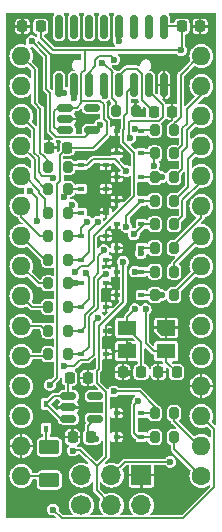
<source format=gbr>
%TF.GenerationSoftware,KiCad,Pcbnew,(6.0.8)*%
%TF.CreationDate,2022-12-15T00:43:05+01:00*%
%TF.ProjectId,Dact,44616374-2e6b-4696-9361-645f70636258,rev?*%
%TF.SameCoordinates,Original*%
%TF.FileFunction,Copper,L2,Bot*%
%TF.FilePolarity,Positive*%
%FSLAX46Y46*%
G04 Gerber Fmt 4.6, Leading zero omitted, Abs format (unit mm)*
G04 Created by KiCad (PCBNEW (6.0.8)) date 2022-12-15 00:43:05*
%MOMM*%
%LPD*%
G01*
G04 APERTURE LIST*
G04 Aperture macros list*
%AMRoundRect*
0 Rectangle with rounded corners*
0 $1 Rounding radius*
0 $2 $3 $4 $5 $6 $7 $8 $9 X,Y pos of 4 corners*
0 Add a 4 corners polygon primitive as box body*
4,1,4,$2,$3,$4,$5,$6,$7,$8,$9,$2,$3,0*
0 Add four circle primitives for the rounded corners*
1,1,$1+$1,$2,$3*
1,1,$1+$1,$4,$5*
1,1,$1+$1,$6,$7*
1,1,$1+$1,$8,$9*
0 Add four rect primitives between the rounded corners*
20,1,$1+$1,$2,$3,$4,$5,0*
20,1,$1+$1,$4,$5,$6,$7,0*
20,1,$1+$1,$6,$7,$8,$9,0*
20,1,$1+$1,$8,$9,$2,$3,0*%
%AMOutline5P*
0 Free polygon, 5 corners , with rotation*
0 The origin of the aperture is its center*
0 number of corners: always 5*
0 $1 to $10 corner X, Y*
0 $11 Rotation angle, in degrees counterclockwise*
0 create outline with 5 corners*
4,1,5,$1,$2,$3,$4,$5,$6,$7,$8,$9,$10,$1,$2,$11*%
%AMOutline6P*
0 Free polygon, 6 corners , with rotation*
0 The origin of the aperture is its center*
0 number of corners: always 6*
0 $1 to $12 corner X, Y*
0 $13 Rotation angle, in degrees counterclockwise*
0 create outline with 6 corners*
4,1,6,$1,$2,$3,$4,$5,$6,$7,$8,$9,$10,$11,$12,$1,$2,$13*%
%AMOutline7P*
0 Free polygon, 7 corners , with rotation*
0 The origin of the aperture is its center*
0 number of corners: always 7*
0 $1 to $14 corner X, Y*
0 $15 Rotation angle, in degrees counterclockwise*
0 create outline with 7 corners*
4,1,7,$1,$2,$3,$4,$5,$6,$7,$8,$9,$10,$11,$12,$13,$14,$1,$2,$15*%
%AMOutline8P*
0 Free polygon, 8 corners , with rotation*
0 The origin of the aperture is its center*
0 number of corners: always 8*
0 $1 to $16 corner X, Y*
0 $17 Rotation angle, in degrees counterclockwise*
0 create outline with 8 corners*
4,1,8,$1,$2,$3,$4,$5,$6,$7,$8,$9,$10,$11,$12,$13,$14,$15,$16,$1,$2,$17*%
G04 Aperture macros list end*
%TA.AperFunction,ComponentPad*%
%ADD10C,1.700000*%
%TD*%
%TA.AperFunction,ComponentPad*%
%ADD11O,1.700000X1.700000*%
%TD*%
%TA.AperFunction,ComponentPad*%
%ADD12R,1.700000X1.700000*%
%TD*%
%TA.AperFunction,ComponentPad*%
%ADD13C,1.600000*%
%TD*%
%TA.AperFunction,ComponentPad*%
%ADD14O,1.600000X1.600000*%
%TD*%
%TA.AperFunction,SMDPad,CuDef*%
%ADD15RoundRect,0.250000X-0.625000X0.375000X-0.625000X-0.375000X0.625000X-0.375000X0.625000X0.375000X0*%
%TD*%
%TA.AperFunction,SMDPad,CuDef*%
%ADD16RoundRect,0.200000X0.200000X0.275000X-0.200000X0.275000X-0.200000X-0.275000X0.200000X-0.275000X0*%
%TD*%
%TA.AperFunction,SMDPad,CuDef*%
%ADD17RoundRect,0.225000X0.225000X0.250000X-0.225000X0.250000X-0.225000X-0.250000X0.225000X-0.250000X0*%
%TD*%
%TA.AperFunction,SMDPad,CuDef*%
%ADD18R,0.600000X0.450000*%
%TD*%
%TA.AperFunction,SMDPad,CuDef*%
%ADD19RoundRect,0.150000X0.150000X-0.825000X0.150000X0.825000X-0.150000X0.825000X-0.150000X-0.825000X0*%
%TD*%
%TA.AperFunction,SMDPad,CuDef*%
%ADD20RoundRect,0.150000X-0.512500X-0.150000X0.512500X-0.150000X0.512500X0.150000X-0.512500X0.150000X0*%
%TD*%
%TA.AperFunction,SMDPad,CuDef*%
%ADD21RoundRect,0.200000X-0.200000X-0.275000X0.200000X-0.275000X0.200000X0.275000X-0.200000X0.275000X0*%
%TD*%
%TA.AperFunction,SMDPad,CuDef*%
%ADD22RoundRect,0.225000X-0.225000X-0.250000X0.225000X-0.250000X0.225000X0.250000X-0.225000X0.250000X0*%
%TD*%
%TA.AperFunction,SMDPad,CuDef*%
%ADD23R,0.450000X0.600000*%
%TD*%
%TA.AperFunction,SMDPad,CuDef*%
%ADD24R,1.600000X1.300000*%
%TD*%
%TA.AperFunction,SMDPad,CuDef*%
%ADD25Outline5P,-0.800000X0.650000X0.410000X0.650000X0.800000X0.260000X0.800000X-0.650000X-0.800000X-0.650000X180.000000*%
%TD*%
%TA.AperFunction,ViaPad*%
%ADD26C,0.600000*%
%TD*%
%TA.AperFunction,Conductor*%
%ADD27C,0.150000*%
%TD*%
%TA.AperFunction,Conductor*%
%ADD28C,0.200000*%
%TD*%
G04 APERTURE END LIST*
D10*
%TO.P,J2,1,Pin_1*%
%TO.N,12*%
X147095000Y-94585000D03*
D11*
%TO.P,J2,2,Pin_2*%
%TO.N,+5V*%
X147095000Y-92045000D03*
%TO.P,J2,3,Pin_3*%
%TO.N,13*%
X149635000Y-94585000D03*
%TO.P,J2,4,Pin_4*%
%TO.N,11*%
X149635000Y-92045000D03*
%TO.P,J2,5,Pin_5*%
%TO.N,RST*%
X152175000Y-94585000D03*
D12*
%TO.P,J2,6,Pin_6*%
%TO.N,GND*%
X152175000Y-92045000D03*
%TD*%
D13*
%TO.P,A1,1,D1/TX*%
%TO.N,1{slash}TX_B*%
X157240000Y-92120000D03*
D14*
%TO.P,A1,2,D0/RX*%
%TO.N,0{slash}RX_B*%
X157240000Y-89580000D03*
%TO.P,A1,3,~{RESET}*%
%TO.N,Net-(A1-Pad28)*%
X157240000Y-87040000D03*
%TO.P,A1,4,GND*%
%TO.N,GND*%
X157240000Y-84500000D03*
%TO.P,A1,5,D2*%
%TO.N,2_B*%
X157240000Y-81960000D03*
%TO.P,A1,6,D3*%
%TO.N,3_B*%
X157240000Y-79420000D03*
%TO.P,A1,7,D4*%
%TO.N,4_B*%
X157240000Y-76880000D03*
%TO.P,A1,8,D5*%
%TO.N,5_B*%
X157240000Y-74340000D03*
%TO.P,A1,9,D6*%
%TO.N,6_B*%
X157240000Y-71800000D03*
%TO.P,A1,10,D7*%
%TO.N,7_B*%
X157240000Y-69260000D03*
%TO.P,A1,11,D8*%
%TO.N,8_B*%
X157240000Y-66720000D03*
%TO.P,A1,12,D9*%
%TO.N,9_B*%
X157240000Y-64180000D03*
%TO.P,A1,13,D10*%
%TO.N,10_B*%
X157240000Y-61640000D03*
%TO.P,A1,14,D11*%
%TO.N,11_B*%
X157240000Y-59100000D03*
%TO.P,A1,15,D12*%
%TO.N,12_B*%
X157240000Y-56560000D03*
%TO.P,A1,16,D13*%
%TO.N,13_B*%
X142000000Y-56560000D03*
%TO.P,A1,17,3V3*%
%TO.N,+3.3V*%
X142000000Y-59100000D03*
%TO.P,A1,18,AREF*%
%TO.N,AREF*%
X142000000Y-61640000D03*
%TO.P,A1,19,A0*%
%TO.N,A0_B*%
X142000000Y-64180000D03*
%TO.P,A1,20,A1*%
%TO.N,A1_B*%
X142000000Y-66720000D03*
%TO.P,A1,21,A2*%
%TO.N,A2_B*%
X142000000Y-69260000D03*
%TO.P,A1,22,A3*%
%TO.N,A3_B*%
X142000000Y-71800000D03*
%TO.P,A1,23,A4*%
%TO.N,A4_B*%
X142000000Y-74340000D03*
%TO.P,A1,24,A5*%
%TO.N,A5_B*%
X142000000Y-76880000D03*
%TO.P,A1,25,A6*%
%TO.N,A6_B*%
X142000000Y-79420000D03*
%TO.P,A1,26,A7*%
%TO.N,A7_B*%
X142000000Y-81960000D03*
%TO.P,A1,27,+5V*%
%TO.N,+5V*%
X142000000Y-84500000D03*
%TO.P,A1,28,~{RESET}*%
%TO.N,Net-(A1-Pad28)*%
X142000000Y-87040000D03*
%TO.P,A1,29,GND*%
%TO.N,GND*%
X142000000Y-89580000D03*
%TO.P,A1,30,VIN*%
%TO.N,Net-(A1-Pad30)*%
X142000000Y-92120000D03*
%TD*%
D15*
%TO.P,F2,1*%
%TO.N,Net-(D23-Pad2)*%
X144370000Y-89660000D03*
%TO.P,F2,2*%
%TO.N,Net-(A1-Pad30)*%
X144370000Y-92460000D03*
%TD*%
D16*
%TO.P,R7,1*%
%TO.N,A5*%
X145945000Y-77810000D03*
%TO.P,R7,2*%
%TO.N,A5_B*%
X144295000Y-77810000D03*
%TD*%
%TO.P,R2,1*%
%TO.N,A0*%
X145945000Y-67810000D03*
%TO.P,R2,2*%
%TO.N,A0_B*%
X144295000Y-67810000D03*
%TD*%
D17*
%TO.P,C4,1*%
%TO.N,GND*%
X147645000Y-83810000D03*
%TO.P,C4,2*%
%TO.N,VIN*%
X146095000Y-83810000D03*
%TD*%
D16*
%TO.P,R8,1*%
%TO.N,A6*%
X145945000Y-79810000D03*
%TO.P,R8,2*%
%TO.N,A6_B*%
X144295000Y-79810000D03*
%TD*%
D18*
%TO.P,D20,1,K*%
%TO.N,11*%
X152170000Y-64807500D03*
%TO.P,D20,2,A*%
%TO.N,GND*%
X150070000Y-64807500D03*
%TD*%
D19*
%TO.P,U4,1,GND*%
%TO.N,GND*%
X154065000Y-59035000D03*
%TO.P,U4,2,TXD*%
%TO.N,0{slash}RX*%
X152795000Y-59035000D03*
%TO.P,U4,3,RXD*%
%TO.N,1{slash}TX*%
X151525000Y-59035000D03*
%TO.P,U4,4,V3*%
%TO.N,Net-(C10-Pad2)*%
X150255000Y-59035000D03*
%TO.P,U4,5,UD+*%
%TO.N,Net-(J3-PadA6)*%
X148985000Y-59035000D03*
%TO.P,U4,6,UD-*%
%TO.N,Net-(J3-PadA7)*%
X147715000Y-59035000D03*
%TO.P,U4,7,XI*%
%TO.N,Net-(C8-Pad1)*%
X146445000Y-59035000D03*
%TO.P,U4,8,XO*%
%TO.N,Net-(C9-Pad1)*%
X145175000Y-59035000D03*
%TO.P,U4,9,~{CTS}*%
%TO.N,unconnected-(U4-Pad9)*%
X145175000Y-54085000D03*
%TO.P,U4,10,~{DSR}*%
%TO.N,unconnected-(U4-Pad10)*%
X146445000Y-54085000D03*
%TO.P,U4,11,~{RI}*%
%TO.N,unconnected-(U4-Pad11)*%
X147715000Y-54085000D03*
%TO.P,U4,12,~{DCD}*%
%TO.N,unconnected-(U4-Pad12)*%
X148985000Y-54085000D03*
%TO.P,U4,13,~{DTR}*%
%TO.N,Net-(C12-Pad1)*%
X150255000Y-54085000D03*
%TO.P,U4,14,~{RTS}*%
%TO.N,unconnected-(U4-Pad14)*%
X151525000Y-54085000D03*
%TO.P,U4,15,R232*%
%TO.N,unconnected-(U4-Pad15)*%
X152795000Y-54085000D03*
%TO.P,U4,16,VCC*%
%TO.N,+5V*%
X154065000Y-54085000D03*
%TD*%
D20*
%TO.P,U3,1,VIN*%
%TO.N,+5V*%
X145732500Y-62835000D03*
%TO.P,U3,2,GND*%
%TO.N,GND*%
X145732500Y-61885000D03*
%TO.P,U3,3,ON/~{OFF}*%
%TO.N,+5V*%
X145732500Y-60935000D03*
%TO.P,U3,4,BP*%
%TO.N,unconnected-(U3-Pad4)*%
X148007500Y-60935000D03*
%TO.P,U3,5,VOUT*%
%TO.N,+3.3V*%
X148007500Y-62835000D03*
%TD*%
D18*
%TO.P,D4,1,K*%
%TO.N,A2*%
X147070000Y-71812500D03*
%TO.P,D4,2,A*%
%TO.N,GND*%
X149170000Y-71812500D03*
%TD*%
%TO.P,D9,1,K*%
%TO.N,A7*%
X147070000Y-81812500D03*
%TO.P,D9,2,A*%
%TO.N,GND*%
X149170000Y-81812500D03*
%TD*%
%TO.P,D6,1,K*%
%TO.N,A4*%
X147070000Y-75812500D03*
%TO.P,D6,2,A*%
%TO.N,GND*%
X149170000Y-75812500D03*
%TD*%
D21*
%TO.P,R14,1*%
%TO.N,5*%
X153295000Y-76810000D03*
%TO.P,R14,2*%
%TO.N,5_B*%
X154945000Y-76810000D03*
%TD*%
D18*
%TO.P,D1,1,K*%
%TO.N,0{slash}RX*%
X152170000Y-86807500D03*
%TO.P,D1,2,A*%
%TO.N,GND*%
X150070000Y-86807500D03*
%TD*%
D17*
%TO.P,C5,1*%
%TO.N,+5V*%
X147895000Y-88810000D03*
%TO.P,C5,2*%
%TO.N,GND*%
X146345000Y-88810000D03*
%TD*%
D21*
%TO.P,R16,1*%
%TO.N,7*%
X153295000Y-72810000D03*
%TO.P,R16,2*%
%TO.N,7_B*%
X154945000Y-72810000D03*
%TD*%
%TO.P,R15,1*%
%TO.N,6*%
X153295000Y-74810000D03*
%TO.P,R15,2*%
%TO.N,6_B*%
X154945000Y-74810000D03*
%TD*%
D22*
%TO.P,C6,1*%
%TO.N,GND*%
X144345000Y-64310000D03*
%TO.P,C6,2*%
%TO.N,+5V*%
X145895000Y-64310000D03*
%TD*%
D21*
%TO.P,R1,1*%
%TO.N,0{slash}RX*%
X153295000Y-86810000D03*
%TO.P,R1,2*%
%TO.N,0{slash}RX_B*%
X154945000Y-86810000D03*
%TD*%
D18*
%TO.P,D2,1,K*%
%TO.N,A0*%
X147070000Y-67812500D03*
%TO.P,D2,2,A*%
%TO.N,GND*%
X149170000Y-67812500D03*
%TD*%
D21*
%TO.P,R17,1*%
%TO.N,8*%
X153295000Y-70810000D03*
%TO.P,R17,2*%
%TO.N,8_B*%
X154945000Y-70810000D03*
%TD*%
D16*
%TO.P,R4,1*%
%TO.N,A2*%
X145945000Y-71810000D03*
%TO.P,R4,2*%
%TO.N,A2_B*%
X144295000Y-71810000D03*
%TD*%
D17*
%TO.P,C10,1*%
%TO.N,GND*%
X154745000Y-61260000D03*
%TO.P,C10,2*%
%TO.N,Net-(C10-Pad2)*%
X153195000Y-61260000D03*
%TD*%
D18*
%TO.P,D18,1,K*%
%TO.N,9*%
X152170000Y-68807500D03*
%TO.P,D18,2,A*%
%TO.N,GND*%
X150070000Y-68807500D03*
%TD*%
D16*
%TO.P,R28,1*%
%TO.N,GND*%
X151670000Y-61185000D03*
%TO.P,R28,2*%
%TO.N,Net-(J3-PadB5)*%
X150020000Y-61185000D03*
%TD*%
D17*
%TO.P,C2,1*%
%TO.N,Net-(C2-Pad1)*%
X152145000Y-83310000D03*
%TO.P,C2,2*%
%TO.N,GND*%
X150595000Y-83310000D03*
%TD*%
D18*
%TO.P,D7,1,K*%
%TO.N,A5*%
X147070000Y-77812500D03*
%TO.P,D7,2,A*%
%TO.N,GND*%
X149170000Y-77812500D03*
%TD*%
%TO.P,D22,1,K*%
%TO.N,13*%
X147070000Y-65812500D03*
%TO.P,D22,2,A*%
%TO.N,GND*%
X149170000Y-65812500D03*
%TD*%
D16*
%TO.P,R5,1*%
%TO.N,A3*%
X145945000Y-73810000D03*
%TO.P,R5,2*%
%TO.N,A3_B*%
X144295000Y-73810000D03*
%TD*%
D23*
%TO.P,D23,1,K*%
%TO.N,VIN*%
X144117500Y-86010000D03*
%TO.P,D23,2,A*%
%TO.N,Net-(D23-Pad2)*%
X144117500Y-88110000D03*
%TD*%
D16*
%TO.P,R9,1*%
%TO.N,A7*%
X145945000Y-81810000D03*
%TO.P,R9,2*%
%TO.N,A7_B*%
X144295000Y-81810000D03*
%TD*%
D18*
%TO.P,D14,1,K*%
%TO.N,5*%
X152170000Y-76807500D03*
%TO.P,D14,2,A*%
%TO.N,GND*%
X150070000Y-76807500D03*
%TD*%
D21*
%TO.P,R19,1*%
%TO.N,10*%
X153295000Y-66810000D03*
%TO.P,R19,2*%
%TO.N,10_B*%
X154945000Y-66810000D03*
%TD*%
D16*
%TO.P,R22,1*%
%TO.N,13*%
X145945000Y-65935000D03*
%TO.P,R22,2*%
%TO.N,13_B*%
X144295000Y-65935000D03*
%TD*%
D21*
%TO.P,R21,1*%
%TO.N,12*%
X153295000Y-62810000D03*
%TO.P,R21,2*%
%TO.N,12_B*%
X154945000Y-62810000D03*
%TD*%
D18*
%TO.P,D16,1,K*%
%TO.N,7*%
X152170000Y-72807500D03*
%TO.P,D16,2,A*%
%TO.N,GND*%
X150070000Y-72807500D03*
%TD*%
D17*
%TO.P,C3,1*%
%TO.N,Net-(C3-Pad1)*%
X155145000Y-83310000D03*
%TO.P,C3,2*%
%TO.N,GND*%
X153595000Y-83310000D03*
%TD*%
D21*
%TO.P,R18,1*%
%TO.N,9*%
X153295000Y-68810000D03*
%TO.P,R18,2*%
%TO.N,9_B*%
X154945000Y-68810000D03*
%TD*%
D18*
%TO.P,D19,1,K*%
%TO.N,10*%
X152170000Y-66807500D03*
%TO.P,D19,2,A*%
%TO.N,GND*%
X150070000Y-66807500D03*
%TD*%
D21*
%TO.P,R10,1*%
%TO.N,1{slash}TX*%
X153295000Y-88812500D03*
%TO.P,R10,2*%
%TO.N,1{slash}TX_B*%
X154945000Y-88812500D03*
%TD*%
D18*
%TO.P,D21,1,K*%
%TO.N,12*%
X152170000Y-62907500D03*
%TO.P,D21,2,A*%
%TO.N,GND*%
X150070000Y-62907500D03*
%TD*%
D16*
%TO.P,R3,1*%
%TO.N,A1*%
X145945000Y-69810000D03*
%TO.P,R3,2*%
%TO.N,A1_B*%
X144295000Y-69810000D03*
%TD*%
D18*
%TO.P,D15,1,K*%
%TO.N,6*%
X152170000Y-74807500D03*
%TO.P,D15,2,A*%
%TO.N,GND*%
X150070000Y-74807500D03*
%TD*%
%TO.P,D8,1,K*%
%TO.N,A6*%
X147070000Y-79812500D03*
%TO.P,D8,2,A*%
%TO.N,GND*%
X149170000Y-79812500D03*
%TD*%
%TO.P,D17,1,K*%
%TO.N,8*%
X152170000Y-70807500D03*
%TO.P,D17,2,A*%
%TO.N,GND*%
X150070000Y-70807500D03*
%TD*%
%TO.P,D5,1,K*%
%TO.N,A3*%
X147070000Y-73812500D03*
%TO.P,D5,2,A*%
%TO.N,GND*%
X149170000Y-73812500D03*
%TD*%
D20*
%TO.P,U2,1,VIN*%
%TO.N,VIN*%
X145982500Y-87260000D03*
%TO.P,U2,2,GND*%
%TO.N,GND*%
X145982500Y-86310000D03*
%TO.P,U2,3,ON/~{OFF}*%
%TO.N,VIN*%
X145982500Y-85360000D03*
%TO.P,U2,4,BP*%
%TO.N,unconnected-(U2-Pad4)*%
X148257500Y-85360000D03*
%TO.P,U2,5,VOUT*%
%TO.N,+5V*%
X148257500Y-87260000D03*
%TD*%
D16*
%TO.P,R6,1*%
%TO.N,A4*%
X145945000Y-75810000D03*
%TO.P,R6,2*%
%TO.N,A4_B*%
X144295000Y-75810000D03*
%TD*%
D17*
%TO.P,C11,1*%
%TO.N,GND*%
X157145000Y-54060000D03*
%TO.P,C11,2*%
%TO.N,+5V*%
X155595000Y-54060000D03*
%TD*%
D18*
%TO.P,D3,1,K*%
%TO.N,A1*%
X147070000Y-69812500D03*
%TO.P,D3,2,A*%
%TO.N,GND*%
X149170000Y-69812500D03*
%TD*%
%TO.P,D10,1,K*%
%TO.N,1{slash}TX*%
X152170000Y-88810000D03*
%TO.P,D10,2,A*%
%TO.N,GND*%
X150070000Y-88810000D03*
%TD*%
D24*
%TO.P,Y1,1,1*%
%TO.N,Net-(C3-Pad1)*%
X154270000Y-81560000D03*
%TO.P,Y1,2,2*%
%TO.N,GND*%
X150970000Y-81560000D03*
%TO.P,Y1,3,3*%
%TO.N,Net-(C2-Pad1)*%
X150970000Y-79560000D03*
D25*
%TO.P,Y1,4,4*%
%TO.N,GND*%
X154270000Y-79560000D03*
%TD*%
D21*
%TO.P,R20,1*%
%TO.N,11*%
X153295000Y-64810000D03*
%TO.P,R20,2*%
%TO.N,11_B*%
X154945000Y-64810000D03*
%TD*%
D17*
%TO.P,C13,1*%
%TO.N,+5V*%
X143645000Y-54060000D03*
%TO.P,C13,2*%
%TO.N,GND*%
X142095000Y-54060000D03*
%TD*%
D26*
%TO.N,+5V*%
X155520000Y-56060000D03*
X144420000Y-84410000D03*
X148320000Y-88960000D03*
%TO.N,Net-(A1-Pad28)*%
X144670000Y-94960000D03*
%TO.N,+3.3V*%
X142870000Y-55310000D03*
X148645500Y-62400231D03*
%TO.N,AREF*%
X144724990Y-66874390D03*
%TO.N,GND*%
X149145500Y-64560000D03*
X147695500Y-66460000D03*
X149870000Y-66110000D03*
X151120000Y-72860000D03*
X154920000Y-59860000D03*
X149870000Y-75810000D03*
X152070000Y-61460500D03*
X149120000Y-84060000D03*
X151120000Y-81012000D03*
X143720000Y-59960000D03*
X147470000Y-61960000D03*
X150145000Y-62534500D03*
X146170000Y-56660000D03*
X151190030Y-83389970D03*
X145606001Y-61790399D03*
X149620000Y-79810000D03*
X147370000Y-86060000D03*
X149181223Y-69474405D03*
%TO.N,Net-(C8-Pad1)*%
X146477700Y-60105234D03*
%TO.N,Net-(C9-Pad1)*%
X145595000Y-59660000D03*
%TO.N,Net-(C12-Pad1)*%
X150255000Y-55260000D03*
%TO.N,RST*%
X142713767Y-67966233D03*
X143370000Y-70560000D03*
%TO.N,0{slash}RX*%
X151220500Y-63477714D03*
X149820000Y-84960000D03*
%TO.N,A0*%
X145620000Y-68460000D03*
%TO.N,A1*%
X146320000Y-69192560D03*
%TO.N,A2*%
X147568198Y-70586802D03*
%TO.N,A3*%
X148470500Y-70606766D03*
%TO.N,A4*%
X146669502Y-75760498D03*
%TO.N,A5*%
X147445000Y-74935000D03*
%TO.N,A6*%
X148986040Y-72987998D03*
%TO.N,A7*%
X149170498Y-75035000D03*
%TO.N,1{slash}TX*%
X151870000Y-85810000D03*
X146570000Y-74810000D03*
%TO.N,5*%
X153870000Y-76810000D03*
%TO.N,6*%
X151620000Y-74810000D03*
%TO.N,7*%
X152120000Y-73260000D03*
%TO.N,8*%
X151520000Y-71660000D03*
%TO.N,9*%
X150894502Y-71016233D03*
%TO.N,10*%
X153870000Y-66810000D03*
%TO.N,11*%
X154620000Y-90910000D03*
X153220000Y-65835500D03*
%TO.N,12*%
X151652130Y-62735527D03*
%TO.N,13*%
X150896400Y-66295612D03*
X146370000Y-89960000D03*
X150620000Y-73960000D03*
%TO.N,Net-(J3-PadB5)*%
X148829270Y-57134500D03*
%TO.N,Net-(J3-PadA6)*%
X149054074Y-59910708D03*
%TO.N,Net-(J3-PadA7)*%
X149870000Y-56860000D03*
%TO.N,Net-(C2-Pad1)*%
X151620001Y-78010000D03*
%TO.N,Net-(C3-Pad1)*%
X152520000Y-78010000D03*
%TO.N,Net-(C14-Pad2)*%
X145620000Y-82810000D03*
X148501267Y-78716267D03*
%TD*%
D27*
%TO.N,+5V*%
X155595000Y-55985000D02*
X155595000Y-54060000D01*
X145020000Y-73057918D02*
X145020000Y-83810000D01*
X154090000Y-54060000D02*
X154065000Y-54085000D01*
X155595000Y-54060000D02*
X154090000Y-54060000D01*
X148970000Y-61871827D02*
X148970000Y-60633959D01*
X145020000Y-70310000D02*
X145020000Y-73057918D01*
D28*
X145732500Y-60935000D02*
X146695000Y-60935000D01*
D27*
X148696041Y-60360000D02*
X147070000Y-60360000D01*
X148970000Y-60633959D02*
X148696041Y-60360000D01*
X145020000Y-67391879D02*
X145020000Y-70310000D01*
X145020000Y-83810000D02*
X144420000Y-84410000D01*
X145095000Y-62835000D02*
X145732500Y-62835000D01*
D28*
X147077700Y-58002300D02*
X147365000Y-57715000D01*
D27*
X144795000Y-61235000D02*
X144795000Y-62535000D01*
X148070000Y-64310000D02*
X149220000Y-63160000D01*
X145895000Y-64310000D02*
X148070000Y-64310000D01*
X145895000Y-64310000D02*
X145270000Y-64935000D01*
D28*
X147077700Y-60552300D02*
X147077700Y-58002300D01*
D27*
X145270000Y-66606554D02*
X145299490Y-66636043D01*
X145270000Y-64935000D02*
X145270000Y-66606554D01*
X149220000Y-63160000D02*
X149220000Y-62121827D01*
X147365000Y-56065000D02*
X147370000Y-56060000D01*
X145095000Y-60935000D02*
X144795000Y-61235000D01*
D28*
X144687096Y-56060000D02*
X143645000Y-55017904D01*
D27*
X145299490Y-67112389D02*
X145020000Y-67391879D01*
X145732500Y-60935000D02*
X145095000Y-60935000D01*
D28*
X143645000Y-55017904D02*
X143645000Y-54060000D01*
X146695000Y-60935000D02*
X147077700Y-60552300D01*
X147370000Y-56060000D02*
X144687096Y-56060000D01*
D27*
X149220000Y-62121827D02*
X148970000Y-61871827D01*
X147645000Y-88810000D02*
X147645000Y-87872500D01*
X155520000Y-56060000D02*
X155595000Y-55985000D01*
D28*
X147365000Y-57715000D02*
X147365000Y-56065000D01*
X155520000Y-56060000D02*
X147370000Y-56060000D01*
D27*
X147645000Y-87872500D02*
X148257500Y-87260000D01*
X144795000Y-62535000D02*
X145095000Y-62835000D01*
X145299490Y-66636043D02*
X145299490Y-67112389D01*
%TO.N,1{slash}TX_B*%
X154945000Y-88812500D02*
X154945000Y-89825000D01*
X154945000Y-89825000D02*
X157240000Y-92120000D01*
%TO.N,0{slash}RX_B*%
X154945000Y-87485000D02*
X157040000Y-89580000D01*
X154945000Y-86810000D02*
X154945000Y-87485000D01*
X157040000Y-89580000D02*
X157240000Y-89580000D01*
%TO.N,Net-(A1-Pad28)*%
X155670000Y-95710000D02*
X158315000Y-93065000D01*
X158315000Y-88115000D02*
X157240000Y-87040000D01*
X144670000Y-94960000D02*
X145420000Y-95710000D01*
X158315000Y-93065000D02*
X158315000Y-88115000D01*
X145420000Y-95710000D02*
X155670000Y-95710000D01*
%TO.N,5_B*%
X154945000Y-76810000D02*
X154945000Y-76635000D01*
X154945000Y-76635000D02*
X157240000Y-74340000D01*
%TO.N,6_B*%
X154945000Y-74095000D02*
X157240000Y-71800000D01*
X154945000Y-74810000D02*
X154945000Y-74095000D01*
%TO.N,7_B*%
X154945000Y-72539365D02*
X157240000Y-70244365D01*
X154945000Y-72810000D02*
X154945000Y-72539365D01*
X157240000Y-70244365D02*
X157240000Y-69260000D01*
%TO.N,8_B*%
X155645000Y-68785000D02*
X157240000Y-67190000D01*
X154945000Y-70810000D02*
X155645000Y-70110000D01*
X155645000Y-70110000D02*
X155645000Y-68785000D01*
X157240000Y-67190000D02*
X157240000Y-66720000D01*
%TO.N,9_B*%
X154945000Y-68810000D02*
X156140000Y-67615000D01*
X156140000Y-65280000D02*
X157240000Y-64180000D01*
X156140000Y-67615000D02*
X156140000Y-65280000D01*
%TO.N,10_B*%
X155645000Y-64675686D02*
X156045000Y-64275686D01*
X155645000Y-66110000D02*
X155645000Y-64675686D01*
X154945000Y-66810000D02*
X155645000Y-66110000D01*
X156045000Y-64275686D02*
X156045000Y-62835000D01*
X156045000Y-62835000D02*
X157240000Y-61640000D01*
%TO.N,11_B*%
X155645000Y-62669314D02*
X155645000Y-64110000D01*
X157240000Y-59100000D02*
X157240000Y-59840000D01*
X156020000Y-61060000D02*
X156020000Y-62294314D01*
X156020000Y-62294314D02*
X155645000Y-62669314D01*
X155645000Y-64110000D02*
X154945000Y-64810000D01*
X157240000Y-59840000D02*
X156020000Y-61060000D01*
%TO.N,12_B*%
X155495000Y-58135000D02*
X157070000Y-56560000D01*
X154945000Y-62810000D02*
X154945000Y-62260000D01*
X157070000Y-56560000D02*
X157240000Y-56560000D01*
X155170000Y-62035000D02*
X155187462Y-62035000D01*
X154945000Y-62260000D02*
X155170000Y-62035000D01*
X155495000Y-61727462D02*
X155495000Y-58135000D01*
X155187462Y-62035000D02*
X155495000Y-61727462D01*
%TO.N,13_B*%
X144295000Y-65935000D02*
X144295000Y-65435000D01*
X144295000Y-65435000D02*
X143920000Y-65060000D01*
X143620000Y-64767107D02*
X143620000Y-61010000D01*
X143120000Y-60510000D02*
X143120000Y-57680000D01*
X143620000Y-61010000D02*
X143120000Y-60510000D01*
X143912893Y-65060000D02*
X143620000Y-64767107D01*
X143920000Y-65060000D02*
X143912893Y-65060000D01*
X143120000Y-57680000D02*
X142000000Y-56560000D01*
%TO.N,+3.3V*%
X144445000Y-62885000D02*
X144970000Y-63410000D01*
X142870000Y-55310000D02*
X144120000Y-56560000D01*
X144120000Y-56560000D02*
X144120000Y-59360000D01*
X144445000Y-59685000D02*
X144445000Y-62885000D01*
X144970000Y-63410000D02*
X147432500Y-63410000D01*
X144120000Y-59360000D02*
X144445000Y-59685000D01*
X147432500Y-63410000D02*
X148007500Y-62835000D01*
%TO.N,AREF*%
X143095000Y-62735000D02*
X142000000Y-61640000D01*
X143470000Y-65112082D02*
X143095000Y-64737082D01*
X143470000Y-66385000D02*
X143470000Y-65112082D01*
X143095000Y-64737082D02*
X143095000Y-62735000D01*
X144535600Y-66685000D02*
X143770000Y-66685000D01*
X143770000Y-66685000D02*
X143470000Y-66385000D01*
X144724990Y-66874390D02*
X144535600Y-66685000D01*
%TO.N,A0_B*%
X143120000Y-66885000D02*
X143120000Y-65300000D01*
X144045000Y-67810000D02*
X143120000Y-66885000D01*
X143120000Y-65300000D02*
X142000000Y-64180000D01*
%TO.N,A1_B*%
X142280000Y-66720000D02*
X142000000Y-66720000D01*
X143520000Y-68181751D02*
X143520000Y-67960000D01*
X144045000Y-68706751D02*
X143520000Y-68181751D01*
X143520000Y-67960000D02*
X142280000Y-66720000D01*
X144045000Y-69810000D02*
X144045000Y-68706751D01*
%TO.N,A2_B*%
X143620000Y-71810000D02*
X142000000Y-70190000D01*
X142000000Y-70190000D02*
X142000000Y-69260000D01*
X144045000Y-71810000D02*
X143620000Y-71810000D01*
%TO.N,A3_B*%
X144010000Y-73810000D02*
X142000000Y-71800000D01*
X144045000Y-73810000D02*
X144010000Y-73810000D01*
%TO.N,A4_B*%
X143470000Y-75810000D02*
X142000000Y-74340000D01*
X144045000Y-75810000D02*
X143470000Y-75810000D01*
%TO.N,A5_B*%
X142930000Y-77810000D02*
X142000000Y-76880000D01*
X144045000Y-77810000D02*
X142930000Y-77810000D01*
%TO.N,A6_B*%
X144045000Y-79810000D02*
X143655000Y-79420000D01*
X143655000Y-79420000D02*
X142000000Y-79420000D01*
%TO.N,A7_B*%
X143895000Y-81960000D02*
X142000000Y-81960000D01*
X144045000Y-81810000D02*
X143895000Y-81960000D01*
%TO.N,Net-(A1-Pad30)*%
X143780000Y-92120000D02*
X144120000Y-92460000D01*
X142000000Y-92120000D02*
X143780000Y-92120000D01*
%TO.N,GND*%
X146095000Y-88682919D02*
X146095000Y-88810000D01*
X145982500Y-86310000D02*
X146296041Y-86310000D01*
%TO.N,VIN*%
X145367500Y-87260000D02*
X145982500Y-87260000D01*
X144117500Y-86010000D02*
X145367500Y-87260000D01*
X144767500Y-85360000D02*
X145982500Y-85360000D01*
X145982500Y-83922500D02*
X146095000Y-83810000D01*
X145982500Y-85360000D02*
X145982500Y-83922500D01*
X144117500Y-86010000D02*
X144767500Y-85360000D01*
%TO.N,Net-(C10-Pad2)*%
X152195000Y-60260000D02*
X152195000Y-58060000D01*
X152195000Y-58060000D02*
X151770000Y-57635000D01*
X151770000Y-57635000D02*
X150895000Y-57635000D01*
X153195000Y-61260000D02*
X152195000Y-60260000D01*
X150255000Y-58275000D02*
X150255000Y-59035000D01*
X150895000Y-57635000D02*
X150255000Y-58275000D01*
%TO.N,RST*%
X143370000Y-68560000D02*
X142776233Y-67966233D01*
X142776233Y-67966233D02*
X142713767Y-67966233D01*
X143370000Y-70560000D02*
X143370000Y-68560000D01*
%TO.N,0{slash}RX*%
X152172500Y-86810000D02*
X152170000Y-86807500D01*
X153970000Y-61702462D02*
X153970000Y-60717538D01*
X153295000Y-86245050D02*
X153295000Y-86810000D01*
X152009950Y-84960000D02*
X153295000Y-86245050D01*
X151170000Y-62035000D02*
X153637462Y-62035000D01*
X153970000Y-60717538D02*
X152795000Y-59542538D01*
X151077130Y-63334344D02*
X151077130Y-62127870D01*
X149820000Y-84960000D02*
X152009950Y-84960000D01*
X153545000Y-86810000D02*
X152172500Y-86810000D01*
X153637462Y-62035000D02*
X153970000Y-61702462D01*
X151077130Y-62127870D02*
X151170000Y-62035000D01*
X151220500Y-63477714D02*
X151077130Y-63334344D01*
X152795000Y-59542538D02*
X152795000Y-59035000D01*
%TO.N,A0*%
X145947500Y-67812500D02*
X145945000Y-67810000D01*
X145947500Y-67812500D02*
X147070000Y-67812500D01*
%TO.N,A1*%
X145695000Y-69810000D02*
X147067500Y-69810000D01*
X147067500Y-69810000D02*
X147070000Y-69812500D01*
%TO.N,A2*%
X147568198Y-70586802D02*
X147070000Y-71085000D01*
X147070000Y-71812500D02*
X145697500Y-71812500D01*
X147070000Y-71085000D02*
X147070000Y-71812500D01*
%TO.N,A3*%
X147720000Y-71357266D02*
X147720000Y-73162500D01*
X147720000Y-73162500D02*
X147070000Y-73812500D01*
X147067500Y-73810000D02*
X147070000Y-73812500D01*
X148470500Y-70606766D02*
X147720000Y-71357266D01*
X145695000Y-73810000D02*
X147067500Y-73810000D01*
%TO.N,A4*%
X146721504Y-75812500D02*
X147070000Y-75812500D01*
X146669502Y-75760498D02*
X146721504Y-75812500D01*
X147070000Y-75812500D02*
X145697500Y-75812500D01*
%TO.N,A5*%
X147067500Y-77810000D02*
X147070000Y-77812500D01*
X147770000Y-75260000D02*
X147770000Y-77112500D01*
X147445000Y-74935000D02*
X147770000Y-75260000D01*
X145695000Y-77810000D02*
X147067500Y-77810000D01*
X147770000Y-77112500D02*
X147070000Y-77812500D01*
%TO.N,A6*%
X148520000Y-74944314D02*
X148120000Y-75344314D01*
X147070000Y-79812500D02*
X145697500Y-79812500D01*
X147370000Y-78460000D02*
X147370000Y-79512500D01*
X148120000Y-77710000D02*
X147370000Y-78460000D01*
X147370000Y-79512500D02*
X147070000Y-79812500D01*
X148520000Y-73510000D02*
X148520000Y-74944314D01*
X148986040Y-72987998D02*
X148986040Y-73043960D01*
X148986040Y-73043960D02*
X148520000Y-73510000D01*
X148120000Y-75344314D02*
X148120000Y-77710000D01*
%TO.N,A7*%
X149170498Y-75035000D02*
X148995000Y-75035000D01*
X145695000Y-81810000D02*
X147067500Y-81810000D01*
X147067500Y-81810000D02*
X147070000Y-81812500D01*
X147720000Y-78604974D02*
X147720000Y-81162500D01*
X148470000Y-75560000D02*
X148470000Y-77854975D01*
X148470000Y-77854975D02*
X147720000Y-78604974D01*
X147720000Y-81162500D02*
X147070000Y-81812500D01*
X148995000Y-75035000D02*
X148470000Y-75560000D01*
%TO.N,1{slash}TX*%
X148120000Y-73837500D02*
X148120000Y-71835000D01*
X151546400Y-64736400D02*
X150645000Y-63835000D01*
X150720000Y-62772673D02*
X150720000Y-61667107D01*
X150970000Y-61417107D02*
X150970000Y-59590000D01*
X151870000Y-85810000D02*
X151570000Y-86110000D01*
X147645000Y-74312500D02*
X148120000Y-73837500D01*
X151570000Y-88510000D02*
X151870000Y-88810000D01*
X148120000Y-71835000D02*
X151546400Y-68408600D01*
X152170000Y-88810000D02*
X153542500Y-88810000D01*
X150720000Y-61667107D02*
X150970000Y-61417107D01*
X151870000Y-88810000D02*
X152170000Y-88810000D01*
X150645000Y-62847673D02*
X150720000Y-62772673D01*
X151570000Y-86110000D02*
X151570000Y-88510000D01*
X151546400Y-68408600D02*
X151546400Y-64736400D01*
X150645000Y-63835000D02*
X150645000Y-62847673D01*
X150970000Y-59590000D02*
X151525000Y-59035000D01*
X147067500Y-74312500D02*
X147645000Y-74312500D01*
X146570000Y-74810000D02*
X147067500Y-74312500D01*
%TO.N,5*%
X152170000Y-76807500D02*
X153542500Y-76807500D01*
X153542500Y-76807500D02*
X153545000Y-76810000D01*
%TO.N,6*%
X153545000Y-74810000D02*
X152172500Y-74810000D01*
X152172500Y-74810000D02*
X152170000Y-74807500D01*
%TO.N,7*%
X152170000Y-72807500D02*
X153542500Y-72807500D01*
%TO.N,8*%
X152195000Y-70985000D02*
X152195000Y-70807500D01*
X153545000Y-70810000D02*
X152172500Y-70810000D01*
X151520000Y-71660000D02*
X152195000Y-70985000D01*
%TO.N,9*%
X150894502Y-71016233D02*
X150894502Y-70082998D01*
X153292500Y-68807500D02*
X153295000Y-68810000D01*
X150894502Y-70082998D02*
X152170000Y-68807500D01*
X152170000Y-68807500D02*
X153292500Y-68807500D01*
%TO.N,10*%
X153542500Y-66807500D02*
X153545000Y-66810000D01*
X152170000Y-66807500D02*
X153542500Y-66807500D01*
%TO.N,11*%
X152172500Y-64810000D02*
X152170000Y-64807500D01*
X150760000Y-90920000D02*
X149635000Y-92045000D01*
X153220000Y-65835500D02*
X153220000Y-64885000D01*
X154620000Y-90910000D02*
X154610000Y-90920000D01*
X153220000Y-64885000D02*
X153295000Y-64810000D01*
X153545000Y-64810000D02*
X152172500Y-64810000D01*
X154610000Y-90920000D02*
X150760000Y-90920000D01*
%TO.N,12*%
X151724103Y-62807500D02*
X152370000Y-62807500D01*
X151652130Y-62735527D02*
X151724103Y-62807500D01*
X152170000Y-62807500D02*
X153542500Y-62807500D01*
%TO.N,13*%
X148370000Y-93320000D02*
X149635000Y-94585000D01*
X148595000Y-79435000D02*
X148595000Y-83035000D01*
X148072500Y-65307500D02*
X149908288Y-65307500D01*
X150645000Y-77385000D02*
X148595000Y-79435000D01*
X150645000Y-73985000D02*
X150645000Y-77385000D01*
X148370000Y-91418654D02*
X148370000Y-93320000D01*
X147070000Y-65812500D02*
X145697500Y-65812500D01*
X147003654Y-89943654D02*
X148370000Y-91310000D01*
X147567500Y-65812500D02*
X148072500Y-65307500D01*
X148370000Y-84208959D02*
X149195000Y-85033959D01*
X150620000Y-73960000D02*
X150645000Y-73985000D01*
X146386346Y-89943654D02*
X147003654Y-89943654D01*
X148370000Y-83260000D02*
X148370000Y-84208959D01*
X146370000Y-89960000D02*
X146386346Y-89943654D01*
X149195000Y-85033959D02*
X149195000Y-90485000D01*
X149908288Y-65307500D02*
X150896400Y-66295612D01*
X149195000Y-90485000D02*
X148370000Y-91310000D01*
X147070000Y-65812500D02*
X147567500Y-65812500D01*
X148595000Y-83035000D02*
X148370000Y-83260000D01*
X148370000Y-91310000D02*
X148370000Y-91418654D01*
%TO.N,Net-(D23-Pad2)*%
X144120000Y-89660000D02*
X144120000Y-88112500D01*
X144120000Y-88112500D02*
X144117500Y-88110000D01*
%TO.N,Net-(J3-PadB5)*%
X148829270Y-57134500D02*
X148944500Y-57134500D01*
X149680000Y-58033960D02*
X149680000Y-60120000D01*
X148944500Y-57134500D02*
X149761980Y-57951980D01*
X150020000Y-60460000D02*
X150020000Y-61085000D01*
X149761980Y-57951980D02*
X149680000Y-58033960D01*
X149680000Y-60120000D02*
X150020000Y-60460000D01*
X150020000Y-61085000D02*
X150045000Y-61060000D01*
%TO.N,Net-(J3-PadA6)*%
X149054074Y-59771548D02*
X148985000Y-59702474D01*
X149054074Y-59910708D02*
X149054074Y-59771548D01*
%TO.N,Net-(J3-PadA7)*%
X148254270Y-56896327D02*
X148254270Y-57425730D01*
X148590597Y-56560000D02*
X148254270Y-56896327D01*
X149870000Y-56860000D02*
X149570000Y-56560000D01*
X147715000Y-57965000D02*
X147715000Y-59035000D01*
X149570000Y-56560000D02*
X148590597Y-56560000D01*
X148254270Y-57425730D02*
X147715000Y-57965000D01*
%TO.N,Net-(C2-Pad1)*%
X150970000Y-78660001D02*
X150970000Y-79560000D01*
X152145000Y-80735000D02*
X150970000Y-79560000D01*
X151620001Y-78010000D02*
X150970000Y-78660001D01*
X152145000Y-83310000D02*
X152145000Y-80735000D01*
%TO.N,Net-(C3-Pad1)*%
X154270000Y-82435000D02*
X154270000Y-81560000D01*
X152520000Y-77960000D02*
X152520000Y-80860000D01*
X153220000Y-81560000D02*
X154270000Y-81560000D01*
X152520000Y-80860000D02*
X153220000Y-81560000D01*
X155145000Y-83310000D02*
X154270000Y-82435000D01*
%TO.N,Net-(C14-Pad2)*%
X148120000Y-79097534D02*
X148501267Y-78716267D01*
X145620000Y-82810000D02*
X146470000Y-82810000D01*
X147645000Y-82312500D02*
X148120000Y-81837500D01*
X148120000Y-81837500D02*
X148120000Y-79097534D01*
X146470000Y-82810000D02*
X146967500Y-82312500D01*
X146967500Y-82312500D02*
X147645000Y-82312500D01*
%TD*%
%TA.AperFunction,Conductor*%
%TO.N,GND*%
G36*
X144739399Y-52928482D02*
G01*
X144766419Y-52975282D01*
X144757035Y-53028500D01*
X144744529Y-53044812D01*
X144735707Y-53053650D01*
X144684464Y-53158482D01*
X144677953Y-53203111D01*
X144674916Y-53223933D01*
X144674500Y-53226782D01*
X144674500Y-54943218D01*
X144674919Y-54946062D01*
X144674919Y-54946067D01*
X144678095Y-54967639D01*
X144684642Y-55012112D01*
X144736068Y-55116855D01*
X144818650Y-55199293D01*
X144923482Y-55250536D01*
X144967640Y-55256978D01*
X144988956Y-55260088D01*
X144988960Y-55260088D01*
X144991782Y-55260500D01*
X145358218Y-55260500D01*
X145361062Y-55260081D01*
X145361067Y-55260081D01*
X145421041Y-55251252D01*
X145421043Y-55251251D01*
X145427112Y-55250358D01*
X145531855Y-55198932D01*
X145614293Y-55116350D01*
X145665536Y-55011518D01*
X145674571Y-54949586D01*
X145675088Y-54946044D01*
X145675088Y-54946040D01*
X145675500Y-54943218D01*
X145675500Y-53226782D01*
X145665358Y-53157888D01*
X145613932Y-53053145D01*
X145605682Y-53044909D01*
X145582802Y-52995952D01*
X145596745Y-52943742D01*
X145640984Y-52912709D01*
X145661496Y-52910000D01*
X145958619Y-52910000D01*
X146009399Y-52928482D01*
X146036419Y-52975282D01*
X146027035Y-53028500D01*
X146014529Y-53044812D01*
X146005707Y-53053650D01*
X145954464Y-53158482D01*
X145947953Y-53203111D01*
X145944916Y-53223933D01*
X145944500Y-53226782D01*
X145944500Y-54943218D01*
X145944919Y-54946062D01*
X145944919Y-54946067D01*
X145948095Y-54967639D01*
X145954642Y-55012112D01*
X146006068Y-55116855D01*
X146088650Y-55199293D01*
X146193482Y-55250536D01*
X146237640Y-55256978D01*
X146258956Y-55260088D01*
X146258960Y-55260088D01*
X146261782Y-55260500D01*
X146628218Y-55260500D01*
X146631062Y-55260081D01*
X146631067Y-55260081D01*
X146691041Y-55251252D01*
X146691043Y-55251251D01*
X146697112Y-55250358D01*
X146801855Y-55198932D01*
X146884293Y-55116350D01*
X146935536Y-55011518D01*
X146944571Y-54949586D01*
X146945088Y-54946044D01*
X146945088Y-54946040D01*
X146945500Y-54943218D01*
X146945500Y-53226782D01*
X146935358Y-53157888D01*
X146883932Y-53053145D01*
X146875682Y-53044909D01*
X146852802Y-52995952D01*
X146866745Y-52943742D01*
X146910984Y-52912709D01*
X146931496Y-52910000D01*
X147228619Y-52910000D01*
X147279399Y-52928482D01*
X147306419Y-52975282D01*
X147297035Y-53028500D01*
X147284529Y-53044812D01*
X147275707Y-53053650D01*
X147224464Y-53158482D01*
X147217953Y-53203111D01*
X147214916Y-53223933D01*
X147214500Y-53226782D01*
X147214500Y-54943218D01*
X147214919Y-54946062D01*
X147214919Y-54946067D01*
X147218095Y-54967639D01*
X147224642Y-55012112D01*
X147276068Y-55116855D01*
X147358650Y-55199293D01*
X147463482Y-55250536D01*
X147507640Y-55256978D01*
X147528956Y-55260088D01*
X147528960Y-55260088D01*
X147531782Y-55260500D01*
X147898218Y-55260500D01*
X147901062Y-55260081D01*
X147901067Y-55260081D01*
X147961041Y-55251252D01*
X147961043Y-55251251D01*
X147967112Y-55250358D01*
X148071855Y-55198932D01*
X148154293Y-55116350D01*
X148205536Y-55011518D01*
X148214571Y-54949586D01*
X148215088Y-54946044D01*
X148215088Y-54946040D01*
X148215500Y-54943218D01*
X148215500Y-53226782D01*
X148205358Y-53157888D01*
X148153932Y-53053145D01*
X148145682Y-53044909D01*
X148122802Y-52995952D01*
X148136745Y-52943742D01*
X148180984Y-52912709D01*
X148201496Y-52910000D01*
X148498619Y-52910000D01*
X148549399Y-52928482D01*
X148576419Y-52975282D01*
X148567035Y-53028500D01*
X148554529Y-53044812D01*
X148545707Y-53053650D01*
X148494464Y-53158482D01*
X148487953Y-53203111D01*
X148484916Y-53223933D01*
X148484500Y-53226782D01*
X148484500Y-54943218D01*
X148484919Y-54946062D01*
X148484919Y-54946067D01*
X148488095Y-54967639D01*
X148494642Y-55012112D01*
X148546068Y-55116855D01*
X148628650Y-55199293D01*
X148733482Y-55250536D01*
X148777640Y-55256978D01*
X148798956Y-55260088D01*
X148798960Y-55260088D01*
X148801782Y-55260500D01*
X149168218Y-55260500D01*
X149171062Y-55260081D01*
X149171067Y-55260081D01*
X149231041Y-55251252D01*
X149231043Y-55251251D01*
X149237112Y-55250358D01*
X149341855Y-55198932D01*
X149424293Y-55116350D01*
X149475536Y-55011518D01*
X149484571Y-54949586D01*
X149485088Y-54946044D01*
X149485088Y-54946040D01*
X149485500Y-54943218D01*
X149485500Y-53226782D01*
X149475358Y-53157888D01*
X149423932Y-53053145D01*
X149415682Y-53044909D01*
X149392802Y-52995952D01*
X149406745Y-52943742D01*
X149450984Y-52912709D01*
X149471496Y-52910000D01*
X149768619Y-52910000D01*
X149819399Y-52928482D01*
X149846419Y-52975282D01*
X149837035Y-53028500D01*
X149824529Y-53044812D01*
X149815707Y-53053650D01*
X149764464Y-53158482D01*
X149757953Y-53203111D01*
X149754916Y-53223933D01*
X149754500Y-53226782D01*
X149754500Y-54943218D01*
X149754919Y-54946062D01*
X149754919Y-54946067D01*
X149758095Y-54967639D01*
X149764642Y-55012112D01*
X149767347Y-55017621D01*
X149775414Y-55034052D01*
X149781203Y-55087780D01*
X149776012Y-55102440D01*
X149771447Y-55112163D01*
X149768988Y-55127957D01*
X149750322Y-55247845D01*
X149749391Y-55253823D01*
X149755288Y-55298917D01*
X149764689Y-55370808D01*
X149767980Y-55395979D01*
X149825720Y-55527203D01*
X149911841Y-55629656D01*
X149911850Y-55629667D01*
X149930377Y-55680431D01*
X149911939Y-55731227D01*
X149865163Y-55758288D01*
X149851377Y-55759500D01*
X144844289Y-55759500D01*
X144793509Y-55741018D01*
X144788428Y-55736361D01*
X143968639Y-54916572D01*
X143945801Y-54867596D01*
X143945500Y-54860711D01*
X143945500Y-54794817D01*
X143963982Y-54744037D01*
X143999089Y-54720358D01*
X144003126Y-54719719D01*
X144008665Y-54716897D01*
X144117680Y-54661351D01*
X144117681Y-54661350D01*
X144123220Y-54658528D01*
X144218528Y-54563220D01*
X144279719Y-54443126D01*
X144295500Y-54343488D01*
X144295500Y-53776512D01*
X144279719Y-53676874D01*
X144218528Y-53556780D01*
X144123220Y-53461472D01*
X144003126Y-53400281D01*
X143996987Y-53399309D01*
X143996985Y-53399308D01*
X143953472Y-53392417D01*
X143903488Y-53384500D01*
X143386512Y-53384500D01*
X143336528Y-53392417D01*
X143293015Y-53399308D01*
X143293013Y-53399309D01*
X143286874Y-53400281D01*
X143166780Y-53461472D01*
X143071472Y-53556780D01*
X143010281Y-53676874D01*
X142994500Y-53776512D01*
X142994500Y-54343488D01*
X143010281Y-54443126D01*
X143071472Y-54563220D01*
X143166780Y-54658528D01*
X143172319Y-54661350D01*
X143172320Y-54661351D01*
X143281336Y-54716897D01*
X143286874Y-54719719D01*
X143290740Y-54720331D01*
X143332495Y-54752952D01*
X143344500Y-54794817D01*
X143344500Y-54881170D01*
X143326018Y-54931950D01*
X143279218Y-54958970D01*
X143226000Y-54949586D01*
X143210480Y-54936736D01*
X143210314Y-54936926D01*
X143206075Y-54933228D01*
X143202400Y-54928963D01*
X143082095Y-54850985D01*
X142944739Y-54809907D01*
X142873607Y-54809472D01*
X142807001Y-54809065D01*
X142806998Y-54809065D01*
X142801376Y-54809031D01*
X142663529Y-54848428D01*
X142542280Y-54924930D01*
X142531686Y-54936926D01*
X142460419Y-55017621D01*
X142447377Y-55032388D01*
X142444987Y-55037479D01*
X142444986Y-55037480D01*
X142422623Y-55085112D01*
X142386447Y-55162163D01*
X142381669Y-55192853D01*
X142365280Y-55298116D01*
X142364391Y-55303823D01*
X142369897Y-55345928D01*
X142379426Y-55418798D01*
X142382980Y-55445979D01*
X142385245Y-55451126D01*
X142385245Y-55451127D01*
X142407579Y-55501884D01*
X142411113Y-55555807D01*
X142379159Y-55599387D01*
X142326669Y-55612231D01*
X142311908Y-55609168D01*
X142277212Y-55598428D01*
X142202152Y-55575193D01*
X142007019Y-55554683D01*
X142003173Y-55555033D01*
X142003172Y-55555033D01*
X141952519Y-55559643D01*
X141811618Y-55572466D01*
X141807911Y-55573557D01*
X141627102Y-55626772D01*
X141627099Y-55626773D01*
X141623393Y-55627864D01*
X141619966Y-55629656D01*
X141619965Y-55629656D01*
X141452937Y-55716976D01*
X141452934Y-55716978D01*
X141449512Y-55718767D01*
X141446505Y-55721185D01*
X141446503Y-55721186D01*
X141399942Y-55758622D01*
X141296600Y-55841711D01*
X141170480Y-55992016D01*
X141168618Y-55995404D01*
X141168616Y-55995406D01*
X141124659Y-56075364D01*
X141075956Y-56163954D01*
X141016628Y-56350978D01*
X140994757Y-56545963D01*
X140995080Y-56549809D01*
X141009678Y-56723651D01*
X141011175Y-56741483D01*
X141012239Y-56745194D01*
X141012240Y-56745199D01*
X141049565Y-56875364D01*
X141065258Y-56930091D01*
X141067022Y-56933523D01*
X141067023Y-56933526D01*
X141107059Y-57011427D01*
X141154944Y-57104601D01*
X141276818Y-57258369D01*
X141279759Y-57260872D01*
X141279762Y-57260875D01*
X141420061Y-57380278D01*
X141426238Y-57385535D01*
X141429612Y-57387421D01*
X141429614Y-57387422D01*
X141528779Y-57442843D01*
X141597513Y-57481257D01*
X141601184Y-57482450D01*
X141601189Y-57482452D01*
X141712464Y-57518607D01*
X141784118Y-57541889D01*
X141787959Y-57542347D01*
X141975104Y-57564663D01*
X141975105Y-57564663D01*
X141978946Y-57565121D01*
X142174576Y-57550068D01*
X142203870Y-57541889D01*
X142287072Y-57518658D01*
X142363556Y-57497303D01*
X142405840Y-57475944D01*
X142434848Y-57461291D01*
X142488507Y-57454892D01*
X142526328Y-57475944D01*
X142821361Y-57770977D01*
X142844199Y-57819953D01*
X142844500Y-57826838D01*
X142844500Y-58332526D01*
X142826018Y-58383306D01*
X142779218Y-58410326D01*
X142726000Y-58400942D01*
X142713559Y-58391362D01*
X142713361Y-58391602D01*
X142565154Y-58268995D01*
X142565152Y-58268994D01*
X142562180Y-58266535D01*
X142552288Y-58261186D01*
X142401597Y-58179708D01*
X142389585Y-58173213D01*
X142202152Y-58115193D01*
X142007019Y-58094683D01*
X142003173Y-58095033D01*
X142003172Y-58095033D01*
X141967396Y-58098289D01*
X141811618Y-58112466D01*
X141807911Y-58113557D01*
X141627102Y-58166772D01*
X141627099Y-58166773D01*
X141623393Y-58167864D01*
X141619966Y-58169656D01*
X141619965Y-58169656D01*
X141452937Y-58256976D01*
X141452934Y-58256978D01*
X141449512Y-58258767D01*
X141446505Y-58261185D01*
X141446503Y-58261186D01*
X141436791Y-58268995D01*
X141296600Y-58381711D01*
X141170480Y-58532016D01*
X141168618Y-58535404D01*
X141168616Y-58535406D01*
X141164082Y-58543653D01*
X141075956Y-58703954D01*
X141016628Y-58890978D01*
X140994757Y-59085963D01*
X140995080Y-59089809D01*
X141010129Y-59269023D01*
X141011175Y-59281483D01*
X141012239Y-59285194D01*
X141012240Y-59285199D01*
X141045899Y-59402578D01*
X141065258Y-59470091D01*
X141067022Y-59473523D01*
X141067023Y-59473526D01*
X141146199Y-59627585D01*
X141154944Y-59644601D01*
X141276818Y-59798369D01*
X141279759Y-59800872D01*
X141279762Y-59800875D01*
X141391538Y-59896003D01*
X141426238Y-59925535D01*
X141429612Y-59927421D01*
X141429614Y-59927422D01*
X141512035Y-59973485D01*
X141597513Y-60021257D01*
X141601184Y-60022450D01*
X141601189Y-60022452D01*
X141683035Y-60049045D01*
X141784118Y-60081889D01*
X141787959Y-60082347D01*
X141975104Y-60104663D01*
X141975105Y-60104663D01*
X141978946Y-60105121D01*
X142174576Y-60090068D01*
X142203870Y-60081889D01*
X142261038Y-60065927D01*
X142363556Y-60037303D01*
X142457280Y-59989960D01*
X142535235Y-59950582D01*
X142535237Y-59950581D01*
X142538689Y-59948837D01*
X142645611Y-59865301D01*
X142690261Y-59830417D01*
X142690263Y-59830415D01*
X142693303Y-59828040D01*
X142695968Y-59824953D01*
X142705697Y-59813682D01*
X142752868Y-59787317D01*
X142805950Y-59797443D01*
X142840105Y-59839319D01*
X142844500Y-59865301D01*
X142844500Y-60475087D01*
X142842982Y-60490499D01*
X142839103Y-60510000D01*
X142844500Y-60537132D01*
X142844500Y-60537133D01*
X142860485Y-60617495D01*
X142871970Y-60634683D01*
X142884517Y-60653461D01*
X142904576Y-60683481D01*
X142912780Y-60695759D01*
X142921376Y-60708624D01*
X142927843Y-60712945D01*
X142937909Y-60719671D01*
X142949880Y-60729496D01*
X143321361Y-61100977D01*
X143344199Y-61149953D01*
X143344500Y-61156838D01*
X143344500Y-62404162D01*
X143326018Y-62454942D01*
X143279218Y-62481962D01*
X143226000Y-62472578D01*
X143209639Y-62460023D01*
X142917543Y-62167927D01*
X142894705Y-62118951D01*
X142904714Y-62073045D01*
X142916516Y-62052270D01*
X142916517Y-62052267D01*
X142918425Y-62048909D01*
X142928247Y-62019384D01*
X142979137Y-61866404D01*
X142979138Y-61866399D01*
X142980358Y-61862732D01*
X142982517Y-61845646D01*
X142997177Y-61729594D01*
X143004949Y-61668071D01*
X143005341Y-61640000D01*
X142986194Y-61444728D01*
X142983282Y-61435081D01*
X142938269Y-61285993D01*
X142929484Y-61256894D01*
X142927673Y-61253489D01*
X142927671Y-61253483D01*
X142839182Y-61087061D01*
X142837370Y-61083653D01*
X142827880Y-61072016D01*
X142715802Y-60934595D01*
X142713361Y-60931602D01*
X142656277Y-60884378D01*
X142565154Y-60808995D01*
X142565152Y-60808994D01*
X142562180Y-60806535D01*
X142552288Y-60801186D01*
X142447763Y-60744670D01*
X142389585Y-60713213D01*
X142202152Y-60655193D01*
X142007019Y-60634683D01*
X142003173Y-60635033D01*
X142003172Y-60635033D01*
X141973769Y-60637709D01*
X141811618Y-60652466D01*
X141807911Y-60653557D01*
X141627102Y-60706772D01*
X141627099Y-60706773D01*
X141623393Y-60707864D01*
X141619966Y-60709656D01*
X141619965Y-60709656D01*
X141452937Y-60796976D01*
X141452934Y-60796978D01*
X141449512Y-60798767D01*
X141446505Y-60801185D01*
X141446503Y-60801186D01*
X141425786Y-60817843D01*
X141296600Y-60921711D01*
X141170480Y-61072016D01*
X141168618Y-61075404D01*
X141168616Y-61075406D01*
X141104177Y-61192621D01*
X141075956Y-61243954D01*
X141016628Y-61430978D01*
X140994757Y-61625963D01*
X140995080Y-61629809D01*
X141008605Y-61790874D01*
X141011175Y-61821483D01*
X141012239Y-61825194D01*
X141012240Y-61825199D01*
X141054818Y-61973683D01*
X141065258Y-62010091D01*
X141067022Y-62013523D01*
X141067023Y-62013526D01*
X141132988Y-62141879D01*
X141154944Y-62184601D01*
X141276818Y-62338369D01*
X141279759Y-62340872D01*
X141279762Y-62340875D01*
X141423292Y-62463028D01*
X141426238Y-62465535D01*
X141429612Y-62467421D01*
X141429614Y-62467422D01*
X141556064Y-62538092D01*
X141597513Y-62561257D01*
X141601184Y-62562450D01*
X141601189Y-62562452D01*
X141721457Y-62601529D01*
X141784118Y-62621889D01*
X141787959Y-62622347D01*
X141975104Y-62644663D01*
X141975105Y-62644663D01*
X141978946Y-62645121D01*
X142174576Y-62630068D01*
X142203870Y-62621889D01*
X142237436Y-62612517D01*
X142363556Y-62577303D01*
X142429285Y-62544101D01*
X142434848Y-62541291D01*
X142488507Y-62534892D01*
X142526328Y-62555944D01*
X142796361Y-62825977D01*
X142819199Y-62874953D01*
X142819500Y-62881838D01*
X142819500Y-63391524D01*
X142801018Y-63442304D01*
X142754218Y-63469324D01*
X142701000Y-63459940D01*
X142690144Y-63452395D01*
X142565154Y-63348995D01*
X142565152Y-63348994D01*
X142562180Y-63346535D01*
X142552288Y-63341186D01*
X142427959Y-63273962D01*
X142389585Y-63253213D01*
X142202152Y-63195193D01*
X142007019Y-63174683D01*
X142003173Y-63175033D01*
X142003172Y-63175033D01*
X141952519Y-63179643D01*
X141811618Y-63192466D01*
X141807911Y-63193557D01*
X141627102Y-63246772D01*
X141627099Y-63246773D01*
X141623393Y-63247864D01*
X141619966Y-63249656D01*
X141619965Y-63249656D01*
X141452937Y-63336976D01*
X141452934Y-63336978D01*
X141449512Y-63338767D01*
X141446505Y-63341185D01*
X141446503Y-63341186D01*
X141398855Y-63379496D01*
X141296600Y-63461711D01*
X141225767Y-63546127D01*
X141178753Y-63602157D01*
X141170480Y-63612016D01*
X141168618Y-63615404D01*
X141168616Y-63615406D01*
X141091653Y-63755401D01*
X141075956Y-63783954D01*
X141016628Y-63970978D01*
X140994757Y-64165963D01*
X140995080Y-64169809D01*
X141006197Y-64302195D01*
X141011175Y-64361483D01*
X141012239Y-64365194D01*
X141012240Y-64365199D01*
X141033101Y-64437948D01*
X141065258Y-64550091D01*
X141067022Y-64553523D01*
X141067023Y-64553526D01*
X141146155Y-64707500D01*
X141154944Y-64724601D01*
X141276818Y-64878369D01*
X141279759Y-64880872D01*
X141279762Y-64880875D01*
X141405271Y-64987691D01*
X141426238Y-65005535D01*
X141429612Y-65007421D01*
X141429614Y-65007422D01*
X141502779Y-65048312D01*
X141597513Y-65101257D01*
X141601184Y-65102450D01*
X141601189Y-65102452D01*
X141721457Y-65141529D01*
X141784118Y-65161889D01*
X141787959Y-65162347D01*
X141975104Y-65184663D01*
X141975105Y-65184663D01*
X141978946Y-65185121D01*
X142174576Y-65170068D01*
X142203870Y-65161889D01*
X142291649Y-65137380D01*
X142363556Y-65117303D01*
X142433765Y-65081838D01*
X142434848Y-65081291D01*
X142488507Y-65074892D01*
X142526328Y-65095944D01*
X142821361Y-65390977D01*
X142844199Y-65439953D01*
X142844500Y-65446838D01*
X142844500Y-65952526D01*
X142826018Y-66003306D01*
X142779218Y-66030326D01*
X142726000Y-66020942D01*
X142713559Y-66011362D01*
X142713361Y-66011602D01*
X142565154Y-65888995D01*
X142565152Y-65888994D01*
X142562180Y-65886535D01*
X142552288Y-65881186D01*
X142475485Y-65839659D01*
X142389585Y-65793213D01*
X142202152Y-65735193D01*
X142007019Y-65714683D01*
X142003173Y-65715033D01*
X142003172Y-65715033D01*
X141952519Y-65719643D01*
X141811618Y-65732466D01*
X141807911Y-65733557D01*
X141627102Y-65786772D01*
X141627099Y-65786773D01*
X141623393Y-65787864D01*
X141619966Y-65789656D01*
X141619965Y-65789656D01*
X141452937Y-65876976D01*
X141452934Y-65876978D01*
X141449512Y-65878767D01*
X141446505Y-65881185D01*
X141446503Y-65881186D01*
X141436791Y-65888995D01*
X141296600Y-66001711D01*
X141220349Y-66092584D01*
X141178941Y-66141933D01*
X141170480Y-66152016D01*
X141168618Y-66155404D01*
X141168616Y-66155406D01*
X141094933Y-66289435D01*
X141075956Y-66323954D01*
X141016628Y-66510978D01*
X140994757Y-66705963D01*
X140995080Y-66709809D01*
X141002434Y-66797382D01*
X141011175Y-66901483D01*
X141012239Y-66905194D01*
X141012240Y-66905199D01*
X141042398Y-67010369D01*
X141065258Y-67090091D01*
X141067022Y-67093523D01*
X141067023Y-67093526D01*
X141135805Y-67227360D01*
X141154944Y-67264601D01*
X141276818Y-67418369D01*
X141279759Y-67420872D01*
X141279762Y-67420875D01*
X141394991Y-67518942D01*
X141426238Y-67545535D01*
X141429612Y-67547421D01*
X141429614Y-67547422D01*
X141467932Y-67568837D01*
X141597513Y-67641257D01*
X141601184Y-67642450D01*
X141601189Y-67642452D01*
X141697940Y-67673888D01*
X141784118Y-67701889D01*
X141787959Y-67702347D01*
X141975104Y-67724663D01*
X141975105Y-67724663D01*
X141978946Y-67725121D01*
X142150858Y-67711893D01*
X142202907Y-67726425D01*
X142233437Y-67771013D01*
X142232470Y-67813591D01*
X142230214Y-67818396D01*
X142229348Y-67823958D01*
X142214958Y-67916384D01*
X142208158Y-67960056D01*
X142208888Y-67965635D01*
X142224889Y-68088000D01*
X142226747Y-68102212D01*
X142229012Y-68107359D01*
X142229012Y-68107360D01*
X142252912Y-68161676D01*
X142256446Y-68215599D01*
X142224492Y-68259179D01*
X142172344Y-68272060D01*
X142007019Y-68254683D01*
X142003173Y-68255033D01*
X142003172Y-68255033D01*
X141952519Y-68259643D01*
X141811618Y-68272466D01*
X141807911Y-68273557D01*
X141627102Y-68326772D01*
X141627099Y-68326773D01*
X141623393Y-68327864D01*
X141619966Y-68329656D01*
X141619965Y-68329656D01*
X141452937Y-68416976D01*
X141452934Y-68416978D01*
X141449512Y-68418767D01*
X141446505Y-68421185D01*
X141446503Y-68421186D01*
X141384987Y-68470646D01*
X141296600Y-68541711D01*
X141170480Y-68692016D01*
X141168618Y-68695404D01*
X141168616Y-68695406D01*
X141099643Y-68820867D01*
X141075956Y-68863954D01*
X141016628Y-69050978D01*
X140994757Y-69245963D01*
X140995751Y-69257800D01*
X141009380Y-69420103D01*
X141011175Y-69441483D01*
X141012239Y-69445194D01*
X141012240Y-69445199D01*
X141032801Y-69516901D01*
X141065258Y-69630091D01*
X141067022Y-69633523D01*
X141067023Y-69633526D01*
X141132291Y-69760523D01*
X141154944Y-69804601D01*
X141276818Y-69958369D01*
X141279759Y-69960872D01*
X141279762Y-69960875D01*
X141397369Y-70060966D01*
X141426238Y-70085535D01*
X141429612Y-70087421D01*
X141429614Y-70087422D01*
X141483669Y-70117632D01*
X141597513Y-70181257D01*
X141628616Y-70191363D01*
X141681609Y-70208582D01*
X141724192Y-70241852D01*
X141734678Y-70268302D01*
X141740485Y-70297495D01*
X141757756Y-70323342D01*
X141776109Y-70350809D01*
X141801376Y-70388624D01*
X141815341Y-70397955D01*
X141817909Y-70399671D01*
X141829880Y-70409496D01*
X142081755Y-70661371D01*
X142104593Y-70710347D01*
X142090607Y-70762545D01*
X142046341Y-70793540D01*
X142017636Y-70795799D01*
X142007019Y-70794683D01*
X142003173Y-70795033D01*
X142003172Y-70795033D01*
X141952519Y-70799643D01*
X141811618Y-70812466D01*
X141807911Y-70813557D01*
X141627102Y-70866772D01*
X141627099Y-70866773D01*
X141623393Y-70867864D01*
X141619966Y-70869656D01*
X141619965Y-70869656D01*
X141452937Y-70956976D01*
X141452934Y-70956978D01*
X141449512Y-70958767D01*
X141446505Y-70961185D01*
X141446503Y-70961186D01*
X141416718Y-70985134D01*
X141296600Y-71081711D01*
X141218499Y-71174789D01*
X141179416Y-71221367D01*
X141170480Y-71232016D01*
X141168618Y-71235404D01*
X141168616Y-71235406D01*
X141080165Y-71396298D01*
X141075956Y-71403954D01*
X141074787Y-71407639D01*
X141073071Y-71413050D01*
X141016628Y-71590978D01*
X140994757Y-71785963D01*
X140995080Y-71789809D01*
X141006941Y-71931058D01*
X141011175Y-71981483D01*
X141012239Y-71985194D01*
X141012240Y-71985199D01*
X141051469Y-72122004D01*
X141065258Y-72170091D01*
X141067022Y-72173523D01*
X141067023Y-72173526D01*
X141146279Y-72327740D01*
X141154944Y-72344601D01*
X141276818Y-72498369D01*
X141279759Y-72500872D01*
X141279762Y-72500875D01*
X141409425Y-72611226D01*
X141426238Y-72625535D01*
X141597513Y-72721257D01*
X141601184Y-72722450D01*
X141601189Y-72722452D01*
X141713759Y-72759028D01*
X141784118Y-72781889D01*
X141787959Y-72782347D01*
X141975104Y-72804663D01*
X141975105Y-72804663D01*
X141978946Y-72805121D01*
X142174576Y-72790068D01*
X142203870Y-72781889D01*
X142285747Y-72759028D01*
X142363556Y-72737303D01*
X142415025Y-72711304D01*
X142434848Y-72701291D01*
X142488507Y-72694892D01*
X142526328Y-72715944D01*
X143671362Y-73860978D01*
X143694200Y-73909954D01*
X143694501Y-73916839D01*
X143694501Y-74116518D01*
X143694986Y-74119578D01*
X143694986Y-74119583D01*
X143708376Y-74204129D01*
X143709354Y-74210304D01*
X143717539Y-74226367D01*
X143764126Y-74317801D01*
X143764128Y-74317804D01*
X143766950Y-74323342D01*
X143856658Y-74413050D01*
X143862196Y-74415872D01*
X143862199Y-74415874D01*
X143897749Y-74433987D01*
X143969696Y-74470646D01*
X143975837Y-74471619D01*
X143975838Y-74471619D01*
X144004989Y-74476236D01*
X144063481Y-74485500D01*
X144294850Y-74485500D01*
X144526518Y-74485499D01*
X144529578Y-74485014D01*
X144529583Y-74485014D01*
X144614161Y-74471619D01*
X144614162Y-74471619D01*
X144620304Y-74470646D01*
X144629638Y-74465890D01*
X144683274Y-74459306D01*
X144728594Y-74488740D01*
X144744500Y-74536281D01*
X144744500Y-75083719D01*
X144726018Y-75134499D01*
X144679218Y-75161519D01*
X144629639Y-75154110D01*
X144620304Y-75149354D01*
X144614163Y-75148381D01*
X144614162Y-75148381D01*
X144585011Y-75143764D01*
X144526519Y-75134500D01*
X144295150Y-75134500D01*
X144063482Y-75134501D01*
X144060422Y-75134986D01*
X144060417Y-75134986D01*
X143975839Y-75148381D01*
X143975838Y-75148381D01*
X143969696Y-75149354D01*
X143964151Y-75152179D01*
X143964152Y-75152179D01*
X143862199Y-75204126D01*
X143862196Y-75204128D01*
X143856658Y-75206950D01*
X143766950Y-75296658D01*
X143764128Y-75302196D01*
X143764126Y-75302199D01*
X143749776Y-75330364D01*
X143709354Y-75409696D01*
X143708381Y-75415837D01*
X143708381Y-75415838D01*
X143700142Y-75467858D01*
X143673944Y-75515122D01*
X143622115Y-75534500D01*
X143616838Y-75534500D01*
X143566058Y-75516018D01*
X143560977Y-75511361D01*
X142917543Y-74867927D01*
X142894705Y-74818951D01*
X142904714Y-74773045D01*
X142916516Y-74752270D01*
X142916517Y-74752267D01*
X142918425Y-74748909D01*
X142919645Y-74745242D01*
X142979137Y-74566404D01*
X142979138Y-74566399D01*
X142980358Y-74562732D01*
X142983670Y-74536519D01*
X142989783Y-74488122D01*
X143004949Y-74368071D01*
X143005341Y-74340000D01*
X142986925Y-74152179D01*
X142986571Y-74148572D01*
X142986571Y-74148571D01*
X142986194Y-74144728D01*
X142975161Y-74108183D01*
X142941709Y-73997384D01*
X142929484Y-73956894D01*
X142927673Y-73953489D01*
X142927671Y-73953483D01*
X142839182Y-73787061D01*
X142837370Y-73783653D01*
X142827880Y-73772016D01*
X142715802Y-73634595D01*
X142713361Y-73631602D01*
X142698486Y-73619296D01*
X142565154Y-73508995D01*
X142565152Y-73508994D01*
X142562180Y-73506535D01*
X142557581Y-73504048D01*
X142477183Y-73460577D01*
X142389585Y-73413213D01*
X142202152Y-73355193D01*
X142007019Y-73334683D01*
X142003173Y-73335033D01*
X142003172Y-73335033D01*
X141971824Y-73337886D01*
X141811618Y-73352466D01*
X141807911Y-73353557D01*
X141627102Y-73406772D01*
X141627099Y-73406773D01*
X141623393Y-73407864D01*
X141619966Y-73409656D01*
X141619965Y-73409656D01*
X141452937Y-73496976D01*
X141452934Y-73496978D01*
X141449512Y-73498767D01*
X141446505Y-73501185D01*
X141446503Y-73501186D01*
X141408785Y-73531512D01*
X141296600Y-73621711D01*
X141170480Y-73772016D01*
X141168618Y-73775404D01*
X141168616Y-73775406D01*
X141108852Y-73884117D01*
X141075956Y-73943954D01*
X141074787Y-73947639D01*
X141071056Y-73959402D01*
X141016628Y-74130978D01*
X141005115Y-74233616D01*
X140995673Y-74317801D01*
X140994757Y-74325963D01*
X140995080Y-74329809D01*
X141010387Y-74512093D01*
X141011175Y-74521483D01*
X141012239Y-74525194D01*
X141012240Y-74525199D01*
X141042728Y-74631520D01*
X141065258Y-74710091D01*
X141067022Y-74713523D01*
X141067023Y-74713526D01*
X141146375Y-74867927D01*
X141154944Y-74884601D01*
X141276818Y-75038369D01*
X141279759Y-75040872D01*
X141279762Y-75040875D01*
X141421519Y-75161519D01*
X141426238Y-75165535D01*
X141429612Y-75167421D01*
X141429614Y-75167422D01*
X141546058Y-75232500D01*
X141597513Y-75261257D01*
X141601184Y-75262450D01*
X141601189Y-75262452D01*
X141706465Y-75296658D01*
X141784118Y-75321889D01*
X141787959Y-75322347D01*
X141975104Y-75344663D01*
X141975105Y-75344663D01*
X141978946Y-75345121D01*
X142174576Y-75330068D01*
X142187019Y-75326594D01*
X142236827Y-75312687D01*
X142363556Y-75277303D01*
X142421897Y-75247833D01*
X142434848Y-75241291D01*
X142488507Y-75234892D01*
X142526328Y-75255944D01*
X143250504Y-75980120D01*
X143260328Y-75992090D01*
X143271376Y-76008624D01*
X143277844Y-76012946D01*
X143294377Y-76023993D01*
X143294393Y-76024004D01*
X143298112Y-76026489D01*
X143298120Y-76026494D01*
X143362505Y-76069515D01*
X143370134Y-76071032D01*
X143370135Y-76071033D01*
X143401054Y-76077183D01*
X143442867Y-76085500D01*
X143442868Y-76085500D01*
X143470000Y-76090897D01*
X143477631Y-76089379D01*
X143489501Y-76087018D01*
X143504913Y-76085500D01*
X143622115Y-76085500D01*
X143672895Y-76103982D01*
X143700143Y-76152143D01*
X143708376Y-76204126D01*
X143709354Y-76210304D01*
X143717539Y-76226367D01*
X143764126Y-76317801D01*
X143764128Y-76317804D01*
X143766950Y-76323342D01*
X143856658Y-76413050D01*
X143862196Y-76415872D01*
X143862199Y-76415874D01*
X143896259Y-76433228D01*
X143969696Y-76470646D01*
X143975837Y-76471619D01*
X143975838Y-76471619D01*
X143995456Y-76474726D01*
X144063481Y-76485500D01*
X144294850Y-76485500D01*
X144526518Y-76485499D01*
X144529578Y-76485014D01*
X144529583Y-76485014D01*
X144614161Y-76471619D01*
X144614162Y-76471619D01*
X144620304Y-76470646D01*
X144629638Y-76465890D01*
X144683274Y-76459306D01*
X144728594Y-76488740D01*
X144744500Y-76536281D01*
X144744500Y-77083719D01*
X144726018Y-77134499D01*
X144679218Y-77161519D01*
X144629639Y-77154110D01*
X144620304Y-77149354D01*
X144614163Y-77148381D01*
X144614162Y-77148381D01*
X144585011Y-77143764D01*
X144526519Y-77134500D01*
X144295150Y-77134500D01*
X144063482Y-77134501D01*
X144060422Y-77134986D01*
X144060417Y-77134986D01*
X143975839Y-77148381D01*
X143975838Y-77148381D01*
X143969696Y-77149354D01*
X143960362Y-77154110D01*
X143862199Y-77204126D01*
X143862196Y-77204128D01*
X143856658Y-77206950D01*
X143766950Y-77296658D01*
X143764128Y-77302196D01*
X143764126Y-77302199D01*
X143751113Y-77327740D01*
X143709354Y-77409696D01*
X143708381Y-77415837D01*
X143708381Y-77415838D01*
X143700142Y-77467858D01*
X143673944Y-77515122D01*
X143622115Y-77534500D01*
X143076838Y-77534500D01*
X143026058Y-77516018D01*
X143020977Y-77511361D01*
X142917543Y-77407927D01*
X142894705Y-77358951D01*
X142904714Y-77313045D01*
X142916516Y-77292270D01*
X142916517Y-77292267D01*
X142918425Y-77288909D01*
X142924421Y-77270884D01*
X142979137Y-77106404D01*
X142979138Y-77106399D01*
X142980358Y-77102732D01*
X142981619Y-77092754D01*
X142993540Y-76998385D01*
X143004949Y-76908071D01*
X143005341Y-76880000D01*
X142986194Y-76684728D01*
X142929484Y-76496894D01*
X142927673Y-76493489D01*
X142927671Y-76493483D01*
X142839182Y-76327061D01*
X142837370Y-76323653D01*
X142832598Y-76317801D01*
X142715802Y-76174595D01*
X142713361Y-76171602D01*
X142698486Y-76159296D01*
X142565154Y-76048995D01*
X142565152Y-76048994D01*
X142562180Y-76046535D01*
X142552288Y-76041186D01*
X142439348Y-75980120D01*
X142389585Y-75953213D01*
X142202152Y-75895193D01*
X142007019Y-75874683D01*
X142003173Y-75875033D01*
X142003172Y-75875033D01*
X141952519Y-75879643D01*
X141811618Y-75892466D01*
X141807911Y-75893557D01*
X141627102Y-75946772D01*
X141627099Y-75946773D01*
X141623393Y-75947864D01*
X141619966Y-75949656D01*
X141619965Y-75949656D01*
X141452937Y-76036976D01*
X141452934Y-76036978D01*
X141449512Y-76038767D01*
X141446505Y-76041185D01*
X141446503Y-76041186D01*
X141411269Y-76069515D01*
X141296600Y-76161711D01*
X141170480Y-76312016D01*
X141168618Y-76315404D01*
X141168616Y-76315406D01*
X141110152Y-76421751D01*
X141075956Y-76483954D01*
X141016628Y-76670978D01*
X140994757Y-76865963D01*
X140995080Y-76869809D01*
X141010720Y-77056060D01*
X141011175Y-77061483D01*
X141012239Y-77065194D01*
X141012240Y-77065199D01*
X141042460Y-77170587D01*
X141065258Y-77250091D01*
X141067022Y-77253523D01*
X141067023Y-77253526D01*
X141150440Y-77415838D01*
X141154944Y-77424601D01*
X141276818Y-77578369D01*
X141279759Y-77580872D01*
X141279762Y-77580875D01*
X141341277Y-77633228D01*
X141426238Y-77705535D01*
X141429612Y-77707421D01*
X141429614Y-77707422D01*
X141492730Y-77742696D01*
X141597513Y-77801257D01*
X141601184Y-77802450D01*
X141601189Y-77802452D01*
X141721457Y-77841529D01*
X141784118Y-77861889D01*
X141787959Y-77862347D01*
X141975104Y-77884663D01*
X141975105Y-77884663D01*
X141978946Y-77885121D01*
X142174576Y-77870068D01*
X142182986Y-77867720D01*
X142325792Y-77827847D01*
X142363556Y-77817303D01*
X142416524Y-77790547D01*
X142434848Y-77781291D01*
X142488507Y-77774892D01*
X142526328Y-77795944D01*
X142710504Y-77980120D01*
X142720328Y-77992090D01*
X142731376Y-78008624D01*
X142737844Y-78012946D01*
X142751924Y-78022354D01*
X142754377Y-78023993D01*
X142754378Y-78023994D01*
X142822506Y-78069516D01*
X142930000Y-78090897D01*
X142949502Y-78087018D01*
X142964913Y-78085500D01*
X143622115Y-78085500D01*
X143672895Y-78103982D01*
X143700143Y-78152143D01*
X143709354Y-78210304D01*
X143717539Y-78226367D01*
X143764126Y-78317801D01*
X143764128Y-78317804D01*
X143766950Y-78323342D01*
X143856658Y-78413050D01*
X143862196Y-78415872D01*
X143862199Y-78415874D01*
X143896905Y-78433557D01*
X143969696Y-78470646D01*
X143975837Y-78471619D01*
X143975838Y-78471619D01*
X144004989Y-78476236D01*
X144063481Y-78485500D01*
X144294850Y-78485500D01*
X144526518Y-78485499D01*
X144529578Y-78485014D01*
X144529583Y-78485014D01*
X144614161Y-78471619D01*
X144614162Y-78471619D01*
X144620304Y-78470646D01*
X144629638Y-78465890D01*
X144683274Y-78459306D01*
X144728594Y-78488740D01*
X144744500Y-78536281D01*
X144744500Y-79083719D01*
X144726018Y-79134499D01*
X144679218Y-79161519D01*
X144629639Y-79154110D01*
X144620304Y-79149354D01*
X144614163Y-79148381D01*
X144614162Y-79148381D01*
X144585011Y-79143764D01*
X144526519Y-79134500D01*
X144295150Y-79134500D01*
X144063482Y-79134501D01*
X144060422Y-79134986D01*
X144060417Y-79134986D01*
X143975839Y-79148381D01*
X143975838Y-79148381D01*
X143969696Y-79149354D01*
X143893918Y-79187965D01*
X143883944Y-79193047D01*
X143830308Y-79199633D01*
X143804189Y-79188344D01*
X143788632Y-79177949D01*
X143768966Y-79164808D01*
X143768962Y-79164807D01*
X143762495Y-79160485D01*
X143682133Y-79144500D01*
X143682132Y-79144500D01*
X143655000Y-79139103D01*
X143647369Y-79140621D01*
X143635499Y-79142982D01*
X143620087Y-79144500D01*
X143020642Y-79144500D01*
X142969862Y-79126018D01*
X142945014Y-79088333D01*
X142930601Y-79040594D01*
X142929484Y-79036894D01*
X142927673Y-79033489D01*
X142927671Y-79033483D01*
X142839182Y-78867061D01*
X142837370Y-78863653D01*
X142827880Y-78852016D01*
X142715802Y-78714595D01*
X142713361Y-78711602D01*
X142631453Y-78643842D01*
X142565154Y-78588995D01*
X142565152Y-78588994D01*
X142562180Y-78586535D01*
X142552288Y-78581186D01*
X142469237Y-78536281D01*
X142389585Y-78493213D01*
X142202152Y-78435193D01*
X142007019Y-78414683D01*
X142003173Y-78415033D01*
X142003172Y-78415033D01*
X141952519Y-78419643D01*
X141811618Y-78432466D01*
X141807911Y-78433557D01*
X141627102Y-78486772D01*
X141627099Y-78486773D01*
X141623393Y-78487864D01*
X141619966Y-78489656D01*
X141619965Y-78489656D01*
X141452937Y-78576976D01*
X141452934Y-78576978D01*
X141449512Y-78578767D01*
X141446505Y-78581185D01*
X141446503Y-78581186D01*
X141436791Y-78588995D01*
X141296600Y-78701711D01*
X141243119Y-78765448D01*
X141186925Y-78832418D01*
X141170480Y-78852016D01*
X141168618Y-78855404D01*
X141168616Y-78855406D01*
X141077818Y-79020567D01*
X141075956Y-79023954D01*
X141016628Y-79210978D01*
X140994757Y-79405963D01*
X140995080Y-79409809D01*
X141008027Y-79563990D01*
X141011175Y-79601483D01*
X141012239Y-79605194D01*
X141012240Y-79605199D01*
X141040277Y-79702972D01*
X141065258Y-79790091D01*
X141067022Y-79793523D01*
X141067023Y-79793526D01*
X141147526Y-79950167D01*
X141154944Y-79964601D01*
X141276818Y-80118369D01*
X141279759Y-80120872D01*
X141279762Y-80120875D01*
X141416797Y-80237500D01*
X141426238Y-80245535D01*
X141597513Y-80341257D01*
X141601184Y-80342450D01*
X141601189Y-80342452D01*
X141721457Y-80381529D01*
X141784118Y-80401889D01*
X141787959Y-80402347D01*
X141975104Y-80424663D01*
X141975105Y-80424663D01*
X141978946Y-80425121D01*
X142174576Y-80410068D01*
X142179648Y-80408652D01*
X142326741Y-80367582D01*
X142363556Y-80357303D01*
X142467213Y-80304942D01*
X142535235Y-80270582D01*
X142535237Y-80270581D01*
X142538689Y-80268837D01*
X142637852Y-80191363D01*
X142690261Y-80150417D01*
X142690263Y-80150415D01*
X142693303Y-80148040D01*
X142821509Y-79999511D01*
X142849541Y-79950167D01*
X142916517Y-79832268D01*
X142916518Y-79832266D01*
X142918425Y-79828909D01*
X142944820Y-79749563D01*
X142978385Y-79707214D01*
X143019780Y-79695500D01*
X143508162Y-79695500D01*
X143558942Y-79713982D01*
X143564023Y-79718639D01*
X143671362Y-79825978D01*
X143694200Y-79874954D01*
X143694501Y-79881839D01*
X143694501Y-80116518D01*
X143694986Y-80119578D01*
X143694986Y-80119583D01*
X143708381Y-80204161D01*
X143709354Y-80210304D01*
X143717256Y-80225812D01*
X143764126Y-80317801D01*
X143764128Y-80317804D01*
X143766950Y-80323342D01*
X143856658Y-80413050D01*
X143862196Y-80415872D01*
X143862199Y-80415874D01*
X143897066Y-80433639D01*
X143969696Y-80470646D01*
X143975837Y-80471619D01*
X143975838Y-80471619D01*
X144004989Y-80476236D01*
X144063481Y-80485500D01*
X144294850Y-80485500D01*
X144526518Y-80485499D01*
X144529578Y-80485014D01*
X144529583Y-80485014D01*
X144614161Y-80471619D01*
X144614162Y-80471619D01*
X144620304Y-80470646D01*
X144629638Y-80465890D01*
X144683274Y-80459306D01*
X144728594Y-80488740D01*
X144744500Y-80536281D01*
X144744500Y-81083719D01*
X144726018Y-81134499D01*
X144679218Y-81161519D01*
X144629639Y-81154110D01*
X144620304Y-81149354D01*
X144614163Y-81148381D01*
X144614162Y-81148381D01*
X144585011Y-81143764D01*
X144526519Y-81134500D01*
X144295150Y-81134500D01*
X144063482Y-81134501D01*
X144060422Y-81134986D01*
X144060417Y-81134986D01*
X143975839Y-81148381D01*
X143975838Y-81148381D01*
X143969696Y-81149354D01*
X143964151Y-81152179D01*
X143964152Y-81152179D01*
X143862199Y-81204126D01*
X143862196Y-81204128D01*
X143856658Y-81206950D01*
X143766950Y-81296658D01*
X143764128Y-81302196D01*
X143764126Y-81302199D01*
X143760916Y-81308500D01*
X143709354Y-81409696D01*
X143694500Y-81503481D01*
X143694500Y-81605500D01*
X143676018Y-81656280D01*
X143629218Y-81683300D01*
X143615500Y-81684500D01*
X143020642Y-81684500D01*
X142969862Y-81666018D01*
X142945014Y-81628333D01*
X142941997Y-81618338D01*
X142929484Y-81576894D01*
X142927673Y-81573489D01*
X142927671Y-81573483D01*
X142839182Y-81407061D01*
X142837370Y-81403653D01*
X142827880Y-81392016D01*
X142715802Y-81254595D01*
X142713361Y-81251602D01*
X142684089Y-81227386D01*
X142565154Y-81128995D01*
X142565152Y-81128994D01*
X142562180Y-81126535D01*
X142552288Y-81121186D01*
X142460438Y-81071523D01*
X142389585Y-81033213D01*
X142202152Y-80975193D01*
X142007019Y-80954683D01*
X142003173Y-80955033D01*
X142003172Y-80955033D01*
X141952519Y-80959643D01*
X141811618Y-80972466D01*
X141807911Y-80973557D01*
X141627102Y-81026772D01*
X141627099Y-81026773D01*
X141623393Y-81027864D01*
X141619966Y-81029656D01*
X141619965Y-81029656D01*
X141452937Y-81116976D01*
X141452934Y-81116978D01*
X141449512Y-81118767D01*
X141446505Y-81121185D01*
X141446503Y-81121186D01*
X141407959Y-81152176D01*
X141296600Y-81241711D01*
X141170480Y-81392016D01*
X141168618Y-81395404D01*
X141168616Y-81395406D01*
X141089323Y-81539639D01*
X141075956Y-81563954D01*
X141016628Y-81750978D01*
X140994757Y-81945963D01*
X140995080Y-81949809D01*
X141009079Y-82116519D01*
X141011175Y-82141483D01*
X141012239Y-82145194D01*
X141012240Y-82145199D01*
X141039052Y-82238700D01*
X141065258Y-82330091D01*
X141067022Y-82333523D01*
X141067023Y-82333526D01*
X141153176Y-82501161D01*
X141154944Y-82504601D01*
X141276818Y-82658369D01*
X141279759Y-82660872D01*
X141279762Y-82660875D01*
X141344863Y-82716280D01*
X141426238Y-82785535D01*
X141429612Y-82787421D01*
X141429614Y-82787422D01*
X141581364Y-82872231D01*
X141597513Y-82881257D01*
X141601184Y-82882450D01*
X141601189Y-82882452D01*
X141685965Y-82909997D01*
X141784118Y-82941889D01*
X141787959Y-82942347D01*
X141975104Y-82964663D01*
X141975105Y-82964663D01*
X141978946Y-82965121D01*
X142174576Y-82950068D01*
X142196227Y-82944023D01*
X142235652Y-82933015D01*
X142363556Y-82897303D01*
X142531794Y-82812320D01*
X142535235Y-82810582D01*
X142535237Y-82810581D01*
X142538689Y-82808837D01*
X142693303Y-82688040D01*
X142759682Y-82611139D01*
X142818989Y-82542431D01*
X142818991Y-82542428D01*
X142821509Y-82539511D01*
X142828905Y-82526493D01*
X142916517Y-82372268D01*
X142916518Y-82372266D01*
X142918425Y-82368909D01*
X142944820Y-82289563D01*
X142978385Y-82247214D01*
X143019780Y-82235500D01*
X143673782Y-82235500D01*
X143724562Y-82253982D01*
X143744168Y-82278630D01*
X143766950Y-82323342D01*
X143856658Y-82413050D01*
X143862196Y-82415872D01*
X143862199Y-82415874D01*
X143899737Y-82435000D01*
X143969696Y-82470646D01*
X143975837Y-82471619D01*
X143975838Y-82471619D01*
X144004989Y-82476236D01*
X144063481Y-82485500D01*
X144294850Y-82485500D01*
X144526518Y-82485499D01*
X144529578Y-82485014D01*
X144529583Y-82485014D01*
X144614161Y-82471619D01*
X144614162Y-82471619D01*
X144620304Y-82470646D01*
X144629638Y-82465890D01*
X144683274Y-82459306D01*
X144728594Y-82488740D01*
X144744500Y-82536281D01*
X144744500Y-83663162D01*
X144726018Y-83713942D01*
X144721361Y-83719023D01*
X144553286Y-83887098D01*
X144504310Y-83909936D01*
X144494741Y-83909644D01*
X144494739Y-83909907D01*
X144357001Y-83909065D01*
X144356998Y-83909065D01*
X144351376Y-83909031D01*
X144213529Y-83948428D01*
X144154773Y-83985500D01*
X144118124Y-84008624D01*
X144092280Y-84024930D01*
X144053354Y-84069006D01*
X144013904Y-84113675D01*
X143997377Y-84132388D01*
X143936447Y-84262163D01*
X143932534Y-84287297D01*
X143915494Y-84396741D01*
X143914391Y-84403823D01*
X143921936Y-84461519D01*
X143930926Y-84530268D01*
X143932980Y-84545979D01*
X143990720Y-84677203D01*
X143994342Y-84681512D01*
X144077550Y-84780500D01*
X144082970Y-84786948D01*
X144087650Y-84790064D01*
X144087652Y-84790065D01*
X144197624Y-84863269D01*
X144202313Y-84866390D01*
X144207686Y-84868069D01*
X144207687Y-84868069D01*
X144225154Y-84873526D01*
X144339157Y-84909142D01*
X144410828Y-84910456D01*
X144476873Y-84911667D01*
X144476874Y-84911667D01*
X144482499Y-84911770D01*
X144487926Y-84910290D01*
X144487929Y-84910290D01*
X144551658Y-84892915D01*
X144620817Y-84874060D01*
X144628013Y-84869642D01*
X144738198Y-84801988D01*
X144742991Y-84799045D01*
X144746764Y-84794877D01*
X144746766Y-84794875D01*
X144835423Y-84696927D01*
X144835424Y-84696926D01*
X144839200Y-84692754D01*
X144843935Y-84682982D01*
X144896285Y-84574930D01*
X144901710Y-84563733D01*
X144905636Y-84540400D01*
X144924990Y-84425364D01*
X144924990Y-84425359D01*
X144925496Y-84422354D01*
X144925647Y-84410000D01*
X144916714Y-84347621D01*
X144927811Y-84294734D01*
X144939055Y-84280561D01*
X145190120Y-84029496D01*
X145202091Y-84019671D01*
X145212154Y-84012947D01*
X145218624Y-84008624D01*
X145234076Y-83985500D01*
X145258846Y-83948428D01*
X145279515Y-83917495D01*
X145282174Y-83904130D01*
X145288018Y-83874748D01*
X145316052Y-83828549D01*
X145367224Y-83811179D01*
X145417588Y-83830765D01*
X145443581Y-83878142D01*
X145444500Y-83890160D01*
X145444500Y-84093488D01*
X145460281Y-84193126D01*
X145482173Y-84236091D01*
X145508317Y-84287401D01*
X145521472Y-84313220D01*
X145616780Y-84408528D01*
X145622319Y-84411350D01*
X145622320Y-84411351D01*
X145663865Y-84432519D01*
X145700720Y-84472041D01*
X145707000Y-84502909D01*
X145707000Y-84780500D01*
X145688518Y-84831280D01*
X145641718Y-84858300D01*
X145628000Y-84859500D01*
X145436782Y-84859500D01*
X145433938Y-84859919D01*
X145433933Y-84859919D01*
X145373959Y-84868748D01*
X145373957Y-84868749D01*
X145367888Y-84869642D01*
X145263145Y-84921068D01*
X145180707Y-85003650D01*
X145177840Y-85009515D01*
X145177838Y-85009518D01*
X145162845Y-85040192D01*
X145123940Y-85077698D01*
X145091870Y-85084500D01*
X144802413Y-85084500D01*
X144787001Y-85082982D01*
X144782803Y-85082147D01*
X144767500Y-85079103D01*
X144740368Y-85084500D01*
X144740367Y-85084500D01*
X144660005Y-85100485D01*
X144653538Y-85104806D01*
X144653536Y-85104807D01*
X144618035Y-85128529D01*
X144618034Y-85128529D01*
X144591879Y-85146005D01*
X144591877Y-85146007D01*
X144568876Y-85161376D01*
X144564555Y-85167843D01*
X144557829Y-85177909D01*
X144548004Y-85189880D01*
X144251523Y-85486361D01*
X144202547Y-85509199D01*
X144195662Y-85509500D01*
X143872752Y-85509500D01*
X143868943Y-85510258D01*
X143868940Y-85510258D01*
X143835194Y-85516971D01*
X143814269Y-85521133D01*
X143807802Y-85525454D01*
X143807800Y-85525455D01*
X143776953Y-85546067D01*
X143747948Y-85565448D01*
X143743628Y-85571913D01*
X143707955Y-85625300D01*
X143707954Y-85625302D01*
X143703633Y-85631769D01*
X143702115Y-85639401D01*
X143698601Y-85657069D01*
X143692000Y-85690252D01*
X143692000Y-86329748D01*
X143703633Y-86388231D01*
X143707954Y-86394698D01*
X143707955Y-86394700D01*
X143743628Y-86448087D01*
X143747948Y-86454552D01*
X143754413Y-86458872D01*
X143807800Y-86494545D01*
X143807802Y-86494546D01*
X143814269Y-86498867D01*
X143822876Y-86500579D01*
X143868940Y-86509742D01*
X143868943Y-86509742D01*
X143872752Y-86510500D01*
X144195662Y-86510500D01*
X144246442Y-86528982D01*
X144251523Y-86533639D01*
X145096361Y-87378477D01*
X145119199Y-87427453D01*
X145119500Y-87434338D01*
X145119500Y-87443218D01*
X145119919Y-87446062D01*
X145119919Y-87446067D01*
X145125653Y-87485014D01*
X145129642Y-87512112D01*
X145181068Y-87616855D01*
X145263650Y-87699293D01*
X145368482Y-87750536D01*
X145413111Y-87757047D01*
X145433956Y-87760088D01*
X145433960Y-87760088D01*
X145436782Y-87760500D01*
X146528218Y-87760500D01*
X146531062Y-87760081D01*
X146531067Y-87760081D01*
X146591041Y-87751252D01*
X146591043Y-87751251D01*
X146597112Y-87750358D01*
X146701855Y-87698932D01*
X146784293Y-87616350D01*
X146835536Y-87511518D01*
X146843959Y-87453783D01*
X146845088Y-87446044D01*
X146845088Y-87446040D01*
X146845500Y-87443218D01*
X146845500Y-87076782D01*
X146843892Y-87065854D01*
X146836252Y-87013959D01*
X146836251Y-87013957D01*
X146835358Y-87007888D01*
X146783932Y-86903145D01*
X146725413Y-86844728D01*
X146721273Y-86840595D01*
X146698393Y-86791639D01*
X146712334Y-86739429D01*
X146721176Y-86728873D01*
X146779265Y-86670682D01*
X146786748Y-86660191D01*
X146832360Y-86566879D01*
X146835935Y-86555311D01*
X146844588Y-86496003D01*
X146845000Y-86490317D01*
X146845000Y-86423930D01*
X146841116Y-86413259D01*
X146835472Y-86410000D01*
X145133931Y-86410000D01*
X145123260Y-86413884D01*
X145120001Y-86419528D01*
X145120001Y-86432163D01*
X145101519Y-86482943D01*
X145054719Y-86509963D01*
X145001501Y-86500579D01*
X144985140Y-86488024D01*
X144566139Y-86069023D01*
X144543301Y-86020047D01*
X144543000Y-86013162D01*
X144543000Y-86006838D01*
X144561482Y-85956058D01*
X144566139Y-85950977D01*
X144858477Y-85658639D01*
X144907453Y-85635801D01*
X144914338Y-85635500D01*
X145091904Y-85635500D01*
X145142684Y-85653982D01*
X145162818Y-85679684D01*
X145181068Y-85716855D01*
X145185689Y-85721468D01*
X145243727Y-85779405D01*
X145266607Y-85828361D01*
X145252666Y-85880571D01*
X145243824Y-85891127D01*
X145185735Y-85949318D01*
X145178252Y-85959809D01*
X145132640Y-86053121D01*
X145129065Y-86064689D01*
X145120412Y-86123997D01*
X145120000Y-86129683D01*
X145120000Y-86196070D01*
X145123884Y-86206741D01*
X145129528Y-86210000D01*
X146831069Y-86210000D01*
X146841740Y-86206116D01*
X146844999Y-86200472D01*
X146844999Y-86129708D01*
X146844579Y-86123971D01*
X146835768Y-86064108D01*
X146832168Y-86052521D01*
X146786399Y-85959301D01*
X146778897Y-85948822D01*
X146721274Y-85891300D01*
X146698393Y-85842344D01*
X146712333Y-85790134D01*
X146721176Y-85779577D01*
X146779680Y-85720971D01*
X146784293Y-85716350D01*
X146835536Y-85611518D01*
X146842887Y-85561128D01*
X146845088Y-85546044D01*
X146845088Y-85546040D01*
X146845500Y-85543218D01*
X146845500Y-85176782D01*
X146840970Y-85146006D01*
X146836252Y-85113959D01*
X146836251Y-85113957D01*
X146835358Y-85107888D01*
X146783932Y-85003145D01*
X146701350Y-84920707D01*
X146596518Y-84869464D01*
X146551889Y-84862953D01*
X146531044Y-84859912D01*
X146531040Y-84859912D01*
X146528218Y-84859500D01*
X146337000Y-84859500D01*
X146286220Y-84841018D01*
X146259200Y-84794218D01*
X146258000Y-84780500D01*
X146258000Y-84564500D01*
X146276482Y-84513720D01*
X146323282Y-84486700D01*
X146337000Y-84485500D01*
X146353488Y-84485500D01*
X146416803Y-84475472D01*
X146446985Y-84470692D01*
X146446987Y-84470691D01*
X146453126Y-84469719D01*
X146540178Y-84425364D01*
X146567680Y-84411351D01*
X146567681Y-84411350D01*
X146573220Y-84408528D01*
X146668528Y-84313220D01*
X146681684Y-84287401D01*
X146707827Y-84236091D01*
X146729719Y-84193126D01*
X146745500Y-84093488D01*
X146745500Y-84090344D01*
X146995001Y-84090344D01*
X146995486Y-84096515D01*
X147009789Y-84186826D01*
X147013587Y-84198513D01*
X147069058Y-84307382D01*
X147076280Y-84317321D01*
X147162679Y-84403720D01*
X147172618Y-84410942D01*
X147281490Y-84466415D01*
X147293173Y-84470211D01*
X147383483Y-84484514D01*
X147389651Y-84485000D01*
X147531070Y-84485000D01*
X147541741Y-84481116D01*
X147545000Y-84475472D01*
X147545000Y-83923930D01*
X147541116Y-83913259D01*
X147535472Y-83910000D01*
X147008931Y-83910000D01*
X146998260Y-83913884D01*
X146995001Y-83919528D01*
X146995001Y-84090344D01*
X146745500Y-84090344D01*
X146745500Y-83696070D01*
X146995000Y-83696070D01*
X146998884Y-83706741D01*
X147004528Y-83710000D01*
X147531070Y-83710000D01*
X147541741Y-83706116D01*
X147545000Y-83700472D01*
X147545000Y-83148931D01*
X147541116Y-83138260D01*
X147535472Y-83135001D01*
X147389656Y-83135001D01*
X147383485Y-83135486D01*
X147293174Y-83149789D01*
X147281487Y-83153587D01*
X147172618Y-83209058D01*
X147162679Y-83216280D01*
X147076280Y-83302679D01*
X147069058Y-83312618D01*
X147013585Y-83421490D01*
X147009789Y-83433173D01*
X146995486Y-83523483D01*
X146995000Y-83529651D01*
X146995000Y-83696070D01*
X146745500Y-83696070D01*
X146745500Y-83526512D01*
X146729719Y-83426874D01*
X146668528Y-83306780D01*
X146573220Y-83211472D01*
X146567680Y-83208649D01*
X146562648Y-83204993D01*
X146564433Y-83202536D01*
X146535503Y-83171489D01*
X146532694Y-83117523D01*
X146565232Y-83074377D01*
X146572643Y-83070480D01*
X146577495Y-83069515D01*
X146637148Y-83029656D01*
X146641849Y-83026515D01*
X146641853Y-83026512D01*
X146645622Y-83023994D01*
X146645623Y-83023993D01*
X146662156Y-83012946D01*
X146668624Y-83008624D01*
X146679672Y-82992090D01*
X146689496Y-82980120D01*
X147058477Y-82611139D01*
X147107453Y-82588301D01*
X147114338Y-82588000D01*
X147610087Y-82588000D01*
X147625500Y-82589518D01*
X147645000Y-82593397D01*
X147672132Y-82588000D01*
X147672133Y-82588000D01*
X147713946Y-82579683D01*
X147744865Y-82573533D01*
X147744866Y-82573532D01*
X147752495Y-82572015D01*
X147808640Y-82534500D01*
X147820622Y-82526494D01*
X147820623Y-82526493D01*
X147843624Y-82511124D01*
X147854672Y-82494590D01*
X147864496Y-82482620D01*
X148184639Y-82162477D01*
X148233615Y-82139639D01*
X148285813Y-82153625D01*
X148316808Y-82197891D01*
X148319500Y-82218338D01*
X148319500Y-82888162D01*
X148301018Y-82938942D01*
X148296361Y-82944023D01*
X148199880Y-83040504D01*
X148187910Y-83050328D01*
X148171376Y-83061376D01*
X148156007Y-83084377D01*
X148156006Y-83084378D01*
X148156003Y-83084383D01*
X148156001Y-83084385D01*
X148138529Y-83110534D01*
X148123048Y-83133703D01*
X148079469Y-83165657D01*
X148021497Y-83160202D01*
X148008516Y-83153588D01*
X147996823Y-83149789D01*
X147906517Y-83135486D01*
X147900349Y-83135000D01*
X147758930Y-83135000D01*
X147748259Y-83138884D01*
X147745000Y-83144528D01*
X147745000Y-84471069D01*
X147748884Y-84481740D01*
X147754528Y-84484999D01*
X147900344Y-84484999D01*
X147906515Y-84484514D01*
X147996826Y-84470211D01*
X148008513Y-84466413D01*
X148109291Y-84415064D01*
X148162927Y-84408478D01*
X148201017Y-84429592D01*
X148496064Y-84724639D01*
X148518902Y-84773615D01*
X148504916Y-84825813D01*
X148460650Y-84856808D01*
X148440203Y-84859500D01*
X147711782Y-84859500D01*
X147708938Y-84859919D01*
X147708933Y-84859919D01*
X147648959Y-84868748D01*
X147648957Y-84868749D01*
X147642888Y-84869642D01*
X147538145Y-84921068D01*
X147455707Y-85003650D01*
X147404464Y-85108482D01*
X147398990Y-85146005D01*
X147394916Y-85173933D01*
X147394500Y-85176782D01*
X147394500Y-85543218D01*
X147394919Y-85546062D01*
X147394919Y-85546067D01*
X147398724Y-85571913D01*
X147404642Y-85612112D01*
X147456068Y-85716855D01*
X147538650Y-85799293D01*
X147643482Y-85850536D01*
X147688111Y-85857047D01*
X147708956Y-85860088D01*
X147708960Y-85860088D01*
X147711782Y-85860500D01*
X148803218Y-85860500D01*
X148806064Y-85860081D01*
X148806078Y-85860080D01*
X148828993Y-85856706D01*
X148881924Y-85867594D01*
X148915472Y-85909959D01*
X148919500Y-85934863D01*
X148919500Y-86685102D01*
X148901018Y-86735882D01*
X148854218Y-86762902D01*
X148829096Y-86763275D01*
X148806045Y-86759912D01*
X148806039Y-86759912D01*
X148803218Y-86759500D01*
X147711782Y-86759500D01*
X147708938Y-86759919D01*
X147708933Y-86759919D01*
X147648959Y-86768748D01*
X147648957Y-86768749D01*
X147642888Y-86769642D01*
X147538145Y-86821068D01*
X147455707Y-86903650D01*
X147404464Y-87008482D01*
X147401914Y-87025963D01*
X147394916Y-87073933D01*
X147394500Y-87076782D01*
X147394500Y-87443218D01*
X147394919Y-87446062D01*
X147394919Y-87446067D01*
X147400653Y-87485014D01*
X147404642Y-87512112D01*
X147441722Y-87587634D01*
X147448040Y-87600503D01*
X147453829Y-87654231D01*
X147442812Y-87679209D01*
X147431007Y-87696877D01*
X147431006Y-87696878D01*
X147421904Y-87710500D01*
X147385485Y-87765005D01*
X147385485Y-87765006D01*
X147382895Y-87778028D01*
X147382894Y-87778029D01*
X147368086Y-87852476D01*
X147364103Y-87872500D01*
X147365621Y-87880131D01*
X147367982Y-87892001D01*
X147369500Y-87907413D01*
X147369500Y-88226030D01*
X147351018Y-88276810D01*
X147346361Y-88281891D01*
X147321472Y-88306780D01*
X147318650Y-88312319D01*
X147318649Y-88312320D01*
X147291996Y-88364630D01*
X147260281Y-88426874D01*
X147259309Y-88433013D01*
X147259308Y-88433015D01*
X147255556Y-88456705D01*
X147244500Y-88526512D01*
X147244500Y-89093488D01*
X147251672Y-89138769D01*
X147257773Y-89177289D01*
X147260281Y-89193126D01*
X147321472Y-89313220D01*
X147416780Y-89408528D01*
X147536874Y-89469719D01*
X147543013Y-89470691D01*
X147543015Y-89470692D01*
X147586528Y-89477583D01*
X147636512Y-89485500D01*
X148153488Y-89485500D01*
X148203472Y-89477583D01*
X148246985Y-89470692D01*
X148246987Y-89470691D01*
X148253126Y-89469719D01*
X148258665Y-89466897D01*
X148264581Y-89464975D01*
X148265051Y-89466421D01*
X148292408Y-89460119D01*
X148376873Y-89461667D01*
X148376874Y-89461667D01*
X148382499Y-89461770D01*
X148387926Y-89460290D01*
X148387929Y-89460290D01*
X148451658Y-89442915D01*
X148520817Y-89424060D01*
X148546114Y-89408528D01*
X148638198Y-89351988D01*
X148642991Y-89349045D01*
X148646764Y-89344877D01*
X148646766Y-89344875D01*
X148735423Y-89246927D01*
X148735424Y-89246926D01*
X148739200Y-89242754D01*
X148749706Y-89221070D01*
X148769405Y-89180411D01*
X148808179Y-89142770D01*
X148862077Y-89138860D01*
X148905878Y-89170509D01*
X148919500Y-89214856D01*
X148919500Y-90338162D01*
X148901018Y-90388942D01*
X148896361Y-90394023D01*
X148425861Y-90864523D01*
X148376885Y-90887361D01*
X148324687Y-90873375D01*
X148314139Y-90864523D01*
X147223150Y-89773534D01*
X147213325Y-89761563D01*
X147213272Y-89761483D01*
X147202278Y-89745030D01*
X147179277Y-89729661D01*
X147179275Y-89729659D01*
X147153120Y-89712183D01*
X147153119Y-89712183D01*
X147151175Y-89710884D01*
X147117618Y-89688461D01*
X147117616Y-89688460D01*
X147111149Y-89684139D01*
X147030787Y-89668154D01*
X147030786Y-89668154D01*
X147003654Y-89662757D01*
X146996023Y-89664275D01*
X146984153Y-89666636D01*
X146968741Y-89668154D01*
X146815463Y-89668154D01*
X146764683Y-89649672D01*
X146755615Y-89640722D01*
X146702581Y-89579173D01*
X146683436Y-89528639D01*
X146701252Y-89477621D01*
X146726563Y-89457216D01*
X146817384Y-89410940D01*
X146827321Y-89403720D01*
X146913720Y-89317321D01*
X146920942Y-89307382D01*
X146976415Y-89198510D01*
X146980211Y-89186827D01*
X146994514Y-89096517D01*
X146995000Y-89090349D01*
X146995000Y-88923930D01*
X146991116Y-88913259D01*
X146985472Y-88910000D01*
X145708931Y-88910000D01*
X145698260Y-88913884D01*
X145695001Y-88919528D01*
X145695001Y-89090344D01*
X145695486Y-89096515D01*
X145709789Y-89186826D01*
X145713587Y-89198513D01*
X145769058Y-89307382D01*
X145776280Y-89317321D01*
X145862679Y-89403720D01*
X145872618Y-89410942D01*
X145981487Y-89466413D01*
X145988704Y-89468758D01*
X146031288Y-89502027D01*
X146042524Y-89554885D01*
X146023507Y-89596186D01*
X145947377Y-89682388D01*
X145944987Y-89687479D01*
X145944986Y-89687480D01*
X145941958Y-89693930D01*
X145886447Y-89812163D01*
X145885582Y-89817720D01*
X145865550Y-89946380D01*
X145864391Y-89953823D01*
X145865121Y-89959402D01*
X145882046Y-90088834D01*
X145882980Y-90095979D01*
X145940720Y-90227203D01*
X145944342Y-90231512D01*
X146025731Y-90328336D01*
X146032970Y-90336948D01*
X146037650Y-90340064D01*
X146037652Y-90340065D01*
X146143580Y-90410577D01*
X146152313Y-90416390D01*
X146289157Y-90459142D01*
X146360828Y-90460456D01*
X146426873Y-90461667D01*
X146426874Y-90461667D01*
X146432499Y-90461770D01*
X146437926Y-90460290D01*
X146437929Y-90460290D01*
X146521028Y-90437634D01*
X146570817Y-90424060D01*
X146580575Y-90418069D01*
X146688198Y-90351988D01*
X146692991Y-90349045D01*
X146696766Y-90344875D01*
X146696769Y-90344872D01*
X146787041Y-90245140D01*
X146834821Y-90219894D01*
X146845611Y-90219154D01*
X146856816Y-90219154D01*
X146907596Y-90237636D01*
X146912677Y-90242293D01*
X147639811Y-90969427D01*
X147662649Y-91018403D01*
X147648663Y-91070601D01*
X147604397Y-91101596D01*
X147546376Y-91094780D01*
X147543158Y-91093040D01*
X147504055Y-91071897D01*
X147307254Y-91010977D01*
X147102369Y-90989443D01*
X147098523Y-90989793D01*
X147098522Y-90989793D01*
X147048417Y-90994353D01*
X146897203Y-91008114D01*
X146699572Y-91066280D01*
X146517002Y-91161726D01*
X146513993Y-91164146D01*
X146513992Y-91164146D01*
X146361257Y-91286948D01*
X146356447Y-91290815D01*
X146353961Y-91293778D01*
X146226513Y-91445663D01*
X146226510Y-91445667D01*
X146224024Y-91448630D01*
X146222159Y-91452023D01*
X146222158Y-91452024D01*
X146162434Y-91560662D01*
X146124776Y-91629162D01*
X146062484Y-91825532D01*
X146039520Y-92030262D01*
X146056759Y-92235553D01*
X146057821Y-92239257D01*
X146057822Y-92239262D01*
X146112480Y-92429876D01*
X146113544Y-92433586D01*
X146207712Y-92616818D01*
X146335677Y-92778270D01*
X146417657Y-92848040D01*
X146467772Y-92890691D01*
X146492564Y-92911791D01*
X146495938Y-92913677D01*
X146495940Y-92913678D01*
X146597758Y-92970582D01*
X146672398Y-93012297D01*
X146676069Y-93013490D01*
X146676074Y-93013492D01*
X146797456Y-93052931D01*
X146868329Y-93075959D01*
X146872170Y-93076417D01*
X147069051Y-93099893D01*
X147069053Y-93099893D01*
X147072894Y-93100351D01*
X147278300Y-93084546D01*
X147476725Y-93029145D01*
X147602905Y-92965407D01*
X147657156Y-92938003D01*
X147657158Y-92938002D01*
X147660610Y-92936258D01*
X147777265Y-92845118D01*
X147819909Y-92811801D01*
X147819911Y-92811799D01*
X147822951Y-92809424D01*
X147955697Y-92655635D01*
X148002869Y-92629271D01*
X148055951Y-92639397D01*
X148090106Y-92681274D01*
X148094500Y-92707255D01*
X148094500Y-93285087D01*
X148092982Y-93300499D01*
X148089103Y-93320000D01*
X148094500Y-93347132D01*
X148094500Y-93347133D01*
X148110485Y-93427495D01*
X148171376Y-93518624D01*
X148177843Y-93522945D01*
X148187909Y-93529671D01*
X148199880Y-93539496D01*
X148681284Y-94020900D01*
X148704122Y-94069876D01*
X148694651Y-94114819D01*
X148664776Y-94169162D01*
X148602484Y-94365532D01*
X148579520Y-94570262D01*
X148596759Y-94775553D01*
X148597821Y-94779257D01*
X148597822Y-94779262D01*
X148652480Y-94969876D01*
X148653544Y-94973586D01*
X148747712Y-95156818D01*
X148750108Y-95159841D01*
X148866292Y-95306429D01*
X148883349Y-95357706D01*
X148863456Y-95407950D01*
X148815920Y-95433653D01*
X148804380Y-95434500D01*
X147922066Y-95434500D01*
X147871286Y-95416018D01*
X147844266Y-95369218D01*
X147853650Y-95316000D01*
X147862263Y-95303880D01*
X147928448Y-95227203D01*
X147957564Y-95193472D01*
X147959470Y-95190116D01*
X147959474Y-95190111D01*
X148032835Y-95060971D01*
X148059323Y-95014344D01*
X148072289Y-94975367D01*
X148123130Y-94822535D01*
X148123131Y-94822530D01*
X148124351Y-94818863D01*
X148125198Y-94812163D01*
X148140289Y-94692696D01*
X148150171Y-94614474D01*
X148150583Y-94585000D01*
X148142389Y-94501431D01*
X148130857Y-94383812D01*
X148130856Y-94383809D01*
X148130480Y-94379970D01*
X148070935Y-94182749D01*
X147974218Y-94000849D01*
X147967021Y-93992024D01*
X147846451Y-93844192D01*
X147844011Y-93841200D01*
X147835040Y-93833778D01*
X147688250Y-93712343D01*
X147688249Y-93712342D01*
X147685275Y-93709882D01*
X147681874Y-93708043D01*
X147507451Y-93613733D01*
X147507449Y-93613732D01*
X147504055Y-93611897D01*
X147307254Y-93550977D01*
X147102369Y-93529443D01*
X147098523Y-93529793D01*
X147098522Y-93529793D01*
X147052371Y-93533993D01*
X146897203Y-93548114D01*
X146699572Y-93606280D01*
X146517002Y-93701726D01*
X146356447Y-93830815D01*
X146316067Y-93878938D01*
X146226513Y-93985663D01*
X146226510Y-93985667D01*
X146224024Y-93988630D01*
X146222159Y-93992023D01*
X146222158Y-93992024D01*
X146215433Y-94004257D01*
X146124776Y-94169162D01*
X146062484Y-94365532D01*
X146039520Y-94570262D01*
X146056759Y-94775553D01*
X146057821Y-94779257D01*
X146057822Y-94779262D01*
X146112480Y-94969876D01*
X146113544Y-94973586D01*
X146207712Y-95156818D01*
X146210108Y-95159841D01*
X146326292Y-95306429D01*
X146343349Y-95357706D01*
X146323456Y-95407950D01*
X146275920Y-95433653D01*
X146264380Y-95434500D01*
X145566838Y-95434500D01*
X145516058Y-95416018D01*
X145510977Y-95411361D01*
X145189389Y-95089773D01*
X145166551Y-95040797D01*
X145167345Y-95020806D01*
X145174989Y-94975367D01*
X145175496Y-94972354D01*
X145175647Y-94960000D01*
X145155323Y-94818082D01*
X145095984Y-94687572D01*
X145002400Y-94578963D01*
X144882095Y-94500985D01*
X144744739Y-94459907D01*
X144673607Y-94459472D01*
X144607001Y-94459065D01*
X144606998Y-94459065D01*
X144601376Y-94459031D01*
X144463529Y-94498428D01*
X144342280Y-94574930D01*
X144247377Y-94682388D01*
X144186447Y-94812163D01*
X144164391Y-94953823D01*
X144182980Y-95095979D01*
X144240720Y-95227203D01*
X144244342Y-95231512D01*
X144317270Y-95318270D01*
X144332970Y-95336948D01*
X144337650Y-95340064D01*
X144337652Y-95340065D01*
X144444758Y-95411361D01*
X144452313Y-95416390D01*
X144589157Y-95459142D01*
X144656921Y-95460384D01*
X144726872Y-95461667D01*
X144726873Y-95461667D01*
X144732499Y-95461770D01*
X144737710Y-95460349D01*
X144790292Y-95472390D01*
X144803245Y-95482861D01*
X144895523Y-95575139D01*
X144918361Y-95624115D01*
X144904375Y-95676313D01*
X144860109Y-95707308D01*
X144839662Y-95710000D01*
X140799000Y-95710000D01*
X140748220Y-95691518D01*
X140721200Y-95644718D01*
X140720000Y-95631000D01*
X140720000Y-92105963D01*
X140994757Y-92105963D01*
X140995080Y-92109809D01*
X141009276Y-92278863D01*
X141011175Y-92301483D01*
X141012239Y-92305194D01*
X141012240Y-92305199D01*
X141030420Y-92368598D01*
X141065258Y-92490091D01*
X141067022Y-92493523D01*
X141067023Y-92493526D01*
X141147497Y-92650111D01*
X141154944Y-92664601D01*
X141276818Y-92818369D01*
X141279759Y-92820872D01*
X141279762Y-92820875D01*
X141417388Y-92938003D01*
X141426238Y-92945535D01*
X141429612Y-92947421D01*
X141429614Y-92947422D01*
X141524826Y-93000634D01*
X141597513Y-93041257D01*
X141601184Y-93042450D01*
X141601189Y-93042452D01*
X141713901Y-93079074D01*
X141784118Y-93101889D01*
X141787959Y-93102347D01*
X141975104Y-93124663D01*
X141975105Y-93124663D01*
X141978946Y-93125121D01*
X142174576Y-93110068D01*
X142203870Y-93101889D01*
X142238811Y-93092133D01*
X142363556Y-93057303D01*
X142517572Y-92979504D01*
X142535235Y-92970582D01*
X142535237Y-92970581D01*
X142538689Y-92968837D01*
X142624918Y-92901468D01*
X142690261Y-92850417D01*
X142690263Y-92850415D01*
X142693303Y-92848040D01*
X142731397Y-92803908D01*
X142818989Y-92702431D01*
X142818991Y-92702428D01*
X142821509Y-92699511D01*
X142846002Y-92656397D01*
X142916517Y-92532268D01*
X142916518Y-92532266D01*
X142918425Y-92528909D01*
X142944820Y-92449563D01*
X142978385Y-92407214D01*
X143019780Y-92395500D01*
X143215500Y-92395500D01*
X143266280Y-92413982D01*
X143293300Y-92460782D01*
X143294500Y-92474500D01*
X143294500Y-92888834D01*
X143297481Y-92920369D01*
X143314502Y-92968837D01*
X143335069Y-93027404D01*
X143342366Y-93048184D01*
X143345871Y-93052930D01*
X143345872Y-93052931D01*
X143399193Y-93125121D01*
X143422850Y-93157150D01*
X143427594Y-93160654D01*
X143520158Y-93229023D01*
X143531816Y-93237634D01*
X143537383Y-93239589D01*
X143537385Y-93239590D01*
X143595840Y-93260118D01*
X143659631Y-93282519D01*
X143691166Y-93285500D01*
X145048834Y-93285500D01*
X145080369Y-93282519D01*
X145144160Y-93260118D01*
X145202615Y-93239590D01*
X145202617Y-93239589D01*
X145208184Y-93237634D01*
X145219843Y-93229023D01*
X145312406Y-93160654D01*
X145317150Y-93157150D01*
X145340807Y-93125121D01*
X145394128Y-93052931D01*
X145394129Y-93052930D01*
X145397634Y-93048184D01*
X145404932Y-93027404D01*
X145425498Y-92968837D01*
X145442519Y-92920369D01*
X145445500Y-92888834D01*
X145445500Y-92031166D01*
X145442519Y-91999631D01*
X145397634Y-91871816D01*
X145317150Y-91762850D01*
X145282009Y-91736894D01*
X145212931Y-91685872D01*
X145212930Y-91685871D01*
X145208184Y-91682366D01*
X145202617Y-91680411D01*
X145202615Y-91680410D01*
X145144160Y-91659882D01*
X145080369Y-91637481D01*
X145048834Y-91634500D01*
X143691166Y-91634500D01*
X143659631Y-91637481D01*
X143595840Y-91659882D01*
X143537385Y-91680410D01*
X143537383Y-91680411D01*
X143531816Y-91682366D01*
X143527070Y-91685871D01*
X143527069Y-91685872D01*
X143457991Y-91736894D01*
X143422850Y-91762850D01*
X143419346Y-91767594D01*
X143386225Y-91812436D01*
X143341188Y-91842301D01*
X143322679Y-91844500D01*
X143020642Y-91844500D01*
X142969862Y-91826018D01*
X142945014Y-91788333D01*
X142937321Y-91762850D01*
X142929484Y-91736894D01*
X142927673Y-91733489D01*
X142927671Y-91733483D01*
X142839182Y-91567061D01*
X142837370Y-91563653D01*
X142827880Y-91552016D01*
X142715802Y-91414595D01*
X142713361Y-91411602D01*
X142690608Y-91392779D01*
X142565154Y-91288995D01*
X142565152Y-91288994D01*
X142562180Y-91286535D01*
X142552288Y-91281186D01*
X142436609Y-91218639D01*
X142389585Y-91193213D01*
X142202152Y-91135193D01*
X142007019Y-91114683D01*
X142003173Y-91115033D01*
X142003172Y-91115033D01*
X141952519Y-91119643D01*
X141811618Y-91132466D01*
X141807911Y-91133557D01*
X141627102Y-91186772D01*
X141627099Y-91186773D01*
X141623393Y-91187864D01*
X141619966Y-91189656D01*
X141619965Y-91189656D01*
X141452937Y-91276976D01*
X141452934Y-91276978D01*
X141449512Y-91278767D01*
X141446505Y-91281185D01*
X141446503Y-91281186D01*
X141424291Y-91299045D01*
X141296600Y-91401711D01*
X141257231Y-91448630D01*
X141196776Y-91520678D01*
X141170480Y-91552016D01*
X141168618Y-91555404D01*
X141168616Y-91555406D01*
X141098819Y-91682366D01*
X141075956Y-91723954D01*
X141016628Y-91910978D01*
X140994757Y-92105963D01*
X140720000Y-92105963D01*
X140720000Y-89688319D01*
X141005533Y-89688319D01*
X141011346Y-89757548D01*
X141012732Y-89765102D01*
X141064660Y-89946196D01*
X141067488Y-89953338D01*
X141153603Y-90120899D01*
X141157762Y-90127353D01*
X141274785Y-90274999D01*
X141280116Y-90280519D01*
X141423579Y-90402616D01*
X141429901Y-90407010D01*
X141594347Y-90498915D01*
X141601381Y-90501989D01*
X141780552Y-90560204D01*
X141788066Y-90561856D01*
X141886168Y-90573555D01*
X141897224Y-90570962D01*
X141900000Y-90567250D01*
X141900000Y-90561375D01*
X142100000Y-90561375D01*
X142103884Y-90572046D01*
X142108408Y-90574658D01*
X142170637Y-90569869D01*
X142178206Y-90568535D01*
X142359659Y-90517872D01*
X142366820Y-90515094D01*
X142534967Y-90430158D01*
X142541467Y-90426033D01*
X142689915Y-90310053D01*
X142695479Y-90304754D01*
X142818575Y-90162147D01*
X142823009Y-90155861D01*
X142861085Y-90088834D01*
X143294500Y-90088834D01*
X143297481Y-90120369D01*
X143342366Y-90248184D01*
X143345871Y-90252930D01*
X143345872Y-90252931D01*
X143404748Y-90332642D01*
X143422850Y-90357150D01*
X143427594Y-90360654D01*
X143516110Y-90426033D01*
X143531816Y-90437634D01*
X143537383Y-90439589D01*
X143537385Y-90439590D01*
X143593062Y-90459142D01*
X143659631Y-90482519D01*
X143691166Y-90485500D01*
X145048834Y-90485500D01*
X145080369Y-90482519D01*
X145146938Y-90459142D01*
X145202615Y-90439590D01*
X145202617Y-90439589D01*
X145208184Y-90437634D01*
X145223891Y-90426033D01*
X145312406Y-90360654D01*
X145317150Y-90357150D01*
X145335252Y-90332642D01*
X145394128Y-90252931D01*
X145394129Y-90252930D01*
X145397634Y-90248184D01*
X145442519Y-90120369D01*
X145445500Y-90088834D01*
X145445500Y-89231166D01*
X145442519Y-89199631D01*
X145409430Y-89105407D01*
X145399590Y-89077385D01*
X145399589Y-89077383D01*
X145397634Y-89071816D01*
X145333971Y-88985623D01*
X145320654Y-88967594D01*
X145317150Y-88962850D01*
X145208184Y-88882366D01*
X145202617Y-88880411D01*
X145202615Y-88880410D01*
X145143512Y-88859655D01*
X145080369Y-88837481D01*
X145048834Y-88834500D01*
X144474500Y-88834500D01*
X144423720Y-88816018D01*
X144396700Y-88769218D01*
X144395500Y-88755500D01*
X144395500Y-88696070D01*
X145695000Y-88696070D01*
X145698884Y-88706741D01*
X145704528Y-88710000D01*
X146231070Y-88710000D01*
X146241741Y-88706116D01*
X146245000Y-88700472D01*
X146245000Y-88696070D01*
X146445000Y-88696070D01*
X146448884Y-88706741D01*
X146454528Y-88710000D01*
X146981069Y-88710000D01*
X146991740Y-88706116D01*
X146994999Y-88700472D01*
X146994999Y-88529656D01*
X146994514Y-88523485D01*
X146980211Y-88433174D01*
X146976413Y-88421487D01*
X146920942Y-88312618D01*
X146913720Y-88302679D01*
X146827321Y-88216280D01*
X146817382Y-88209058D01*
X146708510Y-88153585D01*
X146696827Y-88149789D01*
X146606517Y-88135486D01*
X146600349Y-88135000D01*
X146458930Y-88135000D01*
X146448259Y-88138884D01*
X146445000Y-88144528D01*
X146445000Y-88696070D01*
X146245000Y-88696070D01*
X146245000Y-88148931D01*
X146241116Y-88138260D01*
X146235472Y-88135001D01*
X146089656Y-88135001D01*
X146083485Y-88135486D01*
X145993174Y-88149789D01*
X145981487Y-88153587D01*
X145872618Y-88209058D01*
X145862679Y-88216280D01*
X145776280Y-88302679D01*
X145769058Y-88312618D01*
X145713585Y-88421490D01*
X145709789Y-88433173D01*
X145695486Y-88523483D01*
X145695000Y-88529651D01*
X145695000Y-88696070D01*
X144395500Y-88696070D01*
X144395500Y-88657953D01*
X144413982Y-88607173D01*
X144430609Y-88592267D01*
X144480587Y-88558872D01*
X144487052Y-88554552D01*
X144500451Y-88534500D01*
X144527045Y-88494700D01*
X144527046Y-88494698D01*
X144531367Y-88488231D01*
X144543000Y-88429748D01*
X144543000Y-87790252D01*
X144531367Y-87731769D01*
X144527046Y-87725302D01*
X144527045Y-87725300D01*
X144491372Y-87671913D01*
X144487052Y-87665448D01*
X144480587Y-87661128D01*
X144427200Y-87625455D01*
X144427198Y-87625454D01*
X144420731Y-87621133D01*
X144395720Y-87616158D01*
X144366060Y-87610258D01*
X144366057Y-87610258D01*
X144362248Y-87609500D01*
X143872752Y-87609500D01*
X143868943Y-87610258D01*
X143868940Y-87610258D01*
X143839280Y-87616158D01*
X143814269Y-87621133D01*
X143807802Y-87625454D01*
X143807800Y-87625455D01*
X143754413Y-87661128D01*
X143747948Y-87665448D01*
X143743628Y-87671913D01*
X143707955Y-87725300D01*
X143707954Y-87725302D01*
X143703633Y-87731769D01*
X143692000Y-87790252D01*
X143692000Y-88429748D01*
X143703633Y-88488231D01*
X143707954Y-88494698D01*
X143707955Y-88494700D01*
X143734549Y-88534500D01*
X143747948Y-88554552D01*
X143754413Y-88558872D01*
X143809391Y-88595608D01*
X143841344Y-88639188D01*
X143844500Y-88661294D01*
X143844500Y-88755500D01*
X143826018Y-88806280D01*
X143779218Y-88833300D01*
X143765500Y-88834500D01*
X143691166Y-88834500D01*
X143659631Y-88837481D01*
X143596488Y-88859655D01*
X143537385Y-88880410D01*
X143537383Y-88880411D01*
X143531816Y-88882366D01*
X143422850Y-88962850D01*
X143419346Y-88967594D01*
X143406030Y-88985623D01*
X143342366Y-89071816D01*
X143340411Y-89077383D01*
X143340410Y-89077385D01*
X143330570Y-89105407D01*
X143297481Y-89199631D01*
X143294500Y-89231166D01*
X143294500Y-90088834D01*
X142861085Y-90088834D01*
X142916057Y-89992065D01*
X142919186Y-89985038D01*
X142978649Y-89806285D01*
X142980352Y-89798792D01*
X142993613Y-89693820D01*
X142991097Y-89682746D01*
X142987479Y-89680000D01*
X142113930Y-89680000D01*
X142103259Y-89683884D01*
X142100000Y-89689528D01*
X142100000Y-90561375D01*
X141900000Y-90561375D01*
X141900000Y-89693930D01*
X141896116Y-89683259D01*
X141890472Y-89680000D01*
X141018764Y-89680000D01*
X141008093Y-89683884D01*
X141005533Y-89688319D01*
X140720000Y-89688319D01*
X140720000Y-89466158D01*
X141006455Y-89466158D01*
X141009125Y-89477194D01*
X141012931Y-89480000D01*
X141886070Y-89480000D01*
X141896741Y-89476116D01*
X141900000Y-89470472D01*
X141900000Y-89466070D01*
X142100000Y-89466070D01*
X142103884Y-89476741D01*
X142109528Y-89480000D01*
X142981104Y-89480000D01*
X142991775Y-89476116D01*
X142994235Y-89471855D01*
X142986079Y-89388670D01*
X142984585Y-89381126D01*
X142930137Y-89200786D01*
X142927207Y-89193675D01*
X142838764Y-89027339D01*
X142834513Y-89020940D01*
X142715444Y-88874948D01*
X142710032Y-88869497D01*
X142564874Y-88749412D01*
X142558498Y-88745112D01*
X142392786Y-88655512D01*
X142385705Y-88652535D01*
X142205745Y-88596829D01*
X142198204Y-88595281D01*
X142113853Y-88586415D01*
X142102835Y-88589162D01*
X142100000Y-88593064D01*
X142100000Y-89466070D01*
X141900000Y-89466070D01*
X141900000Y-88598854D01*
X141896116Y-88588183D01*
X141891769Y-88585673D01*
X141815561Y-88592609D01*
X141808005Y-88594050D01*
X141627290Y-88647238D01*
X141620153Y-88650122D01*
X141453212Y-88737397D01*
X141446778Y-88741606D01*
X141299955Y-88859655D01*
X141294473Y-88865024D01*
X141173380Y-89009336D01*
X141169030Y-89015689D01*
X141078279Y-89180765D01*
X141075248Y-89187837D01*
X141018287Y-89367401D01*
X141016689Y-89374917D01*
X141006455Y-89466158D01*
X140720000Y-89466158D01*
X140720000Y-87025963D01*
X140994757Y-87025963D01*
X140995080Y-87029809D01*
X141010837Y-87217454D01*
X141011175Y-87221483D01*
X141012239Y-87225194D01*
X141012240Y-87225199D01*
X141038794Y-87317801D01*
X141065258Y-87410091D01*
X141067022Y-87413523D01*
X141067023Y-87413526D01*
X141126573Y-87529398D01*
X141154944Y-87584601D01*
X141276818Y-87738369D01*
X141279759Y-87740872D01*
X141279762Y-87740875D01*
X141343974Y-87795523D01*
X141426238Y-87865535D01*
X141429612Y-87867421D01*
X141429614Y-87867422D01*
X141550338Y-87934892D01*
X141597513Y-87961257D01*
X141601184Y-87962450D01*
X141601189Y-87962452D01*
X141721457Y-88001529D01*
X141784118Y-88021889D01*
X141787959Y-88022347D01*
X141975104Y-88044663D01*
X141975105Y-88044663D01*
X141978946Y-88045121D01*
X142174576Y-88030068D01*
X142203870Y-88021889D01*
X142274605Y-88002139D01*
X142363556Y-87977303D01*
X142484171Y-87916376D01*
X142535235Y-87890582D01*
X142535237Y-87890581D01*
X142538689Y-87888837D01*
X142639649Y-87809959D01*
X142690261Y-87770417D01*
X142690263Y-87770415D01*
X142693303Y-87768040D01*
X142750471Y-87701810D01*
X142818989Y-87622431D01*
X142818991Y-87622428D01*
X142821509Y-87619511D01*
X142826766Y-87610258D01*
X142916517Y-87452268D01*
X142916518Y-87452266D01*
X142918425Y-87448909D01*
X142923272Y-87434338D01*
X142979137Y-87266404D01*
X142979138Y-87266399D01*
X142980358Y-87262732D01*
X143004949Y-87068071D01*
X143005341Y-87040000D01*
X142986194Y-86844728D01*
X142929484Y-86656894D01*
X142927673Y-86653489D01*
X142927671Y-86653483D01*
X142839182Y-86487061D01*
X142837370Y-86483653D01*
X142827880Y-86472016D01*
X142715802Y-86334595D01*
X142713361Y-86331602D01*
X142710385Y-86329140D01*
X142565154Y-86208995D01*
X142565152Y-86208994D01*
X142562180Y-86206535D01*
X142552288Y-86201186D01*
X142456426Y-86149354D01*
X142389585Y-86113213D01*
X142202152Y-86055193D01*
X142007019Y-86034683D01*
X142003173Y-86035033D01*
X142003172Y-86035033D01*
X141952519Y-86039643D01*
X141811618Y-86052466D01*
X141807911Y-86053557D01*
X141627102Y-86106772D01*
X141627099Y-86106773D01*
X141623393Y-86107864D01*
X141619966Y-86109656D01*
X141619965Y-86109656D01*
X141452937Y-86196976D01*
X141452934Y-86196978D01*
X141449512Y-86198767D01*
X141446505Y-86201185D01*
X141446503Y-86201186D01*
X141439594Y-86206741D01*
X141296600Y-86321711D01*
X141170480Y-86472016D01*
X141168618Y-86475404D01*
X141168616Y-86475406D01*
X141136602Y-86533639D01*
X141075956Y-86643954D01*
X141016628Y-86830978D01*
X140994757Y-87025963D01*
X140720000Y-87025963D01*
X140720000Y-84485963D01*
X140994757Y-84485963D01*
X140995080Y-84489809D01*
X141010845Y-84677548D01*
X141011175Y-84681483D01*
X141012239Y-84685194D01*
X141012240Y-84685199D01*
X141052561Y-84825813D01*
X141065258Y-84870091D01*
X141067022Y-84873523D01*
X141067023Y-84873526D01*
X141131268Y-84998532D01*
X141154944Y-85044601D01*
X141276818Y-85198369D01*
X141279759Y-85200872D01*
X141279762Y-85200875D01*
X141407875Y-85309907D01*
X141426238Y-85325535D01*
X141429612Y-85327421D01*
X141429614Y-85327422D01*
X141578042Y-85410375D01*
X141597513Y-85421257D01*
X141601184Y-85422450D01*
X141601189Y-85422452D01*
X141721457Y-85461529D01*
X141784118Y-85481889D01*
X141787959Y-85482347D01*
X141975104Y-85504663D01*
X141975105Y-85504663D01*
X141978946Y-85505121D01*
X142174576Y-85490068D01*
X142203870Y-85481889D01*
X142281227Y-85460290D01*
X142363556Y-85437303D01*
X142457280Y-85389960D01*
X142535235Y-85350582D01*
X142535237Y-85350581D01*
X142538689Y-85348837D01*
X142674470Y-85242754D01*
X142690261Y-85230417D01*
X142690263Y-85230415D01*
X142693303Y-85228040D01*
X142745263Y-85167843D01*
X142818989Y-85082431D01*
X142818991Y-85082428D01*
X142821509Y-85079511D01*
X142839778Y-85047353D01*
X142916517Y-84912268D01*
X142916518Y-84912266D01*
X142918425Y-84908909D01*
X142919713Y-84905038D01*
X142979137Y-84726404D01*
X142979138Y-84726399D01*
X142980358Y-84722732D01*
X142982623Y-84704807D01*
X142988653Y-84657068D01*
X143004949Y-84528071D01*
X143005341Y-84500000D01*
X142986194Y-84304728D01*
X142929484Y-84116894D01*
X142927673Y-84113489D01*
X142927671Y-84113483D01*
X142839182Y-83947061D01*
X142837370Y-83943653D01*
X142827880Y-83932016D01*
X142715802Y-83794595D01*
X142713361Y-83791602D01*
X142701405Y-83781711D01*
X142565154Y-83668995D01*
X142565152Y-83668994D01*
X142562180Y-83666535D01*
X142552288Y-83661186D01*
X142487716Y-83626273D01*
X142389585Y-83573213D01*
X142202152Y-83515193D01*
X142007019Y-83494683D01*
X142003173Y-83495033D01*
X142003172Y-83495033D01*
X141952519Y-83499643D01*
X141811618Y-83512466D01*
X141807911Y-83513557D01*
X141627102Y-83566772D01*
X141627099Y-83566773D01*
X141623393Y-83567864D01*
X141619966Y-83569656D01*
X141619965Y-83569656D01*
X141452937Y-83656976D01*
X141452934Y-83656978D01*
X141449512Y-83658767D01*
X141446505Y-83661185D01*
X141446503Y-83661186D01*
X141389844Y-83706741D01*
X141296600Y-83781711D01*
X141275060Y-83807382D01*
X141180959Y-83919528D01*
X141170480Y-83932016D01*
X141168618Y-83935404D01*
X141168616Y-83935406D01*
X141119915Y-84023993D01*
X141075956Y-84103954D01*
X141016628Y-84290978D01*
X140994757Y-84485963D01*
X140720000Y-84485963D01*
X140720000Y-54340344D01*
X141445001Y-54340344D01*
X141445486Y-54346515D01*
X141459789Y-54436826D01*
X141463587Y-54448513D01*
X141519058Y-54557382D01*
X141526280Y-54567321D01*
X141612679Y-54653720D01*
X141622618Y-54660942D01*
X141731490Y-54716415D01*
X141743173Y-54720211D01*
X141833483Y-54734514D01*
X141839651Y-54735000D01*
X141981070Y-54735000D01*
X141991741Y-54731116D01*
X141995000Y-54725472D01*
X141995000Y-54721069D01*
X142195000Y-54721069D01*
X142198884Y-54731740D01*
X142204528Y-54734999D01*
X142350344Y-54734999D01*
X142356515Y-54734514D01*
X142446826Y-54720211D01*
X142458513Y-54716413D01*
X142567382Y-54660942D01*
X142577321Y-54653720D01*
X142663720Y-54567321D01*
X142670942Y-54557382D01*
X142726415Y-54448510D01*
X142730211Y-54436827D01*
X142744514Y-54346517D01*
X142745000Y-54340349D01*
X142745000Y-54173930D01*
X142741116Y-54163259D01*
X142735472Y-54160000D01*
X142208930Y-54160000D01*
X142198259Y-54163884D01*
X142195000Y-54169528D01*
X142195000Y-54721069D01*
X141995000Y-54721069D01*
X141995000Y-54173930D01*
X141991116Y-54163259D01*
X141985472Y-54160000D01*
X141458931Y-54160000D01*
X141448260Y-54163884D01*
X141445001Y-54169528D01*
X141445001Y-54340344D01*
X140720000Y-54340344D01*
X140720000Y-53946070D01*
X141445000Y-53946070D01*
X141448884Y-53956741D01*
X141454528Y-53960000D01*
X141981070Y-53960000D01*
X141991741Y-53956116D01*
X141995000Y-53950472D01*
X141995000Y-53946070D01*
X142195000Y-53946070D01*
X142198884Y-53956741D01*
X142204528Y-53960000D01*
X142731069Y-53960000D01*
X142741740Y-53956116D01*
X142744999Y-53950472D01*
X142744999Y-53779656D01*
X142744514Y-53773485D01*
X142730211Y-53683174D01*
X142726413Y-53671487D01*
X142670942Y-53562618D01*
X142663720Y-53552679D01*
X142577321Y-53466280D01*
X142567382Y-53459058D01*
X142458510Y-53403585D01*
X142446827Y-53399789D01*
X142356517Y-53385486D01*
X142350349Y-53385000D01*
X142208930Y-53385000D01*
X142198259Y-53388884D01*
X142195000Y-53394528D01*
X142195000Y-53946070D01*
X141995000Y-53946070D01*
X141995000Y-53398931D01*
X141991116Y-53388260D01*
X141985472Y-53385001D01*
X141839656Y-53385001D01*
X141833485Y-53385486D01*
X141743174Y-53399789D01*
X141731487Y-53403587D01*
X141622618Y-53459058D01*
X141612679Y-53466280D01*
X141526280Y-53552679D01*
X141519058Y-53562618D01*
X141463585Y-53671490D01*
X141459789Y-53683173D01*
X141445486Y-53773483D01*
X141445000Y-53779651D01*
X141445000Y-53946070D01*
X140720000Y-53946070D01*
X140720000Y-52989000D01*
X140738482Y-52938220D01*
X140785282Y-52911200D01*
X140799000Y-52910000D01*
X144688619Y-52910000D01*
X144739399Y-52928482D01*
G37*
%TD.AperFunction*%
%TA.AperFunction,Conductor*%
G36*
X158491780Y-52928482D02*
G01*
X158518800Y-52975282D01*
X158520000Y-52989000D01*
X158520000Y-87739662D01*
X158501518Y-87790442D01*
X158454718Y-87817462D01*
X158401500Y-87808078D01*
X158385139Y-87795523D01*
X158157543Y-87567927D01*
X158134705Y-87518951D01*
X158144714Y-87473045D01*
X158156516Y-87452270D01*
X158156517Y-87452267D01*
X158158425Y-87448909D01*
X158163272Y-87434338D01*
X158219137Y-87266404D01*
X158219138Y-87266399D01*
X158220358Y-87262732D01*
X158244949Y-87068071D01*
X158245341Y-87040000D01*
X158226194Y-86844728D01*
X158169484Y-86656894D01*
X158167673Y-86653489D01*
X158167671Y-86653483D01*
X158079182Y-86487061D01*
X158077370Y-86483653D01*
X158067880Y-86472016D01*
X157955802Y-86334595D01*
X157953361Y-86331602D01*
X157950385Y-86329140D01*
X157805154Y-86208995D01*
X157805152Y-86208994D01*
X157802180Y-86206535D01*
X157792288Y-86201186D01*
X157696426Y-86149354D01*
X157629585Y-86113213D01*
X157442152Y-86055193D01*
X157247019Y-86034683D01*
X157243173Y-86035033D01*
X157243172Y-86035033D01*
X157192519Y-86039643D01*
X157051618Y-86052466D01*
X157047911Y-86053557D01*
X156867102Y-86106772D01*
X156867099Y-86106773D01*
X156863393Y-86107864D01*
X156859966Y-86109656D01*
X156859965Y-86109656D01*
X156692937Y-86196976D01*
X156692934Y-86196978D01*
X156689512Y-86198767D01*
X156686505Y-86201185D01*
X156686503Y-86201186D01*
X156679594Y-86206741D01*
X156536600Y-86321711D01*
X156410480Y-86472016D01*
X156408618Y-86475404D01*
X156408616Y-86475406D01*
X156376602Y-86533639D01*
X156315956Y-86643954D01*
X156256628Y-86830978D01*
X156234757Y-87025963D01*
X156235080Y-87029809D01*
X156250837Y-87217454D01*
X156251175Y-87221483D01*
X156252239Y-87225194D01*
X156252240Y-87225199D01*
X156278794Y-87317801D01*
X156305258Y-87410091D01*
X156307022Y-87413523D01*
X156307023Y-87413526D01*
X156366573Y-87529398D01*
X156394944Y-87584601D01*
X156516818Y-87738369D01*
X156519759Y-87740872D01*
X156519762Y-87740875D01*
X156583974Y-87795523D01*
X156666238Y-87865535D01*
X156669612Y-87867421D01*
X156669614Y-87867422D01*
X156790338Y-87934892D01*
X156837513Y-87961257D01*
X156841184Y-87962450D01*
X156841189Y-87962452D01*
X156961457Y-88001529D01*
X157024118Y-88021889D01*
X157027959Y-88022347D01*
X157215104Y-88044663D01*
X157215105Y-88044663D01*
X157218946Y-88045121D01*
X157414576Y-88030068D01*
X157443870Y-88021889D01*
X157514605Y-88002139D01*
X157603556Y-87977303D01*
X157645840Y-87955944D01*
X157674848Y-87941291D01*
X157728507Y-87934892D01*
X157766328Y-87955944D01*
X158016361Y-88205977D01*
X158039199Y-88254953D01*
X158039500Y-88261838D01*
X158039500Y-88774979D01*
X158021018Y-88825759D01*
X157974218Y-88852779D01*
X157921000Y-88843395D01*
X157910144Y-88835850D01*
X157805154Y-88748995D01*
X157805152Y-88748994D01*
X157802180Y-88746535D01*
X157796205Y-88743304D01*
X157693130Y-88687572D01*
X157629585Y-88653213D01*
X157442152Y-88595193D01*
X157247019Y-88574683D01*
X157243173Y-88575033D01*
X157243172Y-88575033D01*
X157199990Y-88578963D01*
X157051618Y-88592466D01*
X157047911Y-88593557D01*
X156867102Y-88646772D01*
X156867099Y-88646773D01*
X156863393Y-88647864D01*
X156859966Y-88649656D01*
X156859965Y-88649656D01*
X156837704Y-88661294D01*
X156689512Y-88738767D01*
X156686496Y-88741192D01*
X156683268Y-88743304D01*
X156682179Y-88741640D01*
X156637546Y-88756839D01*
X156583333Y-88733717D01*
X155378156Y-87528540D01*
X155355318Y-87479564D01*
X155369304Y-87427366D01*
X155383358Y-87413066D01*
X155383342Y-87413050D01*
X155473050Y-87323342D01*
X155475872Y-87317804D01*
X155475874Y-87317801D01*
X155518470Y-87234200D01*
X155530646Y-87210304D01*
X155545500Y-87116519D01*
X155545499Y-86503482D01*
X155545014Y-86500415D01*
X155531619Y-86415839D01*
X155531619Y-86415838D01*
X155530646Y-86409696D01*
X155490855Y-86331602D01*
X155475874Y-86302199D01*
X155475871Y-86302195D01*
X155473050Y-86296658D01*
X155383342Y-86206950D01*
X155377804Y-86204128D01*
X155377801Y-86204126D01*
X155326823Y-86178152D01*
X155270304Y-86149354D01*
X155264163Y-86148381D01*
X155264162Y-86148381D01*
X155235011Y-86143764D01*
X155176519Y-86134500D01*
X154945150Y-86134500D01*
X154713482Y-86134501D01*
X154710422Y-86134986D01*
X154710417Y-86134986D01*
X154625839Y-86148381D01*
X154625838Y-86148381D01*
X154619696Y-86149354D01*
X154614151Y-86152179D01*
X154614152Y-86152179D01*
X154512199Y-86204126D01*
X154512196Y-86204128D01*
X154506658Y-86206950D01*
X154416950Y-86296658D01*
X154414129Y-86302195D01*
X154414126Y-86302199D01*
X154399145Y-86331602D01*
X154359354Y-86409696D01*
X154358381Y-86415837D01*
X154358381Y-86415838D01*
X154356354Y-86428637D01*
X154344500Y-86503481D01*
X154344501Y-87116518D01*
X154344986Y-87119578D01*
X154344986Y-87119583D01*
X154358381Y-87204161D01*
X154359354Y-87210304D01*
X154370918Y-87233000D01*
X154414126Y-87317801D01*
X154414128Y-87317804D01*
X154416950Y-87323342D01*
X154506658Y-87413050D01*
X154512196Y-87415872D01*
X154512199Y-87415874D01*
X154614155Y-87467823D01*
X154614157Y-87467824D01*
X154619696Y-87470646D01*
X154621462Y-87470926D01*
X154662448Y-87502948D01*
X154672934Y-87529398D01*
X154685485Y-87592495D01*
X154746376Y-87683624D01*
X154752843Y-87687945D01*
X154762909Y-87694671D01*
X154774880Y-87704496D01*
X155072523Y-88002139D01*
X155095361Y-88051115D01*
X155081375Y-88103313D01*
X155037109Y-88134308D01*
X155016662Y-88137000D01*
X154722307Y-88137001D01*
X154713482Y-88137001D01*
X154710422Y-88137486D01*
X154710417Y-88137486D01*
X154625839Y-88150881D01*
X154625838Y-88150881D01*
X154619696Y-88151854D01*
X154614151Y-88154679D01*
X154614152Y-88154679D01*
X154512199Y-88206626D01*
X154512196Y-88206628D01*
X154506658Y-88209450D01*
X154416950Y-88299158D01*
X154414129Y-88304695D01*
X154414126Y-88304699D01*
X154388152Y-88355677D01*
X154359354Y-88412196D01*
X154358381Y-88418337D01*
X154358381Y-88418338D01*
X154356031Y-88433174D01*
X154344500Y-88505981D01*
X154344501Y-89119018D01*
X154344986Y-89122078D01*
X154344986Y-89122083D01*
X154358027Y-89204425D01*
X154359354Y-89212804D01*
X154370918Y-89235500D01*
X154414126Y-89320301D01*
X154414128Y-89320304D01*
X154416950Y-89325842D01*
X154506658Y-89415550D01*
X154512196Y-89418372D01*
X154512199Y-89418374D01*
X154614155Y-89470323D01*
X154614157Y-89470324D01*
X154619696Y-89473146D01*
X154619273Y-89473976D01*
X154657496Y-89503839D01*
X154669500Y-89545702D01*
X154669500Y-89790087D01*
X154667982Y-89805499D01*
X154664103Y-89825000D01*
X154669500Y-89852132D01*
X154669500Y-89852133D01*
X154685485Y-89932495D01*
X154746376Y-90023624D01*
X154752843Y-90027945D01*
X154762909Y-90034671D01*
X154774880Y-90044496D01*
X156323103Y-91592719D01*
X156345941Y-91641695D01*
X156336471Y-91686637D01*
X156315956Y-91723954D01*
X156256628Y-91910978D01*
X156234757Y-92105963D01*
X156235080Y-92109809D01*
X156249276Y-92278863D01*
X156251175Y-92301483D01*
X156252239Y-92305194D01*
X156252240Y-92305199D01*
X156270420Y-92368598D01*
X156305258Y-92490091D01*
X156307022Y-92493523D01*
X156307023Y-92493526D01*
X156387497Y-92650111D01*
X156394944Y-92664601D01*
X156516818Y-92818369D01*
X156519759Y-92820872D01*
X156519762Y-92820875D01*
X156657388Y-92938003D01*
X156666238Y-92945535D01*
X156669612Y-92947421D01*
X156669614Y-92947422D01*
X156764826Y-93000634D01*
X156837513Y-93041257D01*
X156841184Y-93042450D01*
X156841189Y-93042452D01*
X156953901Y-93079074D01*
X157024118Y-93101889D01*
X157027959Y-93102347D01*
X157215104Y-93124663D01*
X157215105Y-93124663D01*
X157218946Y-93125121D01*
X157414576Y-93110068D01*
X157443870Y-93101889D01*
X157478811Y-93092133D01*
X157603556Y-93057303D01*
X157757572Y-92979504D01*
X157775235Y-92970582D01*
X157775237Y-92970581D01*
X157778689Y-92968837D01*
X157859079Y-92906029D01*
X157871255Y-92896517D01*
X157922649Y-92879818D01*
X157972754Y-92900062D01*
X157998123Y-92947776D01*
X157986888Y-93000634D01*
X157975753Y-93014631D01*
X155579023Y-95411361D01*
X155530047Y-95434199D01*
X155523162Y-95434500D01*
X153002066Y-95434500D01*
X152951286Y-95416018D01*
X152924266Y-95369218D01*
X152933650Y-95316000D01*
X152942263Y-95303880D01*
X153008448Y-95227203D01*
X153037564Y-95193472D01*
X153039470Y-95190116D01*
X153039474Y-95190111D01*
X153112835Y-95060971D01*
X153139323Y-95014344D01*
X153152289Y-94975367D01*
X153203130Y-94822535D01*
X153203131Y-94822530D01*
X153204351Y-94818863D01*
X153205198Y-94812163D01*
X153220289Y-94692696D01*
X153230171Y-94614474D01*
X153230583Y-94585000D01*
X153222389Y-94501431D01*
X153210857Y-94383812D01*
X153210856Y-94383809D01*
X153210480Y-94379970D01*
X153150935Y-94182749D01*
X153054218Y-94000849D01*
X153047021Y-93992024D01*
X152926451Y-93844192D01*
X152924011Y-93841200D01*
X152915040Y-93833778D01*
X152768250Y-93712343D01*
X152768249Y-93712342D01*
X152765275Y-93709882D01*
X152761874Y-93708043D01*
X152587451Y-93613733D01*
X152587449Y-93613732D01*
X152584055Y-93611897D01*
X152387254Y-93550977D01*
X152182369Y-93529443D01*
X152178523Y-93529793D01*
X152178522Y-93529793D01*
X152132371Y-93533993D01*
X151977203Y-93548114D01*
X151779572Y-93606280D01*
X151597002Y-93701726D01*
X151436447Y-93830815D01*
X151396067Y-93878938D01*
X151306513Y-93985663D01*
X151306510Y-93985667D01*
X151304024Y-93988630D01*
X151302159Y-93992023D01*
X151302158Y-93992024D01*
X151295433Y-94004257D01*
X151204776Y-94169162D01*
X151142484Y-94365532D01*
X151119520Y-94570262D01*
X151136759Y-94775553D01*
X151137821Y-94779257D01*
X151137822Y-94779262D01*
X151192480Y-94969876D01*
X151193544Y-94973586D01*
X151287712Y-95156818D01*
X151290108Y-95159841D01*
X151406292Y-95306429D01*
X151423349Y-95357706D01*
X151403456Y-95407950D01*
X151355920Y-95433653D01*
X151344380Y-95434500D01*
X150462066Y-95434500D01*
X150411286Y-95416018D01*
X150384266Y-95369218D01*
X150393650Y-95316000D01*
X150402263Y-95303880D01*
X150468448Y-95227203D01*
X150497564Y-95193472D01*
X150499470Y-95190116D01*
X150499474Y-95190111D01*
X150572835Y-95060971D01*
X150599323Y-95014344D01*
X150612289Y-94975367D01*
X150663130Y-94822535D01*
X150663131Y-94822530D01*
X150664351Y-94818863D01*
X150665198Y-94812163D01*
X150680289Y-94692696D01*
X150690171Y-94614474D01*
X150690583Y-94585000D01*
X150682389Y-94501431D01*
X150670857Y-94383812D01*
X150670856Y-94383809D01*
X150670480Y-94379970D01*
X150610935Y-94182749D01*
X150514218Y-94000849D01*
X150507021Y-93992024D01*
X150386451Y-93844192D01*
X150384011Y-93841200D01*
X150375040Y-93833778D01*
X150228250Y-93712343D01*
X150228249Y-93712342D01*
X150225275Y-93709882D01*
X150221874Y-93708043D01*
X150047451Y-93613733D01*
X150047449Y-93613732D01*
X150044055Y-93611897D01*
X149847254Y-93550977D01*
X149642369Y-93529443D01*
X149638523Y-93529793D01*
X149638522Y-93529793D01*
X149592371Y-93533993D01*
X149437203Y-93548114D01*
X149239572Y-93606280D01*
X149236153Y-93608067D01*
X149236149Y-93608069D01*
X149163813Y-93645885D01*
X149110249Y-93653032D01*
X149071352Y-93631736D01*
X148668639Y-93229023D01*
X148645801Y-93180047D01*
X148645500Y-93173162D01*
X148645500Y-92714716D01*
X148663982Y-92663936D01*
X148710782Y-92636916D01*
X148764000Y-92646300D01*
X148786411Y-92665644D01*
X148875677Y-92778270D01*
X148957657Y-92848040D01*
X149007772Y-92890691D01*
X149032564Y-92911791D01*
X149035938Y-92913677D01*
X149035940Y-92913678D01*
X149137758Y-92970582D01*
X149212398Y-93012297D01*
X149216069Y-93013490D01*
X149216074Y-93013492D01*
X149337456Y-93052931D01*
X149408329Y-93075959D01*
X149412170Y-93076417D01*
X149609051Y-93099893D01*
X149609053Y-93099893D01*
X149612894Y-93100351D01*
X149818300Y-93084546D01*
X150016725Y-93029145D01*
X150142905Y-92965407D01*
X150197156Y-92938003D01*
X150197158Y-92938002D01*
X150200610Y-92936258D01*
X150233180Y-92910812D01*
X151125000Y-92910812D01*
X151125758Y-92918510D01*
X151135086Y-92965407D01*
X151140926Y-92979504D01*
X151176487Y-93032725D01*
X151187275Y-93043513D01*
X151240496Y-93079074D01*
X151254593Y-93084914D01*
X151301490Y-93094242D01*
X151309188Y-93095000D01*
X152061070Y-93095000D01*
X152071741Y-93091116D01*
X152075000Y-93085472D01*
X152075000Y-93081070D01*
X152275000Y-93081070D01*
X152278884Y-93091741D01*
X152284528Y-93095000D01*
X153040812Y-93095000D01*
X153048510Y-93094242D01*
X153095407Y-93084914D01*
X153109504Y-93079074D01*
X153162725Y-93043513D01*
X153173513Y-93032725D01*
X153209074Y-92979504D01*
X153214914Y-92965407D01*
X153224242Y-92918510D01*
X153225000Y-92910812D01*
X153225000Y-92158930D01*
X153221116Y-92148259D01*
X153215472Y-92145000D01*
X152288930Y-92145000D01*
X152278259Y-92148884D01*
X152275000Y-92154528D01*
X152275000Y-93081070D01*
X152075000Y-93081070D01*
X152075000Y-92158930D01*
X152071116Y-92148259D01*
X152065472Y-92145000D01*
X151138930Y-92145000D01*
X151128259Y-92148884D01*
X151125000Y-92154528D01*
X151125000Y-92910812D01*
X150233180Y-92910812D01*
X150317265Y-92845118D01*
X150359909Y-92811801D01*
X150359911Y-92811799D01*
X150362951Y-92809424D01*
X150497564Y-92653472D01*
X150499470Y-92650116D01*
X150499474Y-92650111D01*
X150590377Y-92490091D01*
X150599323Y-92474344D01*
X150600543Y-92470677D01*
X150663130Y-92282535D01*
X150663131Y-92282530D01*
X150664351Y-92278863D01*
X150690171Y-92074474D01*
X150690583Y-92045000D01*
X150674149Y-91877385D01*
X150670857Y-91843812D01*
X150670856Y-91843809D01*
X150670480Y-91839970D01*
X150610935Y-91642749D01*
X150574482Y-91574190D01*
X150566961Y-91520678D01*
X150588374Y-91481242D01*
X150850977Y-91218639D01*
X150899953Y-91195801D01*
X150906838Y-91195500D01*
X151046000Y-91195500D01*
X151096780Y-91213982D01*
X151123800Y-91260782D01*
X151125000Y-91274500D01*
X151125000Y-91931070D01*
X151128884Y-91941741D01*
X151134528Y-91945000D01*
X153211070Y-91945000D01*
X153221741Y-91941116D01*
X153225000Y-91935472D01*
X153225000Y-91274500D01*
X153243482Y-91223720D01*
X153290282Y-91196700D01*
X153304000Y-91195500D01*
X154169304Y-91195500D01*
X154220084Y-91213982D01*
X154229776Y-91223666D01*
X154230969Y-91225085D01*
X154278127Y-91281186D01*
X154282970Y-91286948D01*
X154287650Y-91290064D01*
X154287652Y-91290065D01*
X154397624Y-91363269D01*
X154402313Y-91366390D01*
X154539157Y-91409142D01*
X154610828Y-91410456D01*
X154676873Y-91411667D01*
X154676874Y-91411667D01*
X154682499Y-91411770D01*
X154687926Y-91410290D01*
X154687929Y-91410290D01*
X154752157Y-91392779D01*
X154820817Y-91374060D01*
X154830575Y-91368069D01*
X154938198Y-91301988D01*
X154942991Y-91299045D01*
X154946764Y-91294877D01*
X154946766Y-91294875D01*
X155035423Y-91196927D01*
X155035424Y-91196926D01*
X155039200Y-91192754D01*
X155101710Y-91063733D01*
X155102644Y-91058183D01*
X155124990Y-90925364D01*
X155124990Y-90925359D01*
X155125496Y-90922354D01*
X155125647Y-90910000D01*
X155105323Y-90768082D01*
X155045984Y-90637572D01*
X154952400Y-90528963D01*
X154832095Y-90450985D01*
X154694739Y-90409907D01*
X154623607Y-90409472D01*
X154557001Y-90409065D01*
X154556998Y-90409065D01*
X154551376Y-90409031D01*
X154413529Y-90448428D01*
X154392383Y-90461770D01*
X154302725Y-90518340D01*
X154292280Y-90524930D01*
X154232609Y-90592495D01*
X154210265Y-90617795D01*
X154162797Y-90643622D01*
X154151052Y-90644500D01*
X150794913Y-90644500D01*
X150779501Y-90642982D01*
X150767631Y-90640621D01*
X150760000Y-90639103D01*
X150752368Y-90640621D01*
X150732867Y-90644500D01*
X150660135Y-90658967D01*
X150660134Y-90658968D01*
X150652505Y-90660485D01*
X150584378Y-90706006D01*
X150584377Y-90706007D01*
X150561376Y-90721376D01*
X150557055Y-90727843D01*
X150550329Y-90737909D01*
X150540504Y-90749880D01*
X150198909Y-91091475D01*
X150149933Y-91114313D01*
X150105474Y-91105106D01*
X150047451Y-91073733D01*
X150047449Y-91073732D01*
X150044055Y-91071897D01*
X149847254Y-91010977D01*
X149642369Y-90989443D01*
X149638523Y-90989793D01*
X149638522Y-90989793D01*
X149588417Y-90994353D01*
X149437203Y-91008114D01*
X149239572Y-91066280D01*
X149236153Y-91068067D01*
X149236154Y-91068067D01*
X149202056Y-91085893D01*
X149148491Y-91093040D01*
X149102864Y-91064085D01*
X149086524Y-91012575D01*
X149109594Y-90960022D01*
X149365120Y-90704496D01*
X149377091Y-90694671D01*
X149387154Y-90687947D01*
X149393624Y-90683624D01*
X149409086Y-90660485D01*
X149454515Y-90592495D01*
X149456032Y-90584868D01*
X149456033Y-90584866D01*
X149467152Y-90528964D01*
X149467152Y-90528963D01*
X149470500Y-90512133D01*
X149474379Y-90492632D01*
X149475897Y-90485000D01*
X149472018Y-90465499D01*
X149470500Y-90450087D01*
X149470500Y-89207185D01*
X149488982Y-89156405D01*
X149535782Y-89129385D01*
X149589000Y-89138769D01*
X149615186Y-89163295D01*
X149621487Y-89172725D01*
X149632275Y-89183513D01*
X149685496Y-89219074D01*
X149699593Y-89224914D01*
X149746490Y-89234242D01*
X149754188Y-89235000D01*
X149956070Y-89235000D01*
X149966741Y-89231116D01*
X149970000Y-89225472D01*
X149970000Y-89221070D01*
X150170000Y-89221070D01*
X150173884Y-89231741D01*
X150179528Y-89235000D01*
X150385812Y-89235000D01*
X150393510Y-89234242D01*
X150440407Y-89224914D01*
X150454504Y-89219074D01*
X150507725Y-89183513D01*
X150518513Y-89172725D01*
X150554074Y-89119504D01*
X150559914Y-89105407D01*
X150569242Y-89058510D01*
X150570000Y-89050812D01*
X150570000Y-88923930D01*
X150566116Y-88913259D01*
X150560472Y-88910000D01*
X150183930Y-88910000D01*
X150173259Y-88913884D01*
X150170000Y-88919528D01*
X150170000Y-89221070D01*
X149970000Y-89221070D01*
X149970000Y-88696070D01*
X150170000Y-88696070D01*
X150173884Y-88706741D01*
X150179528Y-88710000D01*
X150556070Y-88710000D01*
X150566741Y-88706116D01*
X150570000Y-88700472D01*
X150570000Y-88569188D01*
X150569242Y-88561490D01*
X150559914Y-88514593D01*
X150554074Y-88500496D01*
X150518513Y-88447275D01*
X150507725Y-88436487D01*
X150454504Y-88400926D01*
X150440407Y-88395086D01*
X150393510Y-88385758D01*
X150385812Y-88385000D01*
X150183930Y-88385000D01*
X150173259Y-88388884D01*
X150170000Y-88394528D01*
X150170000Y-88696070D01*
X149970000Y-88696070D01*
X149970000Y-88398930D01*
X149966116Y-88388259D01*
X149960472Y-88385000D01*
X149754188Y-88385000D01*
X149746490Y-88385758D01*
X149699593Y-88395086D01*
X149685496Y-88400926D01*
X149632275Y-88436487D01*
X149621487Y-88447275D01*
X149615186Y-88456705D01*
X149571607Y-88488659D01*
X149517683Y-88485125D01*
X149478647Y-88447756D01*
X149470500Y-88412815D01*
X149470500Y-87204685D01*
X149488982Y-87153905D01*
X149535782Y-87126885D01*
X149589000Y-87136269D01*
X149615186Y-87160795D01*
X149621487Y-87170225D01*
X149632275Y-87181013D01*
X149685496Y-87216574D01*
X149699593Y-87222414D01*
X149746490Y-87231742D01*
X149754188Y-87232500D01*
X149956070Y-87232500D01*
X149966741Y-87228616D01*
X149970000Y-87222972D01*
X149970000Y-87218570D01*
X150170000Y-87218570D01*
X150173884Y-87229241D01*
X150179528Y-87232500D01*
X150385812Y-87232500D01*
X150393510Y-87231742D01*
X150440407Y-87222414D01*
X150454504Y-87216574D01*
X150507725Y-87181013D01*
X150518513Y-87170225D01*
X150554074Y-87117004D01*
X150559914Y-87102907D01*
X150569242Y-87056010D01*
X150570000Y-87048312D01*
X150570000Y-86921430D01*
X150566116Y-86910759D01*
X150560472Y-86907500D01*
X150183930Y-86907500D01*
X150173259Y-86911384D01*
X150170000Y-86917028D01*
X150170000Y-87218570D01*
X149970000Y-87218570D01*
X149970000Y-86693570D01*
X150170000Y-86693570D01*
X150173884Y-86704241D01*
X150179528Y-86707500D01*
X150556070Y-86707500D01*
X150566741Y-86703616D01*
X150570000Y-86697972D01*
X150570000Y-86566688D01*
X150569242Y-86558990D01*
X150559914Y-86512093D01*
X150554074Y-86497996D01*
X150518513Y-86444775D01*
X150507725Y-86433987D01*
X150454504Y-86398426D01*
X150440407Y-86392586D01*
X150393510Y-86383258D01*
X150385812Y-86382500D01*
X150183930Y-86382500D01*
X150173259Y-86386384D01*
X150170000Y-86392028D01*
X150170000Y-86693570D01*
X149970000Y-86693570D01*
X149970000Y-86396430D01*
X149966116Y-86385759D01*
X149960472Y-86382500D01*
X149754188Y-86382500D01*
X149746490Y-86383258D01*
X149699593Y-86392586D01*
X149685496Y-86398426D01*
X149632275Y-86433987D01*
X149621487Y-86444775D01*
X149615186Y-86454205D01*
X149571607Y-86486159D01*
X149517683Y-86482625D01*
X149478647Y-86445256D01*
X149470500Y-86410315D01*
X149470500Y-85476136D01*
X149488982Y-85425356D01*
X149535782Y-85398336D01*
X149593276Y-85410375D01*
X149602313Y-85416390D01*
X149607686Y-85418069D01*
X149607687Y-85418069D01*
X149631012Y-85425356D01*
X149739157Y-85459142D01*
X149810828Y-85460456D01*
X149876873Y-85461667D01*
X149876874Y-85461667D01*
X149882499Y-85461770D01*
X149887926Y-85460290D01*
X149887929Y-85460290D01*
X149951658Y-85442915D01*
X150020817Y-85424060D01*
X150029197Y-85418915D01*
X150138198Y-85351988D01*
X150142991Y-85349045D01*
X150146764Y-85344877D01*
X150146766Y-85344875D01*
X150222246Y-85261485D01*
X150270026Y-85236240D01*
X150280816Y-85235500D01*
X151569254Y-85235500D01*
X151620034Y-85253982D01*
X151647054Y-85300782D01*
X151637670Y-85354000D01*
X151611409Y-85381313D01*
X151542280Y-85424930D01*
X151484491Y-85490364D01*
X151458658Y-85519615D01*
X151447377Y-85532388D01*
X151444987Y-85537479D01*
X151444986Y-85537480D01*
X151433883Y-85561128D01*
X151386447Y-85662163D01*
X151385582Y-85667720D01*
X151365815Y-85794680D01*
X151364391Y-85803823D01*
X151369428Y-85842344D01*
X151373446Y-85873072D01*
X151360799Y-85927205D01*
X151331701Y-85970753D01*
X151310485Y-86002505D01*
X151305149Y-86029332D01*
X151301749Y-86046425D01*
X151291703Y-86096927D01*
X151289103Y-86110000D01*
X151290621Y-86117631D01*
X151292982Y-86129501D01*
X151294500Y-86144913D01*
X151294500Y-88475087D01*
X151292982Y-88490499D01*
X151289103Y-88510000D01*
X151290621Y-88517631D01*
X151294500Y-88537132D01*
X151294500Y-88537133D01*
X151307976Y-88604880D01*
X151310485Y-88617495D01*
X151314807Y-88623963D01*
X151330773Y-88647859D01*
X151330775Y-88647861D01*
X151330777Y-88647864D01*
X151353846Y-88682388D01*
X151367051Y-88702152D01*
X151367053Y-88702154D01*
X151371376Y-88708624D01*
X151377847Y-88712948D01*
X151387909Y-88719671D01*
X151399880Y-88729496D01*
X151646361Y-88975977D01*
X151669199Y-89024953D01*
X151669500Y-89031838D01*
X151669500Y-89054748D01*
X151681133Y-89113231D01*
X151685454Y-89119698D01*
X151685455Y-89119700D01*
X151720886Y-89172725D01*
X151725448Y-89179552D01*
X151731913Y-89183872D01*
X151785300Y-89219545D01*
X151785302Y-89219546D01*
X151791769Y-89223867D01*
X151799838Y-89225472D01*
X151846440Y-89234742D01*
X151846443Y-89234742D01*
X151850252Y-89235500D01*
X152489748Y-89235500D01*
X152493557Y-89234742D01*
X152493560Y-89234742D01*
X152540162Y-89225472D01*
X152548231Y-89223867D01*
X152554701Y-89219544D01*
X152554703Y-89219543D01*
X152598718Y-89190133D01*
X152651208Y-89177289D01*
X152699675Y-89201189D01*
X152712997Y-89219954D01*
X152764126Y-89320301D01*
X152764128Y-89320304D01*
X152766950Y-89325842D01*
X152856658Y-89415550D01*
X152862196Y-89418372D01*
X152862199Y-89418374D01*
X152913177Y-89444348D01*
X152969696Y-89473146D01*
X152975837Y-89474119D01*
X152975838Y-89474119D01*
X152995254Y-89477194D01*
X153063481Y-89488000D01*
X153294850Y-89488000D01*
X153526518Y-89487999D01*
X153529578Y-89487514D01*
X153529583Y-89487514D01*
X153614161Y-89474119D01*
X153614162Y-89474119D01*
X153620304Y-89473146D01*
X153651568Y-89457216D01*
X153727801Y-89418374D01*
X153727804Y-89418372D01*
X153733342Y-89415550D01*
X153823050Y-89325842D01*
X153825872Y-89320304D01*
X153825874Y-89320301D01*
X153863862Y-89245744D01*
X153880646Y-89212804D01*
X153882550Y-89200786D01*
X153886271Y-89177289D01*
X153895500Y-89119019D01*
X153895499Y-88505982D01*
X153895014Y-88502915D01*
X153881619Y-88418339D01*
X153881619Y-88418338D01*
X153880646Y-88412196D01*
X153857117Y-88366018D01*
X153825874Y-88304699D01*
X153825871Y-88304695D01*
X153823050Y-88299158D01*
X153733342Y-88209450D01*
X153727804Y-88206628D01*
X153727801Y-88206626D01*
X153676823Y-88180652D01*
X153620304Y-88151854D01*
X153614163Y-88150881D01*
X153614162Y-88150881D01*
X153574049Y-88144528D01*
X153526519Y-88137000D01*
X153295150Y-88137000D01*
X153063482Y-88137001D01*
X153060422Y-88137486D01*
X153060417Y-88137486D01*
X152975839Y-88150881D01*
X152975838Y-88150881D01*
X152969696Y-88151854D01*
X152964151Y-88154679D01*
X152964152Y-88154679D01*
X152862199Y-88206626D01*
X152862196Y-88206628D01*
X152856658Y-88209450D01*
X152766950Y-88299158D01*
X152714896Y-88401318D01*
X152675377Y-88438171D01*
X152621412Y-88440999D01*
X152600619Y-88431137D01*
X152554703Y-88400457D01*
X152554701Y-88400456D01*
X152548231Y-88396133D01*
X152508646Y-88388259D01*
X152493560Y-88385258D01*
X152493557Y-88385258D01*
X152489748Y-88384500D01*
X151924500Y-88384500D01*
X151873720Y-88366018D01*
X151846700Y-88319218D01*
X151845500Y-88305500D01*
X151845500Y-87312000D01*
X151863982Y-87261220D01*
X151910782Y-87234200D01*
X151924500Y-87233000D01*
X152489748Y-87233000D01*
X152493557Y-87232242D01*
X152493560Y-87232242D01*
X152540162Y-87222972D01*
X152548231Y-87221367D01*
X152554701Y-87217044D01*
X152554703Y-87217043D01*
X152598718Y-87187633D01*
X152651208Y-87174789D01*
X152699675Y-87198689D01*
X152712997Y-87217454D01*
X152764126Y-87317801D01*
X152764128Y-87317804D01*
X152766950Y-87323342D01*
X152856658Y-87413050D01*
X152862196Y-87415872D01*
X152862199Y-87415874D01*
X152910208Y-87440335D01*
X152969696Y-87470646D01*
X152975837Y-87471619D01*
X152975838Y-87471619D01*
X153004989Y-87476236D01*
X153063481Y-87485500D01*
X153294850Y-87485500D01*
X153526518Y-87485499D01*
X153529578Y-87485014D01*
X153529583Y-87485014D01*
X153614161Y-87471619D01*
X153614162Y-87471619D01*
X153620304Y-87470646D01*
X153670162Y-87445242D01*
X153727801Y-87415874D01*
X153727804Y-87415872D01*
X153733342Y-87413050D01*
X153823050Y-87323342D01*
X153825872Y-87317804D01*
X153825874Y-87317801D01*
X153868470Y-87234200D01*
X153880646Y-87210304D01*
X153895500Y-87116519D01*
X153895499Y-86503482D01*
X153895014Y-86500415D01*
X153881619Y-86415839D01*
X153881619Y-86415838D01*
X153880646Y-86409696D01*
X153840855Y-86331602D01*
X153825874Y-86302199D01*
X153825871Y-86302195D01*
X153823050Y-86296658D01*
X153733342Y-86206950D01*
X153727804Y-86204128D01*
X153727801Y-86204126D01*
X153676823Y-86178152D01*
X153620304Y-86149354D01*
X153614163Y-86148381D01*
X153614162Y-86148381D01*
X153589676Y-86144503D01*
X153542412Y-86118305D01*
X153536348Y-86110367D01*
X153533946Y-86106772D01*
X153523971Y-86091843D01*
X153508994Y-86069428D01*
X153508993Y-86069427D01*
X153493624Y-86046426D01*
X153477090Y-86035378D01*
X153465120Y-86025554D01*
X152229446Y-84789880D01*
X152219621Y-84777909D01*
X152212895Y-84767843D01*
X152208574Y-84761376D01*
X152185573Y-84746007D01*
X152185572Y-84746006D01*
X152169178Y-84735052D01*
X152159416Y-84728529D01*
X152159415Y-84728529D01*
X152153593Y-84724639D01*
X152123914Y-84704807D01*
X152123912Y-84704806D01*
X152117445Y-84700485D01*
X152037083Y-84684500D01*
X152037082Y-84684500D01*
X152009950Y-84679103D01*
X152002319Y-84680621D01*
X151990449Y-84682982D01*
X151975037Y-84684500D01*
X150279547Y-84684500D01*
X150228767Y-84666018D01*
X150219700Y-84657068D01*
X150177695Y-84608319D01*
X156245533Y-84608319D01*
X156251346Y-84677548D01*
X156252732Y-84685102D01*
X156304660Y-84866196D01*
X156307488Y-84873338D01*
X156393603Y-85040899D01*
X156397762Y-85047353D01*
X156514785Y-85194999D01*
X156520116Y-85200519D01*
X156663579Y-85322616D01*
X156669901Y-85327010D01*
X156834347Y-85418915D01*
X156841381Y-85421989D01*
X157020552Y-85480204D01*
X157028066Y-85481856D01*
X157126168Y-85493555D01*
X157137224Y-85490962D01*
X157140000Y-85487250D01*
X157140000Y-85481375D01*
X157340000Y-85481375D01*
X157343884Y-85492046D01*
X157348408Y-85494658D01*
X157410637Y-85489869D01*
X157418206Y-85488535D01*
X157599659Y-85437872D01*
X157606820Y-85435094D01*
X157774967Y-85350158D01*
X157781467Y-85346033D01*
X157929915Y-85230053D01*
X157935479Y-85224754D01*
X158058575Y-85082147D01*
X158063009Y-85075861D01*
X158156057Y-84912065D01*
X158159186Y-84905038D01*
X158218649Y-84726285D01*
X158220352Y-84718792D01*
X158233613Y-84613820D01*
X158231097Y-84602746D01*
X158227479Y-84600000D01*
X157353930Y-84600000D01*
X157343259Y-84603884D01*
X157340000Y-84609528D01*
X157340000Y-85481375D01*
X157140000Y-85481375D01*
X157140000Y-84613930D01*
X157136116Y-84603259D01*
X157130472Y-84600000D01*
X156258764Y-84600000D01*
X156248093Y-84603884D01*
X156245533Y-84608319D01*
X150177695Y-84608319D01*
X150156075Y-84583228D01*
X150152400Y-84578963D01*
X150032095Y-84500985D01*
X149894739Y-84459907D01*
X149823607Y-84459472D01*
X149757001Y-84459065D01*
X149756998Y-84459065D01*
X149751376Y-84459031D01*
X149613529Y-84498428D01*
X149547007Y-84540400D01*
X149501999Y-84568798D01*
X149492280Y-84574930D01*
X149457934Y-84613820D01*
X149401652Y-84677548D01*
X149397377Y-84682388D01*
X149392958Y-84691801D01*
X149392687Y-84692377D01*
X149354374Y-84730486D01*
X149300528Y-84735052D01*
X149265317Y-84714660D01*
X148936815Y-84386158D01*
X156246455Y-84386158D01*
X156249125Y-84397194D01*
X156252931Y-84400000D01*
X157126070Y-84400000D01*
X157136741Y-84396116D01*
X157140000Y-84390472D01*
X157140000Y-84386070D01*
X157340000Y-84386070D01*
X157343884Y-84396741D01*
X157349528Y-84400000D01*
X158221104Y-84400000D01*
X158231775Y-84396116D01*
X158234235Y-84391855D01*
X158226079Y-84308670D01*
X158224585Y-84301126D01*
X158170137Y-84120786D01*
X158167207Y-84113675D01*
X158078764Y-83947339D01*
X158074513Y-83940940D01*
X157955444Y-83794948D01*
X157950032Y-83789497D01*
X157804874Y-83669412D01*
X157798498Y-83665112D01*
X157632786Y-83575512D01*
X157625705Y-83572535D01*
X157445745Y-83516829D01*
X157438204Y-83515281D01*
X157353853Y-83506415D01*
X157342835Y-83509162D01*
X157340000Y-83513064D01*
X157340000Y-84386070D01*
X157140000Y-84386070D01*
X157140000Y-83518854D01*
X157136116Y-83508183D01*
X157131769Y-83505673D01*
X157055561Y-83512609D01*
X157048005Y-83514050D01*
X156867290Y-83567238D01*
X156860153Y-83570122D01*
X156693212Y-83657397D01*
X156686778Y-83661606D01*
X156539955Y-83779655D01*
X156534473Y-83785024D01*
X156413380Y-83929336D01*
X156409030Y-83935689D01*
X156318279Y-84100765D01*
X156315248Y-84107837D01*
X156258287Y-84287401D01*
X156256689Y-84294917D01*
X156246455Y-84386158D01*
X148936815Y-84386158D01*
X148668639Y-84117982D01*
X148645801Y-84069006D01*
X148645500Y-84062121D01*
X148645500Y-83590344D01*
X149945001Y-83590344D01*
X149945486Y-83596515D01*
X149959789Y-83686826D01*
X149963587Y-83698513D01*
X150019058Y-83807382D01*
X150026280Y-83817321D01*
X150112679Y-83903720D01*
X150122618Y-83910942D01*
X150231490Y-83966415D01*
X150243173Y-83970211D01*
X150333483Y-83984514D01*
X150339651Y-83985000D01*
X150481070Y-83985000D01*
X150491741Y-83981116D01*
X150495000Y-83975472D01*
X150495000Y-83971069D01*
X150695000Y-83971069D01*
X150698884Y-83981740D01*
X150704528Y-83984999D01*
X150850344Y-83984999D01*
X150856515Y-83984514D01*
X150946826Y-83970211D01*
X150958513Y-83966413D01*
X151067382Y-83910942D01*
X151077321Y-83903720D01*
X151163720Y-83817321D01*
X151170942Y-83807382D01*
X151226415Y-83698510D01*
X151230211Y-83686827D01*
X151244514Y-83596517D01*
X151245000Y-83590349D01*
X151245000Y-83423930D01*
X151241116Y-83413259D01*
X151235472Y-83410000D01*
X150708930Y-83410000D01*
X150698259Y-83413884D01*
X150695000Y-83419528D01*
X150695000Y-83971069D01*
X150495000Y-83971069D01*
X150495000Y-83423930D01*
X150491116Y-83413259D01*
X150485472Y-83410000D01*
X149958931Y-83410000D01*
X149948260Y-83413884D01*
X149945001Y-83419528D01*
X149945001Y-83590344D01*
X148645500Y-83590344D01*
X148645500Y-83406838D01*
X148663982Y-83356058D01*
X148668639Y-83350977D01*
X148765120Y-83254496D01*
X148777091Y-83244671D01*
X148787157Y-83237945D01*
X148793624Y-83233624D01*
X148818717Y-83196070D01*
X149945000Y-83196070D01*
X149948884Y-83206741D01*
X149954528Y-83210000D01*
X150481070Y-83210000D01*
X150491741Y-83206116D01*
X150495000Y-83200472D01*
X150495000Y-83196070D01*
X150695000Y-83196070D01*
X150698884Y-83206741D01*
X150704528Y-83210000D01*
X151231069Y-83210000D01*
X151241740Y-83206116D01*
X151244999Y-83200472D01*
X151244999Y-83029656D01*
X151244514Y-83023485D01*
X151230211Y-82933174D01*
X151226413Y-82921487D01*
X151170942Y-82812618D01*
X151163720Y-82802679D01*
X151077321Y-82716280D01*
X151067382Y-82709058D01*
X150958510Y-82653585D01*
X150946827Y-82649789D01*
X150856517Y-82635486D01*
X150850349Y-82635000D01*
X150708930Y-82635000D01*
X150698259Y-82638884D01*
X150695000Y-82644528D01*
X150695000Y-83196070D01*
X150495000Y-83196070D01*
X150495000Y-82648931D01*
X150491116Y-82638260D01*
X150485472Y-82635001D01*
X150339656Y-82635001D01*
X150333485Y-82635486D01*
X150243174Y-82649789D01*
X150231487Y-82653587D01*
X150122618Y-82709058D01*
X150112679Y-82716280D01*
X150026280Y-82802679D01*
X150019058Y-82812618D01*
X149963585Y-82921490D01*
X149959789Y-82933173D01*
X149945486Y-83023483D01*
X149945000Y-83029651D01*
X149945000Y-83196070D01*
X148818717Y-83196070D01*
X148854515Y-83142495D01*
X148856106Y-83134500D01*
X148870500Y-83062133D01*
X148870500Y-83062132D01*
X148873089Y-83049116D01*
X148875897Y-83035000D01*
X148872018Y-83015499D01*
X148870500Y-83000087D01*
X148870500Y-82316500D01*
X148888982Y-82265720D01*
X148935782Y-82238700D01*
X148949500Y-82237500D01*
X149056070Y-82237500D01*
X149066741Y-82233616D01*
X149070000Y-82227972D01*
X149070000Y-82223570D01*
X149270000Y-82223570D01*
X149273884Y-82234241D01*
X149279528Y-82237500D01*
X149485812Y-82237500D01*
X149493510Y-82236742D01*
X149540407Y-82227414D01*
X149544274Y-82225812D01*
X149970000Y-82225812D01*
X149970758Y-82233510D01*
X149980086Y-82280407D01*
X149985926Y-82294504D01*
X150021487Y-82347725D01*
X150032275Y-82358513D01*
X150085496Y-82394074D01*
X150099593Y-82399914D01*
X150146490Y-82409242D01*
X150154188Y-82410000D01*
X150856070Y-82410000D01*
X150866741Y-82406116D01*
X150870000Y-82400472D01*
X150870000Y-81673930D01*
X150866116Y-81663259D01*
X150860472Y-81660000D01*
X149983930Y-81660000D01*
X149973259Y-81663884D01*
X149970000Y-81669528D01*
X149970000Y-82225812D01*
X149544274Y-82225812D01*
X149554504Y-82221574D01*
X149607725Y-82186013D01*
X149618513Y-82175225D01*
X149654074Y-82122004D01*
X149659914Y-82107907D01*
X149669242Y-82061010D01*
X149670000Y-82053312D01*
X149670000Y-81926430D01*
X149666116Y-81915759D01*
X149660472Y-81912500D01*
X149283930Y-81912500D01*
X149273259Y-81916384D01*
X149270000Y-81922028D01*
X149270000Y-82223570D01*
X149070000Y-82223570D01*
X149070000Y-81698570D01*
X149270000Y-81698570D01*
X149273884Y-81709241D01*
X149279528Y-81712500D01*
X149656070Y-81712500D01*
X149666741Y-81708616D01*
X149670000Y-81702972D01*
X149670000Y-81571688D01*
X149669242Y-81563990D01*
X149659914Y-81517093D01*
X149654074Y-81502996D01*
X149618513Y-81449775D01*
X149614808Y-81446070D01*
X149970000Y-81446070D01*
X149973884Y-81456741D01*
X149979528Y-81460000D01*
X150856070Y-81460000D01*
X150866741Y-81456116D01*
X150870000Y-81450472D01*
X150870000Y-80723930D01*
X150866116Y-80713259D01*
X150860472Y-80710000D01*
X150154188Y-80710000D01*
X150146490Y-80710758D01*
X150099593Y-80720086D01*
X150085496Y-80725926D01*
X150032275Y-80761487D01*
X150021487Y-80772275D01*
X149985926Y-80825496D01*
X149980086Y-80839593D01*
X149970758Y-80886490D01*
X149970000Y-80894188D01*
X149970000Y-81446070D01*
X149614808Y-81446070D01*
X149607725Y-81438987D01*
X149554504Y-81403426D01*
X149540407Y-81397586D01*
X149493510Y-81388258D01*
X149485812Y-81387500D01*
X149283930Y-81387500D01*
X149273259Y-81391384D01*
X149270000Y-81397028D01*
X149270000Y-81698570D01*
X149070000Y-81698570D01*
X149070000Y-81401430D01*
X149066116Y-81390759D01*
X149060472Y-81387500D01*
X148949500Y-81387500D01*
X148898720Y-81369018D01*
X148871700Y-81322218D01*
X148870500Y-81308500D01*
X148870500Y-80316500D01*
X148888982Y-80265720D01*
X148935782Y-80238700D01*
X148949500Y-80237500D01*
X149056070Y-80237500D01*
X149066741Y-80233616D01*
X149070000Y-80227972D01*
X149070000Y-80223570D01*
X149270000Y-80223570D01*
X149273884Y-80234241D01*
X149279528Y-80237500D01*
X149485812Y-80237500D01*
X149493510Y-80236742D01*
X149528673Y-80229748D01*
X149969500Y-80229748D01*
X149970258Y-80233557D01*
X149970258Y-80233560D01*
X149974356Y-80254162D01*
X149981133Y-80288231D01*
X149985454Y-80294698D01*
X149985455Y-80294700D01*
X150016564Y-80341257D01*
X150025448Y-80354552D01*
X150031913Y-80358872D01*
X150085300Y-80394545D01*
X150085302Y-80394546D01*
X150091769Y-80398867D01*
X150099838Y-80400472D01*
X150146440Y-80409742D01*
X150146443Y-80409742D01*
X150150252Y-80410500D01*
X151398162Y-80410500D01*
X151448942Y-80428982D01*
X151454023Y-80433639D01*
X151595523Y-80575139D01*
X151618361Y-80624115D01*
X151604375Y-80676313D01*
X151560109Y-80707308D01*
X151539662Y-80710000D01*
X151083930Y-80710000D01*
X151073259Y-80713884D01*
X151070000Y-80719528D01*
X151070000Y-82396070D01*
X151073884Y-82406741D01*
X151079528Y-82410000D01*
X151789698Y-82410000D01*
X151789698Y-82412081D01*
X151835103Y-82423717D01*
X151866580Y-82467642D01*
X151869500Y-82488921D01*
X151869500Y-82569722D01*
X151851018Y-82620502D01*
X151802859Y-82647749D01*
X151793016Y-82649308D01*
X151793015Y-82649308D01*
X151786874Y-82650281D01*
X151781336Y-82653103D01*
X151781335Y-82653103D01*
X151672320Y-82708649D01*
X151666780Y-82711472D01*
X151571472Y-82806780D01*
X151510281Y-82926874D01*
X151509309Y-82933013D01*
X151509308Y-82933015D01*
X151504296Y-82964663D01*
X151494500Y-83026512D01*
X151494500Y-83593488D01*
X151510281Y-83693126D01*
X151513103Y-83698664D01*
X151559385Y-83789497D01*
X151571472Y-83813220D01*
X151666780Y-83908528D01*
X151672319Y-83911350D01*
X151672320Y-83911351D01*
X151707618Y-83929336D01*
X151786874Y-83969719D01*
X151793013Y-83970691D01*
X151793015Y-83970692D01*
X151823197Y-83975472D01*
X151886512Y-83985500D01*
X152403488Y-83985500D01*
X152466803Y-83975472D01*
X152496985Y-83970692D01*
X152496987Y-83970691D01*
X152503126Y-83969719D01*
X152582382Y-83929336D01*
X152617680Y-83911351D01*
X152617681Y-83911350D01*
X152623220Y-83908528D01*
X152718528Y-83813220D01*
X152730616Y-83789497D01*
X152776897Y-83698664D01*
X152779719Y-83693126D01*
X152784712Y-83661606D01*
X152792226Y-83614160D01*
X152818424Y-83566896D01*
X152868874Y-83547530D01*
X152919969Y-83565123D01*
X152948281Y-83614161D01*
X152959789Y-83686826D01*
X152963587Y-83698513D01*
X153019058Y-83807382D01*
X153026280Y-83817321D01*
X153112679Y-83903720D01*
X153122618Y-83910942D01*
X153231490Y-83966415D01*
X153243173Y-83970211D01*
X153333483Y-83984514D01*
X153339651Y-83985000D01*
X153481070Y-83985000D01*
X153491741Y-83981116D01*
X153495000Y-83975472D01*
X153495000Y-83971069D01*
X153695000Y-83971069D01*
X153698884Y-83981740D01*
X153704528Y-83984999D01*
X153850344Y-83984999D01*
X153856515Y-83984514D01*
X153946826Y-83970211D01*
X153958513Y-83966413D01*
X154067382Y-83910942D01*
X154077321Y-83903720D01*
X154163720Y-83817321D01*
X154170942Y-83807382D01*
X154226415Y-83698510D01*
X154230211Y-83686827D01*
X154244514Y-83596517D01*
X154245000Y-83590349D01*
X154245000Y-83423930D01*
X154241116Y-83413259D01*
X154235472Y-83410000D01*
X153708930Y-83410000D01*
X153698259Y-83413884D01*
X153695000Y-83419528D01*
X153695000Y-83971069D01*
X153495000Y-83971069D01*
X153495000Y-82648931D01*
X153491116Y-82638260D01*
X153485472Y-82635001D01*
X153339656Y-82635001D01*
X153333485Y-82635486D01*
X153243174Y-82649789D01*
X153231487Y-82653587D01*
X153122618Y-82709058D01*
X153112679Y-82716280D01*
X153026280Y-82802679D01*
X153019058Y-82812618D01*
X152963585Y-82921490D01*
X152959789Y-82933173D01*
X152948280Y-83005840D01*
X152922082Y-83053104D01*
X152871632Y-83072470D01*
X152820537Y-83054877D01*
X152792226Y-83005840D01*
X152780692Y-82933015D01*
X152780691Y-82933013D01*
X152779719Y-82926874D01*
X152718528Y-82806780D01*
X152623220Y-82711472D01*
X152617680Y-82708649D01*
X152508665Y-82653103D01*
X152508664Y-82653103D01*
X152503126Y-82650281D01*
X152496985Y-82649308D01*
X152496984Y-82649308D01*
X152487141Y-82647749D01*
X152439877Y-82621550D01*
X152420500Y-82569722D01*
X152420500Y-81340838D01*
X152438982Y-81290058D01*
X152485782Y-81263038D01*
X152539000Y-81272422D01*
X152555361Y-81284977D01*
X153000502Y-81730117D01*
X153010326Y-81742087D01*
X153021376Y-81758624D01*
X153112505Y-81819515D01*
X153120134Y-81821032D01*
X153120135Y-81821033D01*
X153150578Y-81827088D01*
X153192867Y-81835500D01*
X153192871Y-81835500D01*
X153205913Y-81838094D01*
X153252112Y-81866129D01*
X153269500Y-81915576D01*
X153269500Y-82229748D01*
X153270258Y-82233557D01*
X153270258Y-82233560D01*
X153272974Y-82247214D01*
X153281133Y-82288231D01*
X153285454Y-82294698D01*
X153285455Y-82294700D01*
X153317122Y-82342092D01*
X153325448Y-82354552D01*
X153331913Y-82358872D01*
X153385300Y-82394545D01*
X153385302Y-82394546D01*
X153391769Y-82398867D01*
X153399838Y-82400472D01*
X153446440Y-82409742D01*
X153446443Y-82409742D01*
X153450252Y-82410500D01*
X153919396Y-82410500D01*
X153970176Y-82428982D01*
X153996878Y-82474088D01*
X154008966Y-82534861D01*
X154008967Y-82534863D01*
X154010485Y-82542495D01*
X154010487Y-82542498D01*
X154012651Y-82592051D01*
X153979755Y-82634924D01*
X153924949Y-82646324D01*
X153856517Y-82635486D01*
X153850349Y-82635000D01*
X153708930Y-82635000D01*
X153698259Y-82638884D01*
X153695000Y-82644528D01*
X153695000Y-83196070D01*
X153698884Y-83206741D01*
X153704528Y-83210000D01*
X154231069Y-83210000D01*
X154241740Y-83206116D01*
X154244999Y-83200472D01*
X154244999Y-83029656D01*
X154244514Y-83023485D01*
X154240327Y-82997050D01*
X154250639Y-82944004D01*
X154292636Y-82909997D01*
X154346667Y-82910940D01*
X154374216Y-82928832D01*
X154471361Y-83025977D01*
X154494199Y-83074953D01*
X154494500Y-83081838D01*
X154494500Y-83593488D01*
X154510281Y-83693126D01*
X154513103Y-83698664D01*
X154559385Y-83789497D01*
X154571472Y-83813220D01*
X154666780Y-83908528D01*
X154672319Y-83911350D01*
X154672320Y-83911351D01*
X154707618Y-83929336D01*
X154786874Y-83969719D01*
X154793013Y-83970691D01*
X154793015Y-83970692D01*
X154823197Y-83975472D01*
X154886512Y-83985500D01*
X155403488Y-83985500D01*
X155466803Y-83975472D01*
X155496985Y-83970692D01*
X155496987Y-83970691D01*
X155503126Y-83969719D01*
X155582382Y-83929336D01*
X155617680Y-83911351D01*
X155617681Y-83911350D01*
X155623220Y-83908528D01*
X155718528Y-83813220D01*
X155730616Y-83789497D01*
X155776897Y-83698664D01*
X155779719Y-83693126D01*
X155795500Y-83593488D01*
X155795500Y-83026512D01*
X155785704Y-82964663D01*
X155780692Y-82933015D01*
X155780691Y-82933013D01*
X155779719Y-82926874D01*
X155718528Y-82806780D01*
X155623220Y-82711472D01*
X155503126Y-82650281D01*
X155496987Y-82649309D01*
X155496985Y-82649308D01*
X155453472Y-82642417D01*
X155403488Y-82634500D01*
X154891838Y-82634500D01*
X154841058Y-82616018D01*
X154835977Y-82611361D01*
X154769977Y-82545361D01*
X154747139Y-82496385D01*
X154761125Y-82444187D01*
X154805391Y-82413192D01*
X154825838Y-82410500D01*
X155089748Y-82410500D01*
X155093557Y-82409742D01*
X155093560Y-82409742D01*
X155140162Y-82400472D01*
X155148231Y-82398867D01*
X155154698Y-82394546D01*
X155154700Y-82394545D01*
X155208087Y-82358872D01*
X155214552Y-82354552D01*
X155222878Y-82342092D01*
X155254545Y-82294700D01*
X155254546Y-82294698D01*
X155258867Y-82288231D01*
X155267026Y-82247214D01*
X155269742Y-82233560D01*
X155269742Y-82233557D01*
X155270500Y-82229748D01*
X155270500Y-81945963D01*
X156234757Y-81945963D01*
X156235080Y-81949809D01*
X156249079Y-82116519D01*
X156251175Y-82141483D01*
X156252239Y-82145194D01*
X156252240Y-82145199D01*
X156279052Y-82238700D01*
X156305258Y-82330091D01*
X156307022Y-82333523D01*
X156307023Y-82333526D01*
X156393176Y-82501161D01*
X156394944Y-82504601D01*
X156516818Y-82658369D01*
X156519759Y-82660872D01*
X156519762Y-82660875D01*
X156584863Y-82716280D01*
X156666238Y-82785535D01*
X156669612Y-82787421D01*
X156669614Y-82787422D01*
X156821364Y-82872231D01*
X156837513Y-82881257D01*
X156841184Y-82882450D01*
X156841189Y-82882452D01*
X156925965Y-82909997D01*
X157024118Y-82941889D01*
X157027959Y-82942347D01*
X157215104Y-82964663D01*
X157215105Y-82964663D01*
X157218946Y-82965121D01*
X157414576Y-82950068D01*
X157436227Y-82944023D01*
X157475652Y-82933015D01*
X157603556Y-82897303D01*
X157771794Y-82812320D01*
X157775235Y-82810582D01*
X157775237Y-82810581D01*
X157778689Y-82808837D01*
X157933303Y-82688040D01*
X157999682Y-82611139D01*
X158058989Y-82542431D01*
X158058991Y-82542428D01*
X158061509Y-82539511D01*
X158068905Y-82526493D01*
X158156517Y-82372268D01*
X158156518Y-82372266D01*
X158158425Y-82368909D01*
X158167346Y-82342092D01*
X158219137Y-82186404D01*
X158219138Y-82186399D01*
X158220358Y-82182732D01*
X158244949Y-81988071D01*
X158245341Y-81960000D01*
X158226194Y-81764728D01*
X158169484Y-81576894D01*
X158167673Y-81573489D01*
X158167671Y-81573483D01*
X158079182Y-81407061D01*
X158077370Y-81403653D01*
X158067880Y-81392016D01*
X157955802Y-81254595D01*
X157953361Y-81251602D01*
X157924089Y-81227386D01*
X157805154Y-81128995D01*
X157805152Y-81128994D01*
X157802180Y-81126535D01*
X157792288Y-81121186D01*
X157700438Y-81071523D01*
X157629585Y-81033213D01*
X157442152Y-80975193D01*
X157247019Y-80954683D01*
X157243173Y-80955033D01*
X157243172Y-80955033D01*
X157192519Y-80959643D01*
X157051618Y-80972466D01*
X157047911Y-80973557D01*
X156867102Y-81026772D01*
X156867099Y-81026773D01*
X156863393Y-81027864D01*
X156859966Y-81029656D01*
X156859965Y-81029656D01*
X156692937Y-81116976D01*
X156692934Y-81116978D01*
X156689512Y-81118767D01*
X156686505Y-81121185D01*
X156686503Y-81121186D01*
X156647959Y-81152176D01*
X156536600Y-81241711D01*
X156410480Y-81392016D01*
X156408618Y-81395404D01*
X156408616Y-81395406D01*
X156329323Y-81539639D01*
X156315956Y-81563954D01*
X156256628Y-81750978D01*
X156234757Y-81945963D01*
X155270500Y-81945963D01*
X155270500Y-80890252D01*
X155258867Y-80831769D01*
X155254546Y-80825302D01*
X155254545Y-80825300D01*
X155218872Y-80771913D01*
X155214552Y-80765448D01*
X155185273Y-80745884D01*
X155154700Y-80725455D01*
X155154698Y-80725454D01*
X155148231Y-80721133D01*
X155108646Y-80713259D01*
X155093560Y-80710258D01*
X155093557Y-80710258D01*
X155089748Y-80709500D01*
X153450252Y-80709500D01*
X153446443Y-80710258D01*
X153446440Y-80710258D01*
X153431354Y-80713259D01*
X153391769Y-80721133D01*
X153385302Y-80725454D01*
X153385300Y-80725455D01*
X153354727Y-80745884D01*
X153325448Y-80765448D01*
X153321128Y-80771913D01*
X153285455Y-80825300D01*
X153285454Y-80825302D01*
X153281133Y-80831769D01*
X153269500Y-80890252D01*
X153269500Y-81029163D01*
X153251018Y-81079943D01*
X153204218Y-81106963D01*
X153151000Y-81097579D01*
X153134644Y-81085028D01*
X152818637Y-80769021D01*
X152795801Y-80720047D01*
X152795500Y-80713162D01*
X152795500Y-79835870D01*
X153270000Y-79835870D01*
X153270769Y-79843623D01*
X153280215Y-79890747D01*
X153286063Y-79904819D01*
X153312440Y-79944220D01*
X153317325Y-79950167D01*
X153729805Y-80362647D01*
X153735828Y-80367582D01*
X153775828Y-80394226D01*
X153789912Y-80400041D01*
X153836427Y-80409251D01*
X153844073Y-80410000D01*
X154156070Y-80410000D01*
X154166741Y-80406116D01*
X154170000Y-80400472D01*
X154170000Y-80396070D01*
X154370000Y-80396070D01*
X154373884Y-80406741D01*
X154379528Y-80410000D01*
X155085812Y-80410000D01*
X155093510Y-80409242D01*
X155140407Y-80399914D01*
X155154504Y-80394074D01*
X155207725Y-80358513D01*
X155218513Y-80347725D01*
X155254074Y-80294504D01*
X155259914Y-80280407D01*
X155269242Y-80233510D01*
X155270000Y-80225812D01*
X155270000Y-79673930D01*
X155266116Y-79663259D01*
X155260472Y-79660000D01*
X154383930Y-79660000D01*
X154373259Y-79663884D01*
X154370000Y-79669528D01*
X154370000Y-80396070D01*
X154170000Y-80396070D01*
X154170000Y-79673930D01*
X154166116Y-79663259D01*
X154160472Y-79660000D01*
X153283930Y-79660000D01*
X153273259Y-79663884D01*
X153270000Y-79669528D01*
X153270000Y-79835870D01*
X152795500Y-79835870D01*
X152795500Y-79446070D01*
X153270000Y-79446070D01*
X153273884Y-79456741D01*
X153279528Y-79460000D01*
X154156070Y-79460000D01*
X154166741Y-79456116D01*
X154170000Y-79450472D01*
X154170000Y-79446070D01*
X154370000Y-79446070D01*
X154373884Y-79456741D01*
X154379528Y-79460000D01*
X155256070Y-79460000D01*
X155266741Y-79456116D01*
X155270000Y-79450472D01*
X155270000Y-79405963D01*
X156234757Y-79405963D01*
X156235080Y-79409809D01*
X156248027Y-79563990D01*
X156251175Y-79601483D01*
X156252239Y-79605194D01*
X156252240Y-79605199D01*
X156280277Y-79702972D01*
X156305258Y-79790091D01*
X156307022Y-79793523D01*
X156307023Y-79793526D01*
X156387526Y-79950167D01*
X156394944Y-79964601D01*
X156516818Y-80118369D01*
X156519759Y-80120872D01*
X156519762Y-80120875D01*
X156656797Y-80237500D01*
X156666238Y-80245535D01*
X156837513Y-80341257D01*
X156841184Y-80342450D01*
X156841189Y-80342452D01*
X156961457Y-80381529D01*
X157024118Y-80401889D01*
X157027959Y-80402347D01*
X157215104Y-80424663D01*
X157215105Y-80424663D01*
X157218946Y-80425121D01*
X157414576Y-80410068D01*
X157419648Y-80408652D01*
X157566741Y-80367582D01*
X157603556Y-80357303D01*
X157707213Y-80304942D01*
X157775235Y-80270582D01*
X157775237Y-80270581D01*
X157778689Y-80268837D01*
X157877852Y-80191363D01*
X157930261Y-80150417D01*
X157930263Y-80150415D01*
X157933303Y-80148040D01*
X158061509Y-79999511D01*
X158089541Y-79950167D01*
X158156517Y-79832268D01*
X158156518Y-79832266D01*
X158158425Y-79828909D01*
X158159645Y-79825242D01*
X158219137Y-79646404D01*
X158219138Y-79646399D01*
X158220358Y-79642732D01*
X158244949Y-79448071D01*
X158245341Y-79420000D01*
X158226194Y-79224728D01*
X158223381Y-79215409D01*
X158170601Y-79040594D01*
X158169484Y-79036894D01*
X158167673Y-79033489D01*
X158167671Y-79033483D01*
X158079182Y-78867061D01*
X158077370Y-78863653D01*
X158067880Y-78852016D01*
X157955802Y-78714595D01*
X157953361Y-78711602D01*
X157871453Y-78643842D01*
X157805154Y-78588995D01*
X157805152Y-78588994D01*
X157802180Y-78586535D01*
X157792288Y-78581186D01*
X157709237Y-78536281D01*
X157629585Y-78493213D01*
X157442152Y-78435193D01*
X157247019Y-78414683D01*
X157243173Y-78415033D01*
X157243172Y-78415033D01*
X157192519Y-78419643D01*
X157051618Y-78432466D01*
X157047911Y-78433557D01*
X156867102Y-78486772D01*
X156867099Y-78486773D01*
X156863393Y-78487864D01*
X156859966Y-78489656D01*
X156859965Y-78489656D01*
X156692937Y-78576976D01*
X156692934Y-78576978D01*
X156689512Y-78578767D01*
X156686505Y-78581185D01*
X156686503Y-78581186D01*
X156676791Y-78588995D01*
X156536600Y-78701711D01*
X156483119Y-78765448D01*
X156426925Y-78832418D01*
X156410480Y-78852016D01*
X156408618Y-78855404D01*
X156408616Y-78855406D01*
X156317818Y-79020567D01*
X156315956Y-79023954D01*
X156256628Y-79210978D01*
X156234757Y-79405963D01*
X155270000Y-79405963D01*
X155270000Y-78894188D01*
X155269242Y-78886490D01*
X155259914Y-78839593D01*
X155254074Y-78825496D01*
X155218513Y-78772275D01*
X155207725Y-78761487D01*
X155154504Y-78725926D01*
X155140407Y-78720086D01*
X155093510Y-78710758D01*
X155085812Y-78710000D01*
X154383930Y-78710000D01*
X154373259Y-78713884D01*
X154370000Y-78719528D01*
X154370000Y-79446070D01*
X154170000Y-79446070D01*
X154170000Y-78723930D01*
X154166116Y-78713259D01*
X154160472Y-78710000D01*
X153454188Y-78710000D01*
X153446490Y-78710758D01*
X153399593Y-78720086D01*
X153385496Y-78725926D01*
X153332275Y-78761487D01*
X153321487Y-78772275D01*
X153285926Y-78825496D01*
X153280086Y-78839593D01*
X153270758Y-78886490D01*
X153270000Y-78894188D01*
X153270000Y-79446070D01*
X152795500Y-79446070D01*
X152795500Y-78472402D01*
X152813982Y-78421622D01*
X152833161Y-78405081D01*
X152838196Y-78401989D01*
X152842991Y-78399045D01*
X152916529Y-78317801D01*
X152935423Y-78296927D01*
X152935424Y-78296926D01*
X152939200Y-78292754D01*
X152954403Y-78261376D01*
X152999256Y-78168798D01*
X153001710Y-78163733D01*
X153008054Y-78126027D01*
X153024990Y-78025364D01*
X153024990Y-78025359D01*
X153025496Y-78022354D01*
X153025647Y-78010000D01*
X153012350Y-77917149D01*
X153006121Y-77873651D01*
X153006120Y-77873648D01*
X153005323Y-77868082D01*
X152945984Y-77737572D01*
X152852400Y-77628963D01*
X152732095Y-77550985D01*
X152594739Y-77509907D01*
X152523607Y-77509472D01*
X152457001Y-77509065D01*
X152456998Y-77509065D01*
X152451376Y-77509031D01*
X152313529Y-77548428D01*
X152192280Y-77624930D01*
X152184952Y-77633228D01*
X152129050Y-77696525D01*
X152081582Y-77722352D01*
X152028619Y-77711625D01*
X152009993Y-77695801D01*
X151952401Y-77628963D01*
X151832096Y-77550985D01*
X151694740Y-77509907D01*
X151623608Y-77509472D01*
X151557002Y-77509065D01*
X151556999Y-77509065D01*
X151551377Y-77509031D01*
X151413530Y-77548428D01*
X151292281Y-77624930D01*
X151284953Y-77633228D01*
X151217821Y-77709241D01*
X151197378Y-77732388D01*
X151194988Y-77737479D01*
X151194987Y-77737480D01*
X151177422Y-77774892D01*
X151136448Y-77862163D01*
X151133343Y-77882105D01*
X151116219Y-77992090D01*
X151114392Y-78003823D01*
X151115122Y-78009403D01*
X151123474Y-78073279D01*
X151111732Y-78126027D01*
X151101002Y-78139383D01*
X150799880Y-78440505D01*
X150787910Y-78450329D01*
X150771376Y-78461377D01*
X150756007Y-78484378D01*
X150756006Y-78484379D01*
X150747253Y-78497479D01*
X150710485Y-78552506D01*
X150708968Y-78560133D01*
X150708967Y-78560135D01*
X150703716Y-78586535D01*
X150699293Y-78608773D01*
X150692243Y-78644218D01*
X150691906Y-78645912D01*
X150663872Y-78692111D01*
X150614424Y-78709500D01*
X150150252Y-78709500D01*
X150146443Y-78710258D01*
X150146440Y-78710258D01*
X150112694Y-78716971D01*
X150091769Y-78721133D01*
X150085302Y-78725454D01*
X150085300Y-78725455D01*
X150031913Y-78761128D01*
X150025448Y-78765448D01*
X150021128Y-78771913D01*
X149985455Y-78825300D01*
X149985454Y-78825302D01*
X149981133Y-78831769D01*
X149969500Y-78890252D01*
X149969500Y-80229748D01*
X149528673Y-80229748D01*
X149540407Y-80227414D01*
X149554504Y-80221574D01*
X149607725Y-80186013D01*
X149618513Y-80175225D01*
X149654074Y-80122004D01*
X149659914Y-80107907D01*
X149669242Y-80061010D01*
X149670000Y-80053312D01*
X149670000Y-79926430D01*
X149666116Y-79915759D01*
X149660472Y-79912500D01*
X149283930Y-79912500D01*
X149273259Y-79916384D01*
X149270000Y-79922028D01*
X149270000Y-80223570D01*
X149070000Y-80223570D01*
X149070000Y-79698570D01*
X149270000Y-79698570D01*
X149273884Y-79709241D01*
X149279528Y-79712500D01*
X149656070Y-79712500D01*
X149666741Y-79708616D01*
X149670000Y-79702972D01*
X149670000Y-79571688D01*
X149669242Y-79563990D01*
X149659914Y-79517093D01*
X149654074Y-79502996D01*
X149618513Y-79449775D01*
X149607725Y-79438987D01*
X149554504Y-79403426D01*
X149540407Y-79397586D01*
X149493510Y-79388258D01*
X149485812Y-79387500D01*
X149283930Y-79387500D01*
X149273259Y-79391384D01*
X149270000Y-79397028D01*
X149270000Y-79698570D01*
X149070000Y-79698570D01*
X149070000Y-79387500D01*
X149073386Y-79387500D01*
X149073391Y-79356685D01*
X149091762Y-79327854D01*
X150815120Y-77604496D01*
X150827091Y-77594671D01*
X150837157Y-77587945D01*
X150843624Y-77583624D01*
X150867142Y-77548428D01*
X150891899Y-77511376D01*
X150904515Y-77492495D01*
X150908668Y-77471619D01*
X150920500Y-77412133D01*
X150920500Y-77412132D01*
X150924379Y-77392631D01*
X150925897Y-77385000D01*
X150922018Y-77365498D01*
X150920500Y-77350087D01*
X150920500Y-77052248D01*
X151669500Y-77052248D01*
X151681133Y-77110731D01*
X151685454Y-77117198D01*
X151685455Y-77117200D01*
X151697340Y-77134986D01*
X151725448Y-77177052D01*
X151731913Y-77181372D01*
X151785300Y-77217045D01*
X151785302Y-77217046D01*
X151791769Y-77221367D01*
X151799838Y-77222972D01*
X151846440Y-77232242D01*
X151846443Y-77232242D01*
X151850252Y-77233000D01*
X152489748Y-77233000D01*
X152493557Y-77232242D01*
X152493560Y-77232242D01*
X152540162Y-77222972D01*
X152548231Y-77221367D01*
X152554701Y-77217044D01*
X152554703Y-77217043D01*
X152598718Y-77187633D01*
X152651208Y-77174789D01*
X152699675Y-77198689D01*
X152712997Y-77217454D01*
X152764126Y-77317801D01*
X152764128Y-77317804D01*
X152766950Y-77323342D01*
X152856658Y-77413050D01*
X152862196Y-77415872D01*
X152862199Y-77415874D01*
X152907562Y-77438987D01*
X152969696Y-77470646D01*
X152975837Y-77471619D01*
X152975838Y-77471619D01*
X153004989Y-77476236D01*
X153063481Y-77485500D01*
X153294850Y-77485500D01*
X153526518Y-77485499D01*
X153529578Y-77485014D01*
X153529583Y-77485014D01*
X153614161Y-77471619D01*
X153614162Y-77471619D01*
X153620304Y-77470646D01*
X153648738Y-77456158D01*
X153727801Y-77415874D01*
X153727804Y-77415872D01*
X153733342Y-77413050D01*
X153812643Y-77333749D01*
X153861619Y-77310911D01*
X153869948Y-77310623D01*
X153904921Y-77311264D01*
X153926873Y-77311667D01*
X153926874Y-77311667D01*
X153932499Y-77311770D01*
X153937926Y-77310290D01*
X153937929Y-77310290D01*
X154004031Y-77292268D01*
X154070817Y-77274060D01*
X154109855Y-77250091D01*
X154188198Y-77201988D01*
X154192991Y-77199045D01*
X154196766Y-77194875D01*
X154196769Y-77194872D01*
X154222286Y-77166681D01*
X154270066Y-77141435D01*
X154322894Y-77152809D01*
X154356053Y-77195479D01*
X154357418Y-77201196D01*
X154358381Y-77204159D01*
X154359354Y-77210304D01*
X154370918Y-77233000D01*
X154414126Y-77317801D01*
X154414128Y-77317804D01*
X154416950Y-77323342D01*
X154506658Y-77413050D01*
X154512196Y-77415872D01*
X154512199Y-77415874D01*
X154557562Y-77438987D01*
X154619696Y-77470646D01*
X154625837Y-77471619D01*
X154625838Y-77471619D01*
X154654989Y-77476236D01*
X154713481Y-77485500D01*
X154944850Y-77485500D01*
X155176518Y-77485499D01*
X155179578Y-77485014D01*
X155179583Y-77485014D01*
X155264161Y-77471619D01*
X155264162Y-77471619D01*
X155270304Y-77470646D01*
X155298738Y-77456158D01*
X155377801Y-77415874D01*
X155377804Y-77415872D01*
X155383342Y-77413050D01*
X155473050Y-77323342D01*
X155475872Y-77317804D01*
X155475874Y-77317801D01*
X155512264Y-77246380D01*
X155530646Y-77210304D01*
X155531625Y-77204126D01*
X155536271Y-77174789D01*
X155545500Y-77116519D01*
X155545500Y-76865963D01*
X156234757Y-76865963D01*
X156235080Y-76869809D01*
X156250720Y-77056060D01*
X156251175Y-77061483D01*
X156252239Y-77065194D01*
X156252240Y-77065199D01*
X156282460Y-77170587D01*
X156305258Y-77250091D01*
X156307022Y-77253523D01*
X156307023Y-77253526D01*
X156390440Y-77415838D01*
X156394944Y-77424601D01*
X156516818Y-77578369D01*
X156519759Y-77580872D01*
X156519762Y-77580875D01*
X156581277Y-77633228D01*
X156666238Y-77705535D01*
X156669612Y-77707421D01*
X156669614Y-77707422D01*
X156732730Y-77742696D01*
X156837513Y-77801257D01*
X156841184Y-77802450D01*
X156841189Y-77802452D01*
X156961457Y-77841529D01*
X157024118Y-77861889D01*
X157027959Y-77862347D01*
X157215104Y-77884663D01*
X157215105Y-77884663D01*
X157218946Y-77885121D01*
X157414576Y-77870068D01*
X157422986Y-77867720D01*
X157565792Y-77827847D01*
X157603556Y-77817303D01*
X157697280Y-77769960D01*
X157775235Y-77730582D01*
X157775237Y-77730581D01*
X157778689Y-77728837D01*
X157901069Y-77633224D01*
X157930261Y-77610417D01*
X157930263Y-77610415D01*
X157933303Y-77608040D01*
X158016754Y-77511361D01*
X158058989Y-77462431D01*
X158058991Y-77462428D01*
X158061509Y-77459511D01*
X158073169Y-77438987D01*
X158156517Y-77292268D01*
X158156521Y-77292260D01*
X158158425Y-77288909D01*
X158164421Y-77270884D01*
X158219137Y-77106404D01*
X158219138Y-77106399D01*
X158220358Y-77102732D01*
X158221619Y-77092754D01*
X158233540Y-76998385D01*
X158244949Y-76908071D01*
X158245341Y-76880000D01*
X158226194Y-76684728D01*
X158169484Y-76496894D01*
X158167673Y-76493489D01*
X158167671Y-76493483D01*
X158079182Y-76327061D01*
X158077370Y-76323653D01*
X158072598Y-76317801D01*
X157955802Y-76174595D01*
X157953361Y-76171602D01*
X157938486Y-76159296D01*
X157805154Y-76048995D01*
X157805152Y-76048994D01*
X157802180Y-76046535D01*
X157792288Y-76041186D01*
X157679348Y-75980120D01*
X157629585Y-75953213D01*
X157442152Y-75895193D01*
X157247019Y-75874683D01*
X157243173Y-75875033D01*
X157243172Y-75875033D01*
X157192519Y-75879643D01*
X157051618Y-75892466D01*
X157047911Y-75893557D01*
X156867102Y-75946772D01*
X156867099Y-75946773D01*
X156863393Y-75947864D01*
X156859966Y-75949656D01*
X156859965Y-75949656D01*
X156692937Y-76036976D01*
X156692934Y-76036978D01*
X156689512Y-76038767D01*
X156686505Y-76041185D01*
X156686503Y-76041186D01*
X156651269Y-76069515D01*
X156536600Y-76161711D01*
X156410480Y-76312016D01*
X156408618Y-76315404D01*
X156408616Y-76315406D01*
X156350152Y-76421751D01*
X156315956Y-76483954D01*
X156256628Y-76670978D01*
X156234757Y-76865963D01*
X155545500Y-76865963D01*
X155545499Y-76503482D01*
X155540944Y-76474724D01*
X155551254Y-76421680D01*
X155563110Y-76406506D01*
X156712415Y-75257201D01*
X156761391Y-75234363D01*
X156806814Y-75244100D01*
X156837513Y-75261257D01*
X156841184Y-75262450D01*
X156841189Y-75262452D01*
X156946465Y-75296658D01*
X157024118Y-75321889D01*
X157027959Y-75322347D01*
X157215104Y-75344663D01*
X157215105Y-75344663D01*
X157218946Y-75345121D01*
X157414576Y-75330068D01*
X157427019Y-75326594D01*
X157476827Y-75312687D01*
X157603556Y-75277303D01*
X157725222Y-75215845D01*
X157775235Y-75190582D01*
X157775237Y-75190581D01*
X157778689Y-75188837D01*
X157910955Y-75085500D01*
X157930261Y-75070417D01*
X157930263Y-75070415D01*
X157933303Y-75068040D01*
X158001220Y-74989357D01*
X158058989Y-74922431D01*
X158058991Y-74922428D01*
X158061509Y-74919511D01*
X158114798Y-74825707D01*
X158156517Y-74752268D01*
X158156518Y-74752266D01*
X158158425Y-74748909D01*
X158159645Y-74745242D01*
X158219137Y-74566404D01*
X158219138Y-74566399D01*
X158220358Y-74562732D01*
X158223670Y-74536519D01*
X158229783Y-74488122D01*
X158244949Y-74368071D01*
X158245341Y-74340000D01*
X158226925Y-74152179D01*
X158226571Y-74148572D01*
X158226571Y-74148571D01*
X158226194Y-74144728D01*
X158215161Y-74108183D01*
X158181709Y-73997384D01*
X158169484Y-73956894D01*
X158167673Y-73953489D01*
X158167671Y-73953483D01*
X158079182Y-73787061D01*
X158077370Y-73783653D01*
X158067880Y-73772016D01*
X157955802Y-73634595D01*
X157953361Y-73631602D01*
X157938486Y-73619296D01*
X157805154Y-73508995D01*
X157805152Y-73508994D01*
X157802180Y-73506535D01*
X157797581Y-73504048D01*
X157717183Y-73460577D01*
X157629585Y-73413213D01*
X157442152Y-73355193D01*
X157247019Y-73334683D01*
X157243173Y-73335033D01*
X157243172Y-73335033D01*
X157211824Y-73337886D01*
X157051618Y-73352466D01*
X157047911Y-73353557D01*
X156867102Y-73406772D01*
X156867099Y-73406773D01*
X156863393Y-73407864D01*
X156859966Y-73409656D01*
X156859965Y-73409656D01*
X156692937Y-73496976D01*
X156692934Y-73496978D01*
X156689512Y-73498767D01*
X156686505Y-73501185D01*
X156686503Y-73501186D01*
X156648785Y-73531512D01*
X156536600Y-73621711D01*
X156410480Y-73772016D01*
X156408618Y-73775404D01*
X156408616Y-73775406D01*
X156348852Y-73884117D01*
X156315956Y-73943954D01*
X156314787Y-73947639D01*
X156311056Y-73959402D01*
X156256628Y-74130978D01*
X156245115Y-74233616D01*
X156235673Y-74317801D01*
X156234757Y-74325963D01*
X156235080Y-74329809D01*
X156250387Y-74512093D01*
X156251175Y-74521483D01*
X156252239Y-74525194D01*
X156252240Y-74525199D01*
X156282728Y-74631520D01*
X156305258Y-74710091D01*
X156337613Y-74773045D01*
X156338345Y-74774470D01*
X156345118Y-74828083D01*
X156323942Y-74866442D01*
X155079023Y-76111361D01*
X155030047Y-76134199D01*
X155023162Y-76134500D01*
X154743166Y-76134501D01*
X154713482Y-76134501D01*
X154710422Y-76134986D01*
X154710417Y-76134986D01*
X154625839Y-76148381D01*
X154625838Y-76148381D01*
X154619696Y-76149354D01*
X154614151Y-76152179D01*
X154614152Y-76152179D01*
X154512199Y-76204126D01*
X154512196Y-76204128D01*
X154506658Y-76206950D01*
X154416950Y-76296658D01*
X154414129Y-76302195D01*
X154414126Y-76302199D01*
X154390091Y-76349372D01*
X154359354Y-76409696D01*
X154358381Y-76415840D01*
X154356460Y-76421751D01*
X154353871Y-76420910D01*
X154332875Y-76458807D01*
X154282430Y-76478185D01*
X154231331Y-76460603D01*
X154221186Y-76450765D01*
X154206075Y-76433228D01*
X154202400Y-76428963D01*
X154082095Y-76350985D01*
X153944739Y-76309907D01*
X153891671Y-76309583D01*
X153868070Y-76309438D01*
X153817404Y-76290645D01*
X153812692Y-76286300D01*
X153733342Y-76206950D01*
X153727804Y-76204128D01*
X153727801Y-76204126D01*
X153650353Y-76164665D01*
X153620304Y-76149354D01*
X153614163Y-76148381D01*
X153614162Y-76148381D01*
X153585011Y-76143764D01*
X153526519Y-76134500D01*
X153295150Y-76134500D01*
X153063482Y-76134501D01*
X153060422Y-76134986D01*
X153060417Y-76134986D01*
X152975839Y-76148381D01*
X152975838Y-76148381D01*
X152969696Y-76149354D01*
X152964151Y-76152179D01*
X152964152Y-76152179D01*
X152862199Y-76204126D01*
X152862196Y-76204128D01*
X152856658Y-76206950D01*
X152766950Y-76296658D01*
X152714896Y-76398818D01*
X152675377Y-76435671D01*
X152621412Y-76438499D01*
X152600619Y-76428637D01*
X152554703Y-76397957D01*
X152554701Y-76397956D01*
X152548231Y-76393633D01*
X152508646Y-76385759D01*
X152493560Y-76382758D01*
X152493557Y-76382758D01*
X152489748Y-76382000D01*
X151850252Y-76382000D01*
X151846443Y-76382758D01*
X151846440Y-76382758D01*
X151831354Y-76385759D01*
X151791769Y-76393633D01*
X151785302Y-76397954D01*
X151785300Y-76397955D01*
X151732512Y-76433228D01*
X151725448Y-76437948D01*
X151721128Y-76444413D01*
X151685455Y-76497800D01*
X151685454Y-76497802D01*
X151681133Y-76504269D01*
X151669500Y-76562752D01*
X151669500Y-77052248D01*
X150920500Y-77052248D01*
X150920500Y-74803823D01*
X151114391Y-74803823D01*
X151117840Y-74830198D01*
X151132019Y-74938627D01*
X151132980Y-74945979D01*
X151190720Y-75077203D01*
X151194342Y-75081512D01*
X151274652Y-75177052D01*
X151282970Y-75186948D01*
X151287650Y-75190064D01*
X151287652Y-75190065D01*
X151396397Y-75262452D01*
X151402313Y-75266390D01*
X151407686Y-75268069D01*
X151407687Y-75268069D01*
X151456270Y-75283247D01*
X151539157Y-75309142D01*
X151610828Y-75310456D01*
X151676873Y-75311667D01*
X151676874Y-75311667D01*
X151682499Y-75311770D01*
X151687926Y-75310290D01*
X151687929Y-75310290D01*
X151751658Y-75292915D01*
X151820817Y-75274060D01*
X151830575Y-75268069D01*
X151868672Y-75244677D01*
X151910008Y-75233000D01*
X152489748Y-75233000D01*
X152493557Y-75232242D01*
X152493560Y-75232242D01*
X152540162Y-75222972D01*
X152548231Y-75221367D01*
X152554701Y-75217044D01*
X152554703Y-75217043D01*
X152598718Y-75187633D01*
X152651208Y-75174789D01*
X152699675Y-75198689D01*
X152712997Y-75217454D01*
X152764126Y-75317801D01*
X152764128Y-75317804D01*
X152766950Y-75323342D01*
X152856658Y-75413050D01*
X152862196Y-75415872D01*
X152862199Y-75415874D01*
X152902954Y-75436639D01*
X152969696Y-75470646D01*
X152975837Y-75471619D01*
X152975838Y-75471619D01*
X153004989Y-75476236D01*
X153063481Y-75485500D01*
X153294850Y-75485500D01*
X153526518Y-75485499D01*
X153529578Y-75485014D01*
X153529583Y-75485014D01*
X153614161Y-75471619D01*
X153614162Y-75471619D01*
X153620304Y-75470646D01*
X153646367Y-75457366D01*
X153727801Y-75415874D01*
X153727804Y-75415872D01*
X153733342Y-75413050D01*
X153823050Y-75323342D01*
X153825872Y-75317804D01*
X153825874Y-75317801D01*
X153864857Y-75241291D01*
X153880646Y-75210304D01*
X153881625Y-75204126D01*
X153889852Y-75152179D01*
X153895500Y-75116519D01*
X153895499Y-74503482D01*
X153895499Y-74503481D01*
X154344500Y-74503481D01*
X154344501Y-75116518D01*
X154344986Y-75119578D01*
X154344986Y-75119583D01*
X154358381Y-75204161D01*
X154359354Y-75210304D01*
X154370918Y-75233000D01*
X154414126Y-75317801D01*
X154414128Y-75317804D01*
X154416950Y-75323342D01*
X154506658Y-75413050D01*
X154512196Y-75415872D01*
X154512199Y-75415874D01*
X154552954Y-75436639D01*
X154619696Y-75470646D01*
X154625837Y-75471619D01*
X154625838Y-75471619D01*
X154654989Y-75476236D01*
X154713481Y-75485500D01*
X154944850Y-75485500D01*
X155176518Y-75485499D01*
X155179578Y-75485014D01*
X155179583Y-75485014D01*
X155264161Y-75471619D01*
X155264162Y-75471619D01*
X155270304Y-75470646D01*
X155296367Y-75457366D01*
X155377801Y-75415874D01*
X155377804Y-75415872D01*
X155383342Y-75413050D01*
X155473050Y-75323342D01*
X155475872Y-75317804D01*
X155475874Y-75317801D01*
X155514857Y-75241291D01*
X155530646Y-75210304D01*
X155531625Y-75204126D01*
X155539852Y-75152179D01*
X155545500Y-75116519D01*
X155545499Y-74503482D01*
X155545014Y-74500415D01*
X155531619Y-74415839D01*
X155531619Y-74415838D01*
X155530646Y-74409696D01*
X155501753Y-74352991D01*
X155475874Y-74302199D01*
X155475871Y-74302195D01*
X155473050Y-74296658D01*
X155383342Y-74206950D01*
X155373782Y-74202079D01*
X155336928Y-74162558D01*
X155334100Y-74108593D01*
X155353787Y-74075829D01*
X156712415Y-72717201D01*
X156761391Y-72694363D01*
X156806814Y-72704100D01*
X156837513Y-72721257D01*
X156841184Y-72722450D01*
X156841189Y-72722452D01*
X156953759Y-72759028D01*
X157024118Y-72781889D01*
X157027959Y-72782347D01*
X157215104Y-72804663D01*
X157215105Y-72804663D01*
X157218946Y-72805121D01*
X157414576Y-72790068D01*
X157443870Y-72781889D01*
X157525747Y-72759028D01*
X157603556Y-72737303D01*
X157697280Y-72689960D01*
X157775235Y-72650582D01*
X157775237Y-72650581D01*
X157778689Y-72648837D01*
X157883900Y-72566638D01*
X157930261Y-72530417D01*
X157930263Y-72530415D01*
X157933303Y-72528040D01*
X157982844Y-72470646D01*
X158058989Y-72382431D01*
X158058991Y-72382428D01*
X158061509Y-72379511D01*
X158092932Y-72324198D01*
X158156517Y-72212268D01*
X158156518Y-72212266D01*
X158158425Y-72208909D01*
X158167359Y-72182052D01*
X158219137Y-72026404D01*
X158219138Y-72026399D01*
X158220358Y-72022732D01*
X158244949Y-71828071D01*
X158245341Y-71800000D01*
X158226194Y-71604728D01*
X158169484Y-71416894D01*
X158167673Y-71413489D01*
X158167671Y-71413483D01*
X158080623Y-71249771D01*
X158077370Y-71243653D01*
X158068928Y-71233301D01*
X157955802Y-71094595D01*
X157953361Y-71091602D01*
X157910393Y-71056056D01*
X157805154Y-70968995D01*
X157805152Y-70968994D01*
X157802180Y-70966535D01*
X157792288Y-70961186D01*
X157696487Y-70909387D01*
X157629585Y-70873213D01*
X157442152Y-70815193D01*
X157259968Y-70796044D01*
X157211398Y-70772355D01*
X157189418Y-70722987D01*
X157204314Y-70671042D01*
X157212365Y-70661616D01*
X157410120Y-70463861D01*
X157422091Y-70454036D01*
X157432157Y-70447310D01*
X157438624Y-70442989D01*
X157455267Y-70418082D01*
X157479376Y-70382000D01*
X157499515Y-70351860D01*
X157501510Y-70341834D01*
X157515500Y-70271498D01*
X157515501Y-70271498D01*
X157515502Y-70271489D01*
X157516478Y-70266585D01*
X157544516Y-70220389D01*
X157572712Y-70205915D01*
X157599843Y-70198340D01*
X157599846Y-70198339D01*
X157603556Y-70197303D01*
X157713170Y-70141933D01*
X157775235Y-70110582D01*
X157775237Y-70110581D01*
X157778689Y-70108837D01*
X157933303Y-69988040D01*
X157990283Y-69922028D01*
X158058989Y-69842431D01*
X158058991Y-69842428D01*
X158061509Y-69839511D01*
X158138115Y-69704662D01*
X158156517Y-69672268D01*
X158156518Y-69672266D01*
X158158425Y-69668909D01*
X158159645Y-69665242D01*
X158219137Y-69486404D01*
X158219138Y-69486399D01*
X158220358Y-69482732D01*
X158244949Y-69288071D01*
X158245341Y-69260000D01*
X158226194Y-69064728D01*
X158169484Y-68876894D01*
X158167673Y-68873489D01*
X158167671Y-68873483D01*
X158079182Y-68707061D01*
X158077370Y-68703653D01*
X158074353Y-68699953D01*
X157955802Y-68554595D01*
X157953361Y-68551602D01*
X157905603Y-68512093D01*
X157805154Y-68428995D01*
X157805152Y-68428994D01*
X157802180Y-68426535D01*
X157792288Y-68421186D01*
X157719814Y-68382000D01*
X157629585Y-68333213D01*
X157442152Y-68275193D01*
X157247019Y-68254683D01*
X157243173Y-68255033D01*
X157243172Y-68255033D01*
X157192519Y-68259643D01*
X157051618Y-68272466D01*
X157047911Y-68273557D01*
X156867102Y-68326772D01*
X156867099Y-68326773D01*
X156863393Y-68327864D01*
X156859966Y-68329656D01*
X156859965Y-68329656D01*
X156692937Y-68416976D01*
X156692934Y-68416978D01*
X156689512Y-68418767D01*
X156686505Y-68421185D01*
X156686503Y-68421186D01*
X156624987Y-68470646D01*
X156536600Y-68541711D01*
X156410480Y-68692016D01*
X156408618Y-68695404D01*
X156408616Y-68695406D01*
X156339643Y-68820867D01*
X156315956Y-68863954D01*
X156256628Y-69050978D01*
X156234757Y-69245963D01*
X156235751Y-69257800D01*
X156249380Y-69420103D01*
X156251175Y-69441483D01*
X156252239Y-69445194D01*
X156252240Y-69445199D01*
X156272801Y-69516901D01*
X156305258Y-69630091D01*
X156307022Y-69633523D01*
X156307023Y-69633526D01*
X156372291Y-69760523D01*
X156394944Y-69804601D01*
X156516818Y-69958369D01*
X156519759Y-69960872D01*
X156519762Y-69960875D01*
X156637369Y-70060966D01*
X156666238Y-70085535D01*
X156669612Y-70087421D01*
X156669614Y-70087422D01*
X156795070Y-70157537D01*
X156830380Y-70198445D01*
X156831135Y-70252479D01*
X156812390Y-70282359D01*
X154983388Y-72111361D01*
X154934412Y-72134199D01*
X154927527Y-72134500D01*
X154734875Y-72134501D01*
X154713482Y-72134501D01*
X154710422Y-72134986D01*
X154710417Y-72134986D01*
X154625839Y-72148381D01*
X154625838Y-72148381D01*
X154619696Y-72149354D01*
X154595328Y-72161770D01*
X154512199Y-72204126D01*
X154512196Y-72204128D01*
X154506658Y-72206950D01*
X154416950Y-72296658D01*
X154414129Y-72302195D01*
X154414126Y-72302199D01*
X154392522Y-72344601D01*
X154359354Y-72409696D01*
X154358382Y-72415836D01*
X154358381Y-72415838D01*
X154355507Y-72433987D01*
X154344500Y-72503481D01*
X154344501Y-73116518D01*
X154344986Y-73119578D01*
X154344986Y-73119583D01*
X154358381Y-73204161D01*
X154359354Y-73210304D01*
X154372634Y-73236367D01*
X154414126Y-73317801D01*
X154414128Y-73317804D01*
X154416950Y-73323342D01*
X154506658Y-73413050D01*
X154512196Y-73415872D01*
X154512199Y-73415874D01*
X154557562Y-73438987D01*
X154619696Y-73470646D01*
X154625837Y-73471619D01*
X154625838Y-73471619D01*
X154654989Y-73476236D01*
X154713481Y-73485500D01*
X154720705Y-73485500D01*
X154974164Y-73485499D01*
X155024943Y-73503981D01*
X155051963Y-73550780D01*
X155042579Y-73603999D01*
X155030024Y-73620360D01*
X154774880Y-73875504D01*
X154762910Y-73885328D01*
X154746376Y-73896376D01*
X154742054Y-73902844D01*
X154733007Y-73916384D01*
X154731007Y-73919377D01*
X154730164Y-73918813D01*
X154730148Y-73918844D01*
X154730988Y-73919405D01*
X154730589Y-73920002D01*
X154726294Y-73926430D01*
X154685485Y-73987505D01*
X154683968Y-73995134D01*
X154683967Y-73995135D01*
X154675814Y-74036124D01*
X154664428Y-74093365D01*
X154636394Y-74139564D01*
X154619388Y-74148749D01*
X154619696Y-74149354D01*
X154512199Y-74204126D01*
X154512196Y-74204128D01*
X154506658Y-74206950D01*
X154416950Y-74296658D01*
X154414129Y-74302195D01*
X154414126Y-74302199D01*
X154393738Y-74342213D01*
X154359354Y-74409696D01*
X154358381Y-74415837D01*
X154358381Y-74415838D01*
X154357417Y-74421924D01*
X154344500Y-74503481D01*
X153895499Y-74503481D01*
X153895014Y-74500415D01*
X153881619Y-74415839D01*
X153881619Y-74415838D01*
X153880646Y-74409696D01*
X153851753Y-74352991D01*
X153825874Y-74302199D01*
X153825871Y-74302195D01*
X153823050Y-74296658D01*
X153733342Y-74206950D01*
X153727804Y-74204128D01*
X153727801Y-74204126D01*
X153671078Y-74175225D01*
X153620304Y-74149354D01*
X153614163Y-74148381D01*
X153614162Y-74148381D01*
X153585011Y-74143764D01*
X153526519Y-74134500D01*
X153295150Y-74134500D01*
X153063482Y-74134501D01*
X153060422Y-74134986D01*
X153060417Y-74134986D01*
X152975839Y-74148381D01*
X152975838Y-74148381D01*
X152969696Y-74149354D01*
X152964151Y-74152179D01*
X152964152Y-74152179D01*
X152862199Y-74204126D01*
X152862196Y-74204128D01*
X152856658Y-74206950D01*
X152766950Y-74296658D01*
X152714896Y-74398818D01*
X152675377Y-74435671D01*
X152621412Y-74438499D01*
X152600619Y-74428637D01*
X152554703Y-74397957D01*
X152554701Y-74397956D01*
X152548231Y-74393633D01*
X152508646Y-74385759D01*
X152493560Y-74382758D01*
X152493557Y-74382758D01*
X152489748Y-74382000D01*
X151903308Y-74382000D01*
X151860339Y-74369292D01*
X151844988Y-74359342D01*
X151832095Y-74350985D01*
X151694739Y-74309907D01*
X151623607Y-74309472D01*
X151557001Y-74309065D01*
X151556998Y-74309065D01*
X151551376Y-74309031D01*
X151413529Y-74348428D01*
X151354363Y-74385759D01*
X151316425Y-74409696D01*
X151292280Y-74424930D01*
X151251046Y-74471619D01*
X151210412Y-74517629D01*
X151197377Y-74532388D01*
X151194987Y-74537479D01*
X151194986Y-74537480D01*
X151177665Y-74574372D01*
X151136447Y-74662163D01*
X151135582Y-74667720D01*
X151120814Y-74762572D01*
X151114391Y-74803823D01*
X150920500Y-74803823D01*
X150920500Y-74403771D01*
X150938982Y-74352991D01*
X150942881Y-74349113D01*
X150942991Y-74349045D01*
X151011922Y-74272891D01*
X151035423Y-74246927D01*
X151035424Y-74246926D01*
X151039200Y-74242754D01*
X151101710Y-74113733D01*
X151102690Y-74107907D01*
X151124990Y-73975364D01*
X151124990Y-73975359D01*
X151125496Y-73972354D01*
X151125647Y-73960000D01*
X151117462Y-73902844D01*
X151106121Y-73823651D01*
X151106120Y-73823648D01*
X151105323Y-73818082D01*
X151062267Y-73723384D01*
X151048314Y-73692696D01*
X151048313Y-73692695D01*
X151045984Y-73687572D01*
X150952400Y-73578963D01*
X150832095Y-73500985D01*
X150694739Y-73459907D01*
X150623607Y-73459472D01*
X150557001Y-73459065D01*
X150556998Y-73459065D01*
X150551376Y-73459031D01*
X150413529Y-73498428D01*
X150292280Y-73574930D01*
X150197377Y-73682388D01*
X150194987Y-73687479D01*
X150194986Y-73687480D01*
X150179194Y-73721116D01*
X150136447Y-73812163D01*
X150134120Y-73827109D01*
X150115354Y-73947639D01*
X150114391Y-73953823D01*
X150119793Y-73995135D01*
X150131610Y-74085500D01*
X150132980Y-74095979D01*
X150190720Y-74227203D01*
X150203792Y-74242754D01*
X150216424Y-74257782D01*
X150234950Y-74308546D01*
X150216511Y-74359342D01*
X150182968Y-74382850D01*
X150173259Y-74386384D01*
X150170000Y-74392028D01*
X150170000Y-75218570D01*
X150173884Y-75229241D01*
X150179528Y-75232500D01*
X150290500Y-75232500D01*
X150341280Y-75250982D01*
X150368300Y-75297782D01*
X150369500Y-75311500D01*
X150369500Y-76303500D01*
X150351018Y-76354280D01*
X150304218Y-76381300D01*
X150290500Y-76382500D01*
X150183930Y-76382500D01*
X150173259Y-76386384D01*
X150170000Y-76392028D01*
X150170000Y-77218570D01*
X150173884Y-77229241D01*
X150179528Y-77232500D01*
X150217162Y-77232500D01*
X150267942Y-77250982D01*
X150294962Y-77297782D01*
X150285578Y-77351000D01*
X150273023Y-77367361D01*
X149746073Y-77894311D01*
X149697097Y-77917149D01*
X149676898Y-77912670D01*
X149676834Y-77913399D01*
X149666557Y-77912500D01*
X149283930Y-77912500D01*
X149273259Y-77916384D01*
X149270000Y-77922028D01*
X149270000Y-78223570D01*
X149275982Y-78240006D01*
X149303307Y-78272570D01*
X149303308Y-78326609D01*
X149284933Y-78355451D01*
X149092021Y-78548363D01*
X149043045Y-78571201D01*
X148990847Y-78557215D01*
X148964245Y-78525200D01*
X148929584Y-78448968D01*
X148929581Y-78448963D01*
X148927251Y-78443839D01*
X148861962Y-78368068D01*
X148842816Y-78317534D01*
X148860632Y-78266517D01*
X148907073Y-78238886D01*
X148921809Y-78237500D01*
X149056070Y-78237500D01*
X149066741Y-78233616D01*
X149070000Y-78227972D01*
X149070000Y-77698570D01*
X149270000Y-77698570D01*
X149273884Y-77709241D01*
X149279528Y-77712500D01*
X149656070Y-77712500D01*
X149666741Y-77708616D01*
X149670000Y-77702972D01*
X149670000Y-77571688D01*
X149669242Y-77563990D01*
X149659914Y-77517093D01*
X149654074Y-77502996D01*
X149618513Y-77449775D01*
X149607725Y-77438987D01*
X149554504Y-77403426D01*
X149540407Y-77397586D01*
X149493510Y-77388258D01*
X149485812Y-77387500D01*
X149283930Y-77387500D01*
X149273259Y-77391384D01*
X149270000Y-77397028D01*
X149270000Y-77698570D01*
X149070000Y-77698570D01*
X149070000Y-77401430D01*
X149066116Y-77390759D01*
X149060472Y-77387500D01*
X148854188Y-77387500D01*
X148846496Y-77388258D01*
X148839914Y-77389567D01*
X148786504Y-77381347D01*
X148750872Y-77340720D01*
X148745500Y-77312085D01*
X148745500Y-77048312D01*
X149570000Y-77048312D01*
X149570758Y-77056010D01*
X149580086Y-77102907D01*
X149585926Y-77117004D01*
X149621487Y-77170225D01*
X149632275Y-77181013D01*
X149685496Y-77216574D01*
X149699593Y-77222414D01*
X149746490Y-77231742D01*
X149754188Y-77232500D01*
X149956070Y-77232500D01*
X149966741Y-77228616D01*
X149970000Y-77222972D01*
X149970000Y-76921430D01*
X149966116Y-76910759D01*
X149960472Y-76907500D01*
X149583930Y-76907500D01*
X149573259Y-76911384D01*
X149570000Y-76917028D01*
X149570000Y-77048312D01*
X148745500Y-77048312D01*
X148745500Y-76693570D01*
X149570000Y-76693570D01*
X149573884Y-76704241D01*
X149579528Y-76707500D01*
X149956070Y-76707500D01*
X149966741Y-76703616D01*
X149970000Y-76697972D01*
X149970000Y-76396430D01*
X149966116Y-76385759D01*
X149960472Y-76382500D01*
X149754188Y-76382500D01*
X149746490Y-76383258D01*
X149699593Y-76392586D01*
X149685496Y-76398426D01*
X149632275Y-76433987D01*
X149621487Y-76444775D01*
X149585926Y-76497996D01*
X149580086Y-76512093D01*
X149570758Y-76558990D01*
X149570000Y-76566688D01*
X149570000Y-76693570D01*
X148745500Y-76693570D01*
X148745500Y-76312915D01*
X148763982Y-76262135D01*
X148810782Y-76235115D01*
X148839914Y-76235433D01*
X148846496Y-76236742D01*
X148854188Y-76237500D01*
X149056070Y-76237500D01*
X149066741Y-76233616D01*
X149070000Y-76227972D01*
X149070000Y-76223570D01*
X149270000Y-76223570D01*
X149273884Y-76234241D01*
X149279528Y-76237500D01*
X149485812Y-76237500D01*
X149493510Y-76236742D01*
X149540407Y-76227414D01*
X149554504Y-76221574D01*
X149607725Y-76186013D01*
X149618513Y-76175225D01*
X149654074Y-76122004D01*
X149659914Y-76107907D01*
X149669242Y-76061010D01*
X149670000Y-76053312D01*
X149670000Y-75926430D01*
X149666116Y-75915759D01*
X149660472Y-75912500D01*
X149283930Y-75912500D01*
X149273259Y-75916384D01*
X149270000Y-75922028D01*
X149270000Y-76223570D01*
X149070000Y-76223570D01*
X149070000Y-75791500D01*
X149088482Y-75740720D01*
X149135282Y-75713700D01*
X149149000Y-75712500D01*
X149656070Y-75712500D01*
X149666741Y-75708616D01*
X149670000Y-75702972D01*
X149670000Y-75571688D01*
X149669242Y-75563990D01*
X149659914Y-75517093D01*
X149654074Y-75502996D01*
X149618513Y-75449775D01*
X149607725Y-75438987D01*
X149604211Y-75436639D01*
X149572257Y-75393060D01*
X149575791Y-75339136D01*
X149583580Y-75327138D01*
X149582773Y-75326594D01*
X149585921Y-75321927D01*
X149589698Y-75317754D01*
X149593871Y-75309142D01*
X149614867Y-75265805D01*
X149653641Y-75228164D01*
X149701374Y-75222768D01*
X149746490Y-75231742D01*
X149754188Y-75232500D01*
X149956070Y-75232500D01*
X149966741Y-75228616D01*
X149970000Y-75222972D01*
X149970000Y-74396430D01*
X149966116Y-74385759D01*
X149960472Y-74382500D01*
X149754188Y-74382500D01*
X149746490Y-74383258D01*
X149699593Y-74392586D01*
X149685496Y-74398426D01*
X149632275Y-74433987D01*
X149621487Y-74444775D01*
X149585926Y-74497996D01*
X149580086Y-74512093D01*
X149570756Y-74559000D01*
X149570609Y-74560495D01*
X149570353Y-74561030D01*
X149570000Y-74562802D01*
X149569546Y-74562712D01*
X149547238Y-74609218D01*
X149498015Y-74631520D01*
X149449022Y-74619042D01*
X149382593Y-74575985D01*
X149245237Y-74534907D01*
X149174105Y-74534472D01*
X149107499Y-74534065D01*
X149107496Y-74534065D01*
X149101874Y-74534031D01*
X148964027Y-74573428D01*
X148959268Y-74576431D01*
X148916655Y-74603317D01*
X148863846Y-74614782D01*
X148816022Y-74589621D01*
X148795500Y-74536504D01*
X148795500Y-74316500D01*
X148813982Y-74265720D01*
X148860782Y-74238700D01*
X148874500Y-74237500D01*
X149056070Y-74237500D01*
X149066741Y-74233616D01*
X149070000Y-74227972D01*
X149070000Y-74223570D01*
X149270000Y-74223570D01*
X149273884Y-74234241D01*
X149279528Y-74237500D01*
X149485812Y-74237500D01*
X149493510Y-74236742D01*
X149540407Y-74227414D01*
X149554504Y-74221574D01*
X149607725Y-74186013D01*
X149618513Y-74175225D01*
X149654074Y-74122004D01*
X149659914Y-74107907D01*
X149669242Y-74061010D01*
X149670000Y-74053312D01*
X149670000Y-73926430D01*
X149666116Y-73915759D01*
X149660472Y-73912500D01*
X149283930Y-73912500D01*
X149273259Y-73916384D01*
X149270000Y-73922028D01*
X149270000Y-74223570D01*
X149070000Y-74223570D01*
X149070000Y-73791500D01*
X149088482Y-73740720D01*
X149135282Y-73713700D01*
X149149000Y-73712500D01*
X149656070Y-73712500D01*
X149666741Y-73708616D01*
X149670000Y-73702972D01*
X149670000Y-73571688D01*
X149669242Y-73563990D01*
X149659914Y-73517093D01*
X149654074Y-73502996D01*
X149618513Y-73449775D01*
X149607725Y-73438987D01*
X149554504Y-73403426D01*
X149540407Y-73397586D01*
X149493510Y-73388258D01*
X149485812Y-73387500D01*
X149474107Y-73387500D01*
X149423327Y-73369018D01*
X149396307Y-73322218D01*
X149405371Y-73270815D01*
X149405240Y-73270752D01*
X149405463Y-73270291D01*
X149413442Y-73253823D01*
X151614391Y-73253823D01*
X151623335Y-73322218D01*
X151631806Y-73387000D01*
X151632980Y-73395979D01*
X151635245Y-73401126D01*
X151635245Y-73401127D01*
X151638350Y-73408183D01*
X151690720Y-73527203D01*
X151694342Y-73531512D01*
X151776407Y-73629140D01*
X151782970Y-73636948D01*
X151787650Y-73640064D01*
X151787652Y-73640065D01*
X151890634Y-73708616D01*
X151902313Y-73716390D01*
X152039157Y-73759142D01*
X152110828Y-73760456D01*
X152176873Y-73761667D01*
X152176874Y-73761667D01*
X152182499Y-73761770D01*
X152187926Y-73760290D01*
X152187929Y-73760290D01*
X152259709Y-73740720D01*
X152320817Y-73724060D01*
X152330575Y-73718069D01*
X152438198Y-73651988D01*
X152442991Y-73649045D01*
X152446764Y-73644877D01*
X152446766Y-73644875D01*
X152535423Y-73546927D01*
X152535424Y-73546926D01*
X152539200Y-73542754D01*
X152559340Y-73501186D01*
X152599256Y-73418798D01*
X152601710Y-73413733D01*
X152602644Y-73408183D01*
X152614471Y-73337886D01*
X152641122Y-73290876D01*
X152691756Y-73271995D01*
X152742680Y-73290079D01*
X152762764Y-73315126D01*
X152766950Y-73323342D01*
X152856658Y-73413050D01*
X152862196Y-73415872D01*
X152862199Y-73415874D01*
X152907562Y-73438987D01*
X152969696Y-73470646D01*
X152975837Y-73471619D01*
X152975838Y-73471619D01*
X153004989Y-73476236D01*
X153063481Y-73485500D01*
X153294850Y-73485500D01*
X153526518Y-73485499D01*
X153529578Y-73485014D01*
X153529583Y-73485014D01*
X153614161Y-73471619D01*
X153614162Y-73471619D01*
X153620304Y-73470646D01*
X153656785Y-73452058D01*
X153727801Y-73415874D01*
X153727804Y-73415872D01*
X153733342Y-73413050D01*
X153823050Y-73323342D01*
X153825872Y-73317804D01*
X153825874Y-73317801D01*
X153852183Y-73266165D01*
X153880646Y-73210304D01*
X153881625Y-73204126D01*
X153889852Y-73152178D01*
X153895500Y-73116519D01*
X153895499Y-72503482D01*
X153895014Y-72500415D01*
X153881619Y-72415839D01*
X153881618Y-72415836D01*
X153880646Y-72409696D01*
X153865266Y-72379511D01*
X153825874Y-72302199D01*
X153825871Y-72302195D01*
X153823050Y-72296658D01*
X153733342Y-72206950D01*
X153727804Y-72204128D01*
X153727801Y-72204126D01*
X153653719Y-72166380D01*
X153620304Y-72149354D01*
X153614163Y-72148381D01*
X153614162Y-72148381D01*
X153585011Y-72143764D01*
X153526519Y-72134500D01*
X153295150Y-72134500D01*
X153063482Y-72134501D01*
X153060422Y-72134986D01*
X153060417Y-72134986D01*
X152975839Y-72148381D01*
X152975838Y-72148381D01*
X152969696Y-72149354D01*
X152945328Y-72161770D01*
X152862199Y-72204126D01*
X152862196Y-72204128D01*
X152856658Y-72206950D01*
X152766950Y-72296658D01*
X152714896Y-72398818D01*
X152675377Y-72435671D01*
X152621412Y-72438499D01*
X152600619Y-72428637D01*
X152554703Y-72397957D01*
X152554701Y-72397956D01*
X152548231Y-72393633D01*
X152508646Y-72385759D01*
X152493560Y-72382758D01*
X152493557Y-72382758D01*
X152489748Y-72382000D01*
X151850252Y-72382000D01*
X151846443Y-72382758D01*
X151846440Y-72382758D01*
X151831354Y-72385759D01*
X151791769Y-72393633D01*
X151785302Y-72397954D01*
X151785300Y-72397955D01*
X151731913Y-72433628D01*
X151725448Y-72437948D01*
X151721128Y-72444413D01*
X151685455Y-72497800D01*
X151685454Y-72497802D01*
X151681133Y-72504269D01*
X151669500Y-72562752D01*
X151669500Y-73024140D01*
X151662011Y-73057714D01*
X151639865Y-73104884D01*
X151636447Y-73112163D01*
X151627407Y-73170223D01*
X151615324Y-73247833D01*
X151614391Y-73253823D01*
X149413442Y-73253823D01*
X149458163Y-73161519D01*
X149464222Y-73149013D01*
X149502996Y-73111372D01*
X149556893Y-73107462D01*
X149601003Y-73139569D01*
X149621485Y-73170223D01*
X149632275Y-73181013D01*
X149685496Y-73216574D01*
X149699593Y-73222414D01*
X149746490Y-73231742D01*
X149754188Y-73232500D01*
X149956070Y-73232500D01*
X149966741Y-73228616D01*
X149970000Y-73222972D01*
X149970000Y-73218570D01*
X150170000Y-73218570D01*
X150173884Y-73229241D01*
X150179528Y-73232500D01*
X150385812Y-73232500D01*
X150393510Y-73231742D01*
X150440407Y-73222414D01*
X150454504Y-73216574D01*
X150507725Y-73181013D01*
X150518513Y-73170225D01*
X150554074Y-73117004D01*
X150559914Y-73102907D01*
X150569242Y-73056010D01*
X150570000Y-73048312D01*
X150570000Y-72921430D01*
X150566116Y-72910759D01*
X150560472Y-72907500D01*
X150183930Y-72907500D01*
X150173259Y-72911384D01*
X150170000Y-72917028D01*
X150170000Y-73218570D01*
X149970000Y-73218570D01*
X149970000Y-72693570D01*
X150170000Y-72693570D01*
X150173884Y-72704241D01*
X150179528Y-72707500D01*
X150556070Y-72707500D01*
X150566741Y-72703616D01*
X150570000Y-72697972D01*
X150570000Y-72566688D01*
X150569242Y-72558990D01*
X150559914Y-72512093D01*
X150554074Y-72497996D01*
X150518513Y-72444775D01*
X150507725Y-72433987D01*
X150454504Y-72398426D01*
X150440407Y-72392586D01*
X150393510Y-72383258D01*
X150385812Y-72382500D01*
X150183930Y-72382500D01*
X150173259Y-72386384D01*
X150170000Y-72392028D01*
X150170000Y-72693570D01*
X149970000Y-72693570D01*
X149970000Y-72396430D01*
X149966116Y-72385759D01*
X149960472Y-72382500D01*
X149754188Y-72382500D01*
X149746490Y-72383258D01*
X149699593Y-72392586D01*
X149685496Y-72398426D01*
X149632275Y-72433987D01*
X149621487Y-72444775D01*
X149585926Y-72497996D01*
X149580086Y-72512093D01*
X149570758Y-72558990D01*
X149570000Y-72566688D01*
X149570000Y-72698400D01*
X149551518Y-72749180D01*
X149504718Y-72776200D01*
X149451500Y-72766816D01*
X149419084Y-72731097D01*
X149414355Y-72720696D01*
X149414354Y-72720694D01*
X149412024Y-72715570D01*
X149318440Y-72606961D01*
X149198135Y-72528983D01*
X149060779Y-72487905D01*
X148989647Y-72487470D01*
X148923041Y-72487063D01*
X148923038Y-72487063D01*
X148917416Y-72487029D01*
X148779569Y-72526426D01*
X148658320Y-72602928D01*
X148636688Y-72627422D01*
X148568968Y-72704101D01*
X148563417Y-72710386D01*
X148561027Y-72715477D01*
X148561026Y-72715478D01*
X148546010Y-72747461D01*
X148507699Y-72785572D01*
X148453853Y-72790140D01*
X148409668Y-72759028D01*
X148395500Y-72713886D01*
X148395500Y-72053312D01*
X148670000Y-72053312D01*
X148670758Y-72061010D01*
X148680086Y-72107907D01*
X148685926Y-72122004D01*
X148721487Y-72175225D01*
X148732275Y-72186013D01*
X148785496Y-72221574D01*
X148799593Y-72227414D01*
X148846490Y-72236742D01*
X148854188Y-72237500D01*
X149056070Y-72237500D01*
X149066741Y-72233616D01*
X149070000Y-72227972D01*
X149070000Y-72223570D01*
X149270000Y-72223570D01*
X149273884Y-72234241D01*
X149279528Y-72237500D01*
X149485812Y-72237500D01*
X149493510Y-72236742D01*
X149540407Y-72227414D01*
X149554504Y-72221574D01*
X149607725Y-72186013D01*
X149618513Y-72175225D01*
X149654074Y-72122004D01*
X149659914Y-72107907D01*
X149669242Y-72061010D01*
X149670000Y-72053312D01*
X149670000Y-71926430D01*
X149666116Y-71915759D01*
X149660472Y-71912500D01*
X149283930Y-71912500D01*
X149273259Y-71916384D01*
X149270000Y-71922028D01*
X149270000Y-72223570D01*
X149070000Y-72223570D01*
X149070000Y-71926430D01*
X149066116Y-71915759D01*
X149060472Y-71912500D01*
X148683930Y-71912500D01*
X148673259Y-71916384D01*
X148670000Y-71922028D01*
X148670000Y-72053312D01*
X148395500Y-72053312D01*
X148395500Y-71981838D01*
X148413982Y-71931058D01*
X148418639Y-71925977D01*
X148609392Y-71735224D01*
X148658368Y-71712386D01*
X148672133Y-71712385D01*
X148673448Y-71712500D01*
X149056070Y-71712500D01*
X149066741Y-71708616D01*
X149070000Y-71702972D01*
X149070000Y-71698570D01*
X149270000Y-71698570D01*
X149273884Y-71709241D01*
X149279528Y-71712500D01*
X149656070Y-71712500D01*
X149666741Y-71708616D01*
X149670000Y-71702972D01*
X149670000Y-71571688D01*
X149669242Y-71563990D01*
X149659914Y-71517093D01*
X149654074Y-71502996D01*
X149618513Y-71449775D01*
X149607725Y-71438987D01*
X149554504Y-71403426D01*
X149540407Y-71397586D01*
X149493510Y-71388258D01*
X149485812Y-71387500D01*
X149283930Y-71387500D01*
X149273259Y-71391384D01*
X149270000Y-71397028D01*
X149270000Y-71698570D01*
X149070000Y-71698570D01*
X149070000Y-71401430D01*
X149059010Y-71371234D01*
X149049371Y-71359745D01*
X149049374Y-71305706D01*
X149067747Y-71276869D01*
X149435139Y-70909477D01*
X149484115Y-70886639D01*
X149536313Y-70900625D01*
X149567308Y-70944891D01*
X149570000Y-70965338D01*
X149570000Y-71048312D01*
X149570758Y-71056010D01*
X149580086Y-71102907D01*
X149585926Y-71117004D01*
X149621487Y-71170225D01*
X149632275Y-71181013D01*
X149685496Y-71216574D01*
X149699593Y-71222414D01*
X149746490Y-71231742D01*
X149754188Y-71232500D01*
X149956070Y-71232500D01*
X149966741Y-71228616D01*
X149970000Y-71222972D01*
X149970000Y-70786500D01*
X149988482Y-70735720D01*
X150035282Y-70708700D01*
X150049000Y-70707500D01*
X150091000Y-70707500D01*
X150141780Y-70725982D01*
X150168800Y-70772782D01*
X150170000Y-70786500D01*
X150170000Y-71218570D01*
X150173884Y-71229241D01*
X150179528Y-71232500D01*
X150389698Y-71232500D01*
X150389698Y-71234338D01*
X150435785Y-71246138D01*
X150459005Y-71274115D01*
X150459982Y-71273507D0
... [80991 chars truncated]
</source>
